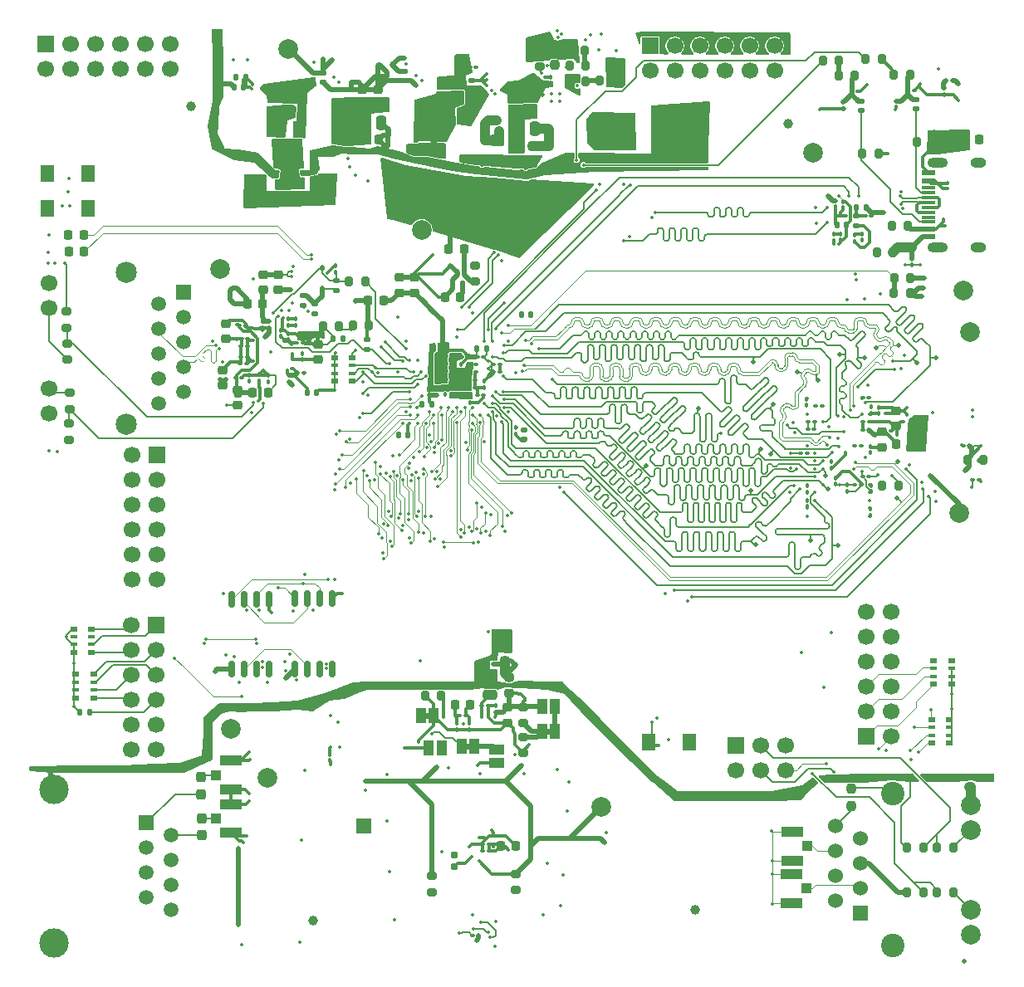
<source format=gbr>
G04 #@! TF.GenerationSoftware,KiCad,Pcbnew,9.0.3-9.0.3-0~ubuntu24.04.1*
G04 #@! TF.CreationDate,2025-07-25T17:12:13+02:00*
G04 #@! TF.ProjectId,acoustic-carrier-board,61636f75-7374-4696-932d-636172726965,rev?*
G04 #@! TF.SameCoordinates,Original*
G04 #@! TF.FileFunction,Copper,L6,Bot*
G04 #@! TF.FilePolarity,Positive*
%FSLAX46Y46*%
G04 Gerber Fmt 4.6, Leading zero omitted, Abs format (unit mm)*
G04 Created by KiCad (PCBNEW 9.0.3-9.0.3-0~ubuntu24.04.1) date 2025-07-25 17:12:13*
%MOMM*%
%LPD*%
G01*
G04 APERTURE LIST*
G04 Aperture macros list*
%AMRoundRect*
0 Rectangle with rounded corners*
0 $1 Rounding radius*
0 $2 $3 $4 $5 $6 $7 $8 $9 X,Y pos of 4 corners*
0 Add a 4 corners polygon primitive as box body*
4,1,4,$2,$3,$4,$5,$6,$7,$8,$9,$2,$3,0*
0 Add four circle primitives for the rounded corners*
1,1,$1+$1,$2,$3*
1,1,$1+$1,$4,$5*
1,1,$1+$1,$6,$7*
1,1,$1+$1,$8,$9*
0 Add four rect primitives between the rounded corners*
20,1,$1+$1,$2,$3,$4,$5,0*
20,1,$1+$1,$4,$5,$6,$7,0*
20,1,$1+$1,$6,$7,$8,$9,0*
20,1,$1+$1,$8,$9,$2,$3,0*%
G04 Aperture macros list end*
G04 #@! TA.AperFunction,EtchedComponent*
%ADD10C,0.000000*%
G04 #@! TD*
G04 #@! TA.AperFunction,SMDPad,CuDef*
%ADD11C,1.000000*%
G04 #@! TD*
G04 #@! TA.AperFunction,ComponentPad*
%ADD12C,2.000000*%
G04 #@! TD*
G04 #@! TA.AperFunction,ComponentPad*
%ADD13R,1.500000X1.500000*%
G04 #@! TD*
G04 #@! TA.AperFunction,ComponentPad*
%ADD14C,1.500000*%
G04 #@! TD*
G04 #@! TA.AperFunction,ComponentPad*
%ADD15C,3.000000*%
G04 #@! TD*
G04 #@! TA.AperFunction,ComponentPad*
%ADD16R,1.700000X1.700000*%
G04 #@! TD*
G04 #@! TA.AperFunction,ComponentPad*
%ADD17C,1.700000*%
G04 #@! TD*
G04 #@! TA.AperFunction,ComponentPad*
%ADD18R,1.524000X1.524000*%
G04 #@! TD*
G04 #@! TA.AperFunction,ComponentPad*
%ADD19C,1.524000*%
G04 #@! TD*
G04 #@! TA.AperFunction,ComponentPad*
%ADD20C,1.999996*%
G04 #@! TD*
G04 #@! TA.AperFunction,ComponentPad*
%ADD21C,2.400046*%
G04 #@! TD*
G04 #@! TA.AperFunction,ComponentPad*
%ADD22R,1.520000X1.520000*%
G04 #@! TD*
G04 #@! TA.AperFunction,ComponentPad*
%ADD23C,1.520000*%
G04 #@! TD*
G04 #@! TA.AperFunction,ComponentPad*
%ADD24C,2.160000*%
G04 #@! TD*
G04 #@! TA.AperFunction,SMDPad,CuDef*
%ADD25R,1.350000X1.800000*%
G04 #@! TD*
G04 #@! TA.AperFunction,SMDPad,CuDef*
%ADD26RoundRect,0.100000X-0.100000X0.130000X-0.100000X-0.130000X0.100000X-0.130000X0.100000X0.130000X0*%
G04 #@! TD*
G04 #@! TA.AperFunction,SMDPad,CuDef*
%ADD27RoundRect,0.250000X-0.250000X-0.475000X0.250000X-0.475000X0.250000X0.475000X-0.250000X0.475000X0*%
G04 #@! TD*
G04 #@! TA.AperFunction,SMDPad,CuDef*
%ADD28C,0.500000*%
G04 #@! TD*
G04 #@! TA.AperFunction,SMDPad,CuDef*
%ADD29RoundRect,0.225000X0.250000X-0.225000X0.250000X0.225000X-0.250000X0.225000X-0.250000X-0.225000X0*%
G04 #@! TD*
G04 #@! TA.AperFunction,SMDPad,CuDef*
%ADD30R,1.000000X1.500000*%
G04 #@! TD*
G04 #@! TA.AperFunction,SMDPad,CuDef*
%ADD31RoundRect,0.100000X0.130000X0.100000X-0.130000X0.100000X-0.130000X-0.100000X0.130000X-0.100000X0*%
G04 #@! TD*
G04 #@! TA.AperFunction,SMDPad,CuDef*
%ADD32RoundRect,0.200000X-0.275000X0.200000X-0.275000X-0.200000X0.275000X-0.200000X0.275000X0.200000X0*%
G04 #@! TD*
G04 #@! TA.AperFunction,SMDPad,CuDef*
%ADD33RoundRect,0.100000X-0.130000X-0.100000X0.130000X-0.100000X0.130000X0.100000X-0.130000X0.100000X0*%
G04 #@! TD*
G04 #@! TA.AperFunction,SMDPad,CuDef*
%ADD34RoundRect,0.225000X-0.225000X-0.250000X0.225000X-0.250000X0.225000X0.250000X-0.225000X0.250000X0*%
G04 #@! TD*
G04 #@! TA.AperFunction,SMDPad,CuDef*
%ADD35RoundRect,0.218750X0.256250X-0.218750X0.256250X0.218750X-0.256250X0.218750X-0.256250X-0.218750X0*%
G04 #@! TD*
G04 #@! TA.AperFunction,SMDPad,CuDef*
%ADD36RoundRect,0.218750X-0.218750X-0.256250X0.218750X-0.256250X0.218750X0.256250X-0.218750X0.256250X0*%
G04 #@! TD*
G04 #@! TA.AperFunction,SMDPad,CuDef*
%ADD37RoundRect,0.237500X0.237500X-0.250000X0.237500X0.250000X-0.237500X0.250000X-0.237500X-0.250000X0*%
G04 #@! TD*
G04 #@! TA.AperFunction,SMDPad,CuDef*
%ADD38C,2.000000*%
G04 #@! TD*
G04 #@! TA.AperFunction,SMDPad,CuDef*
%ADD39RoundRect,0.100000X0.100000X-0.130000X0.100000X0.130000X-0.100000X0.130000X-0.100000X-0.130000X0*%
G04 #@! TD*
G04 #@! TA.AperFunction,SMDPad,CuDef*
%ADD40RoundRect,0.200000X0.200000X0.275000X-0.200000X0.275000X-0.200000X-0.275000X0.200000X-0.275000X0*%
G04 #@! TD*
G04 #@! TA.AperFunction,SMDPad,CuDef*
%ADD41RoundRect,0.218750X-0.256250X0.218750X-0.256250X-0.218750X0.256250X-0.218750X0.256250X0.218750X0*%
G04 #@! TD*
G04 #@! TA.AperFunction,SMDPad,CuDef*
%ADD42R,1.450000X0.600000*%
G04 #@! TD*
G04 #@! TA.AperFunction,SMDPad,CuDef*
%ADD43R,1.450000X0.300000*%
G04 #@! TD*
G04 #@! TA.AperFunction,HeatsinkPad*
%ADD44O,1.600000X1.000000*%
G04 #@! TD*
G04 #@! TA.AperFunction,HeatsinkPad*
%ADD45O,2.100000X1.000000*%
G04 #@! TD*
G04 #@! TA.AperFunction,SMDPad,CuDef*
%ADD46RoundRect,0.140000X0.170000X-0.140000X0.170000X0.140000X-0.170000X0.140000X-0.170000X-0.140000X0*%
G04 #@! TD*
G04 #@! TA.AperFunction,SMDPad,CuDef*
%ADD47RoundRect,0.225000X-0.250000X0.225000X-0.250000X-0.225000X0.250000X-0.225000X0.250000X0.225000X0*%
G04 #@! TD*
G04 #@! TA.AperFunction,SMDPad,CuDef*
%ADD48RoundRect,0.200000X-0.200000X-0.275000X0.200000X-0.275000X0.200000X0.275000X-0.200000X0.275000X0*%
G04 #@! TD*
G04 #@! TA.AperFunction,SMDPad,CuDef*
%ADD49RoundRect,0.135000X0.185000X-0.135000X0.185000X0.135000X-0.185000X0.135000X-0.185000X-0.135000X0*%
G04 #@! TD*
G04 #@! TA.AperFunction,SMDPad,CuDef*
%ADD50RoundRect,0.237500X0.237500X-0.300000X0.237500X0.300000X-0.237500X0.300000X-0.237500X-0.300000X0*%
G04 #@! TD*
G04 #@! TA.AperFunction,SMDPad,CuDef*
%ADD51R,0.800000X0.500000*%
G04 #@! TD*
G04 #@! TA.AperFunction,SMDPad,CuDef*
%ADD52R,0.800000X0.400000*%
G04 #@! TD*
G04 #@! TA.AperFunction,SMDPad,CuDef*
%ADD53RoundRect,0.135000X-0.135000X-0.185000X0.135000X-0.185000X0.135000X0.185000X-0.135000X0.185000X0*%
G04 #@! TD*
G04 #@! TA.AperFunction,SMDPad,CuDef*
%ADD54RoundRect,0.112500X0.112500X-0.187500X0.112500X0.187500X-0.112500X0.187500X-0.112500X-0.187500X0*%
G04 #@! TD*
G04 #@! TA.AperFunction,SMDPad,CuDef*
%ADD55RoundRect,0.160000X0.160000X-0.197500X0.160000X0.197500X-0.160000X0.197500X-0.160000X-0.197500X0*%
G04 #@! TD*
G04 #@! TA.AperFunction,SMDPad,CuDef*
%ADD56RoundRect,0.200000X0.275000X-0.200000X0.275000X0.200000X-0.275000X0.200000X-0.275000X-0.200000X0*%
G04 #@! TD*
G04 #@! TA.AperFunction,SMDPad,CuDef*
%ADD57RoundRect,0.140000X-0.170000X0.140000X-0.170000X-0.140000X0.170000X-0.140000X0.170000X0.140000X0*%
G04 #@! TD*
G04 #@! TA.AperFunction,SMDPad,CuDef*
%ADD58RoundRect,0.225000X0.225000X0.250000X-0.225000X0.250000X-0.225000X-0.250000X0.225000X-0.250000X0*%
G04 #@! TD*
G04 #@! TA.AperFunction,SMDPad,CuDef*
%ADD59RoundRect,0.250000X-1.750000X-1.000000X1.750000X-1.000000X1.750000X1.000000X-1.750000X1.000000X0*%
G04 #@! TD*
G04 #@! TA.AperFunction,SMDPad,CuDef*
%ADD60RoundRect,0.140000X-0.140000X-0.170000X0.140000X-0.170000X0.140000X0.170000X-0.140000X0.170000X0*%
G04 #@! TD*
G04 #@! TA.AperFunction,SMDPad,CuDef*
%ADD61RoundRect,0.140000X0.140000X0.170000X-0.140000X0.170000X-0.140000X-0.170000X0.140000X-0.170000X0*%
G04 #@! TD*
G04 #@! TA.AperFunction,SMDPad,CuDef*
%ADD62RoundRect,0.250000X-0.450000X0.350000X-0.450000X-0.350000X0.450000X-0.350000X0.450000X0.350000X0*%
G04 #@! TD*
G04 #@! TA.AperFunction,SMDPad,CuDef*
%ADD63RoundRect,0.162500X-0.162500X0.650000X-0.162500X-0.650000X0.162500X-0.650000X0.162500X0.650000X0*%
G04 #@! TD*
G04 #@! TA.AperFunction,SMDPad,CuDef*
%ADD64R,1.050000X1.000000*%
G04 #@! TD*
G04 #@! TA.AperFunction,SMDPad,CuDef*
%ADD65R,2.200000X1.050000*%
G04 #@! TD*
G04 #@! TA.AperFunction,SMDPad,CuDef*
%ADD66RoundRect,0.250000X0.475000X-0.250000X0.475000X0.250000X-0.475000X0.250000X-0.475000X-0.250000X0*%
G04 #@! TD*
G04 #@! TA.AperFunction,SMDPad,CuDef*
%ADD67RoundRect,0.135000X0.135000X0.185000X-0.135000X0.185000X-0.135000X-0.185000X0.135000X-0.185000X0*%
G04 #@! TD*
G04 #@! TA.AperFunction,SMDPad,CuDef*
%ADD68R,1.500000X1.000000*%
G04 #@! TD*
G04 #@! TA.AperFunction,SMDPad,CuDef*
%ADD69RoundRect,0.135000X-0.185000X0.135000X-0.185000X-0.135000X0.185000X-0.135000X0.185000X0.135000X0*%
G04 #@! TD*
G04 #@! TA.AperFunction,ViaPad*
%ADD70C,0.350000*%
G04 #@! TD*
G04 #@! TA.AperFunction,ViaPad*
%ADD71C,0.500000*%
G04 #@! TD*
G04 #@! TA.AperFunction,Conductor*
%ADD72C,1.000000*%
G04 #@! TD*
G04 #@! TA.AperFunction,Conductor*
%ADD73C,0.500000*%
G04 #@! TD*
G04 #@! TA.AperFunction,Conductor*
%ADD74C,0.300000*%
G04 #@! TD*
G04 #@! TA.AperFunction,Conductor*
%ADD75C,0.200000*%
G04 #@! TD*
G04 #@! TA.AperFunction,Conductor*
%ADD76C,0.124000*%
G04 #@! TD*
G04 #@! TA.AperFunction,Conductor*
%ADD77C,0.156500*%
G04 #@! TD*
G04 #@! TA.AperFunction,Conductor*
%ADD78C,0.100000*%
G04 #@! TD*
G04 #@! TA.AperFunction,Conductor*
%ADD79C,0.121700*%
G04 #@! TD*
G04 #@! TA.AperFunction,Conductor*
%ADD80C,0.155400*%
G04 #@! TD*
G04 APERTURE END LIST*
D10*
G04 #@! TA.AperFunction,EtchedComponent*
G36*
X90260000Y-125900000D02*
G01*
X89760000Y-125900000D01*
X89760000Y-125300000D01*
X90260000Y-125300000D01*
X90260000Y-125900000D01*
G37*
G04 #@! TD.AperFunction*
G04 #@! TA.AperFunction,EtchedComponent*
G36*
X98510000Y-124400000D02*
G01*
X98010000Y-124400000D01*
X98010000Y-123800000D01*
X98510000Y-123800000D01*
X98510000Y-124400000D01*
G37*
G04 #@! TD.AperFunction*
G04 #@! TA.AperFunction,EtchedComponent*
G36*
X86110000Y-122800000D02*
G01*
X85610000Y-122800000D01*
X85610000Y-122200000D01*
X86110000Y-122200000D01*
X86110000Y-122800000D01*
G37*
G04 #@! TD.AperFunction*
D11*
X122660000Y-62130000D03*
X61770000Y-60280000D03*
X74250000Y-143370000D03*
X113160000Y-142260000D03*
D12*
X64740000Y-76940000D03*
D13*
X57250000Y-133380000D03*
D14*
X59790000Y-134650000D03*
X57250000Y-135920000D03*
X59790000Y-137190000D03*
X57250000Y-138460000D03*
X59790000Y-139730000D03*
X57250000Y-141000000D03*
X59790000Y-142270000D03*
D15*
X47850000Y-129975000D03*
X47850000Y-145675000D03*
D16*
X58250000Y-113220000D03*
D17*
X58250000Y-115760000D03*
X58250000Y-118300000D03*
X58250000Y-120840000D03*
X58250000Y-123380000D03*
X58250000Y-125920000D03*
X55710000Y-113220000D03*
X55710000Y-115760000D03*
X55710000Y-118300000D03*
X55710000Y-120840000D03*
X55710000Y-123380000D03*
X55710000Y-125920000D03*
D16*
X58295000Y-95895000D03*
D17*
X58295000Y-98435000D03*
X58295000Y-100975000D03*
X58295000Y-103515000D03*
X58295000Y-106055000D03*
X58295000Y-108595000D03*
X55755000Y-95895000D03*
X55755000Y-98435000D03*
X55755000Y-100975000D03*
X55755000Y-103515000D03*
X55755000Y-106055000D03*
X55755000Y-108595000D03*
D12*
X125230000Y-65090000D03*
D13*
X79430000Y-133730000D03*
D16*
X47000000Y-54000000D03*
D17*
X47000000Y-56540000D03*
X49540000Y-54000000D03*
X49540000Y-56540000D03*
X52080000Y-54000000D03*
X52080000Y-56540000D03*
X54620000Y-54000000D03*
X54620000Y-56540000D03*
X57160000Y-54000000D03*
X57160000Y-56540000D03*
X59700000Y-54000000D03*
X59700000Y-56540000D03*
D18*
X130005000Y-142630000D03*
D19*
X127465000Y-141370160D03*
X130005000Y-140090000D03*
X127465000Y-138830160D03*
X130005000Y-137550000D03*
X127465000Y-136290160D03*
X130005000Y-135010000D03*
X127465000Y-133750160D03*
D20*
X141254914Y-144815162D03*
X141254914Y-142275162D03*
X141254914Y-134104998D03*
X141254914Y-131564998D03*
D21*
X133304968Y-145940128D03*
X133304968Y-130440032D03*
D16*
X108580000Y-54160000D03*
D17*
X108580000Y-56700000D03*
X111120000Y-54160000D03*
X111120000Y-56700000D03*
X113660000Y-54160000D03*
X113660000Y-56700000D03*
X116200000Y-54160000D03*
X116200000Y-56700000D03*
X118740000Y-54160000D03*
X118740000Y-56700000D03*
X121280000Y-54160000D03*
X121280000Y-56700000D03*
D12*
X140540000Y-79100000D03*
X71720000Y-54490000D03*
X85290000Y-72900000D03*
D16*
X130605000Y-124575000D03*
D17*
X130605000Y-122035000D03*
X130605000Y-119495000D03*
X130605000Y-116955000D03*
X130605000Y-114415000D03*
X130605000Y-111875000D03*
X133145000Y-124575000D03*
X133145000Y-122035000D03*
X133145000Y-119495000D03*
X133145000Y-116955000D03*
X133145000Y-114415000D03*
X133145000Y-111875000D03*
D12*
X65870000Y-123800000D03*
X69570000Y-128830000D03*
D22*
X61050000Y-79270000D03*
D23*
X58510000Y-80440000D03*
X61050000Y-81810000D03*
X58510000Y-82980000D03*
X61050000Y-84350000D03*
X58510000Y-85520000D03*
X61050000Y-86890000D03*
X58510000Y-88060000D03*
X61050000Y-89430000D03*
X58510000Y-90600000D03*
D17*
X47270000Y-78360000D03*
X47270000Y-80900000D03*
X47270000Y-89080000D03*
X47270000Y-91620000D03*
D24*
X55220000Y-92730000D03*
X55220000Y-77250000D03*
D12*
X103600000Y-131800000D03*
D16*
X117310000Y-125470000D03*
D17*
X117310000Y-128010000D03*
X119850000Y-125470000D03*
X119850000Y-128010000D03*
X122390000Y-125470000D03*
X122390000Y-128010000D03*
D25*
X108445000Y-125180000D03*
X112595000Y-125180000D03*
D26*
X70960000Y-83150000D03*
X70960000Y-83790000D03*
D27*
X70805000Y-62595000D03*
X72705000Y-62595000D03*
D28*
X131650000Y-84930000D03*
D29*
X79255000Y-60140000D03*
X79255000Y-58590000D03*
D30*
X90660000Y-125600000D03*
X89360000Y-125600000D03*
D31*
X86920000Y-86570000D03*
X86280000Y-86570000D03*
D25*
X51325000Y-70720000D03*
X47175000Y-70720000D03*
D32*
X49370000Y-92675000D03*
X49370000Y-94325000D03*
D33*
X87770000Y-86560000D03*
X88410000Y-86560000D03*
D34*
X93367500Y-135780000D03*
X94917500Y-135780000D03*
D26*
X72460000Y-82010000D03*
X72460000Y-82650000D03*
D29*
X96400000Y-60855000D03*
X96400000Y-59305000D03*
D28*
X124930000Y-104590000D03*
D31*
X130112250Y-98907750D03*
X129472250Y-98907750D03*
D33*
X87750000Y-88180000D03*
X88390000Y-88180000D03*
D31*
X130957250Y-92507750D03*
X130317250Y-92507750D03*
D35*
X69140000Y-79037500D03*
X69140000Y-77462500D03*
D36*
X140542500Y-63680000D03*
X142117500Y-63680000D03*
D37*
X129060000Y-131712500D03*
X129060000Y-129887500D03*
D33*
X87760000Y-85770000D03*
X88400000Y-85770000D03*
D28*
X121160000Y-90750000D03*
D12*
X141230000Y-83380000D03*
D31*
X73210000Y-84470000D03*
X72570000Y-84470000D03*
D12*
X140080000Y-101800000D03*
D38*
X71830000Y-67370000D03*
D28*
X133900000Y-84710000D03*
D26*
X88860000Y-123260000D03*
X88860000Y-123900000D03*
X128290000Y-70030000D03*
X128290000Y-70670000D03*
D31*
X89610000Y-77520000D03*
X88970000Y-77520000D03*
D39*
X128292500Y-60557500D03*
X128292500Y-59917500D03*
D28*
X113500000Y-91120000D03*
D26*
X71710000Y-83480000D03*
X71710000Y-84120000D03*
D40*
X135085000Y-79370000D03*
X133435000Y-79370000D03*
D39*
X135260000Y-76510000D03*
X135260000Y-75870000D03*
D28*
X130420000Y-85980000D03*
D41*
X94185000Y-118582500D03*
X94185000Y-120157500D03*
D42*
X136985000Y-67120000D03*
X136985000Y-67920000D03*
D43*
X136985000Y-69120000D03*
X136985000Y-70120000D03*
X136985000Y-70620000D03*
X136985000Y-71620000D03*
D42*
X136985000Y-72820000D03*
X136985000Y-73620000D03*
X136985000Y-73620000D03*
X136985000Y-72820000D03*
D43*
X136985000Y-72120000D03*
X136985000Y-71120000D03*
X136985000Y-69620000D03*
X136985000Y-68620000D03*
D42*
X136985000Y-67920000D03*
X136985000Y-67120000D03*
D44*
X142080000Y-66050000D03*
D45*
X137900000Y-66050000D03*
D44*
X142080000Y-74690000D03*
D45*
X137900000Y-74690000D03*
D46*
X135680000Y-60580000D03*
X135680000Y-59620000D03*
D47*
X132192250Y-93532750D03*
X132192250Y-95082750D03*
D31*
X93270000Y-86610000D03*
X92630000Y-86610000D03*
D34*
X88710000Y-121370000D03*
X90260000Y-121370000D03*
D28*
X137720000Y-86000000D03*
D39*
X68742500Y-88305000D03*
X68742500Y-87665000D03*
X131092250Y-99607750D03*
X131092250Y-98967750D03*
D31*
X125352250Y-92497750D03*
X124712250Y-92497750D03*
D39*
X71810000Y-88400000D03*
X71810000Y-87760000D03*
X131092250Y-91617750D03*
X131092250Y-90977750D03*
D47*
X70660000Y-77465000D03*
X70660000Y-79015000D03*
D48*
X100365002Y-56179999D03*
X102015002Y-56179999D03*
D49*
X79730000Y-85130000D03*
X79730000Y-84110000D03*
D32*
X95660000Y-121575000D03*
X95660000Y-123225000D03*
D40*
X134855000Y-72530000D03*
X133205000Y-72530000D03*
D49*
X73240000Y-80630000D03*
X73240000Y-79610000D03*
D39*
X92860000Y-122120000D03*
X92860000Y-121480000D03*
D33*
X87760000Y-87310000D03*
X88400000Y-87310000D03*
D50*
X62810000Y-130472500D03*
X62810000Y-128747500D03*
D46*
X130092500Y-60747500D03*
X130092500Y-59787500D03*
D51*
X137510000Y-119250000D03*
D52*
X137510000Y-118450000D03*
X137510000Y-117650000D03*
D51*
X137510000Y-116850000D03*
X139310000Y-116850000D03*
D52*
X139310000Y-117650000D03*
X139310000Y-118450000D03*
D51*
X139310000Y-119250000D03*
D39*
X67730000Y-88370000D03*
X67730000Y-87730000D03*
D53*
X50470000Y-122140000D03*
X51490000Y-122140000D03*
D54*
X75160000Y-78960000D03*
X75160000Y-76860000D03*
D51*
X51650000Y-113620000D03*
D52*
X51650000Y-114420000D03*
X51650000Y-115220000D03*
D51*
X51650000Y-116020000D03*
X49850000Y-116020000D03*
D52*
X49850000Y-115220000D03*
X49850000Y-114420000D03*
D51*
X49850000Y-113620000D03*
D36*
X133674750Y-94787750D03*
X135249750Y-94787750D03*
D55*
X88600000Y-137887500D03*
X88600000Y-136692500D03*
D29*
X83010000Y-79335000D03*
X83010000Y-77785000D03*
D56*
X90745000Y-78195000D03*
X90745000Y-76545000D03*
D28*
X126500000Y-97980000D03*
D26*
X94930000Y-93100000D03*
X94930000Y-93740000D03*
D39*
X127310000Y-74008000D03*
X127310000Y-73368000D03*
D33*
X66900000Y-84780000D03*
X67540000Y-84780000D03*
D57*
X75255000Y-56905000D03*
X75255000Y-57865000D03*
D33*
X66822500Y-86585000D03*
X67462500Y-86585000D03*
D40*
X79545000Y-78150000D03*
X77895000Y-78150000D03*
X139480000Y-135960000D03*
X137830000Y-135960000D03*
D29*
X65342500Y-84060000D03*
X65342500Y-82510000D03*
D31*
X86880000Y-87410000D03*
X86240000Y-87410000D03*
D40*
X139480000Y-140510000D03*
X137830000Y-140510000D03*
D58*
X81400000Y-80130000D03*
X79850000Y-80130000D03*
D59*
X104987500Y-62850000D03*
X111087500Y-62850000D03*
D39*
X86890000Y-89765000D03*
X86890000Y-89125000D03*
X131902250Y-91657750D03*
X131902250Y-91017750D03*
X91660000Y-88990000D03*
X91660000Y-88350000D03*
D40*
X137445000Y-63920000D03*
X135795000Y-63920000D03*
D57*
X95780000Y-93340000D03*
X95780000Y-94300000D03*
D31*
X90860000Y-87450000D03*
X90220000Y-87450000D03*
D39*
X92630000Y-117220000D03*
X92630000Y-116580000D03*
D26*
X73142500Y-85510000D03*
X73142500Y-86150000D03*
D30*
X97610000Y-124100000D03*
X98910000Y-124100000D03*
D26*
X71730000Y-82010000D03*
X71730000Y-82650000D03*
D28*
X133860000Y-96560000D03*
D31*
X73262500Y-87485000D03*
X72622500Y-87485000D03*
D60*
X90930000Y-85000000D03*
X91890000Y-85000000D03*
D61*
X86310000Y-90700000D03*
X85350000Y-90700000D03*
D48*
X133485000Y-77810000D03*
X135135000Y-77810000D03*
D51*
X78230000Y-85950000D03*
D52*
X78230000Y-86750000D03*
X78230000Y-87550000D03*
D51*
X78230000Y-88350000D03*
X76430000Y-88350000D03*
D52*
X76430000Y-87550000D03*
X76430000Y-86750000D03*
D51*
X76430000Y-85950000D03*
D31*
X124577250Y-95707750D03*
X123937250Y-95707750D03*
X90845000Y-56350000D03*
X90205000Y-56350000D03*
D33*
X91440000Y-121470000D03*
X92080000Y-121470000D03*
D30*
X97610000Y-121500000D03*
X98910000Y-121500000D03*
D40*
X136430000Y-135960000D03*
X134780000Y-135960000D03*
D61*
X87430000Y-84870000D03*
X86470000Y-84870000D03*
D62*
X93040000Y-63820000D03*
X93040000Y-65820000D03*
D29*
X87505000Y-59440000D03*
X87505000Y-57890000D03*
D31*
X86860000Y-85750000D03*
X86220000Y-85750000D03*
X92187500Y-135580000D03*
X91547500Y-135580000D03*
D61*
X128610000Y-72420000D03*
X127650000Y-72420000D03*
D26*
X89320000Y-86640000D03*
X89320000Y-87280000D03*
D56*
X49150000Y-86155000D03*
X49150000Y-84505000D03*
D26*
X90160000Y-123235000D03*
X90160000Y-123875000D03*
D39*
X124592250Y-101147750D03*
X124592250Y-100507750D03*
D63*
X65940000Y-110582500D03*
X67210000Y-110582500D03*
X68480000Y-110582500D03*
X69750000Y-110582500D03*
X69750000Y-117757500D03*
X68480000Y-117757500D03*
X67210000Y-117757500D03*
X65940000Y-117757500D03*
D64*
X124580000Y-135780160D03*
D65*
X123055000Y-137255160D03*
X123055000Y-134305160D03*
D64*
X64317500Y-128520000D03*
D65*
X65842500Y-127045000D03*
X65842500Y-129995000D03*
D28*
X119330000Y-105050000D03*
D61*
X67150000Y-58360000D03*
X66190000Y-58360000D03*
D40*
X133335000Y-75188000D03*
X131685000Y-75188000D03*
D36*
X49252500Y-73410000D03*
X50827500Y-73410000D03*
D47*
X74700000Y-84575000D03*
X74700000Y-86125000D03*
D28*
X127760000Y-105140000D03*
D47*
X94060000Y-121650000D03*
X94060000Y-123200000D03*
D28*
X119850000Y-95310000D03*
D33*
X125482250Y-90847750D03*
X126122250Y-90847750D03*
D31*
X131150000Y-71460000D03*
X130510000Y-71460000D03*
X125322250Y-93257750D03*
X124682250Y-93257750D03*
D26*
X90200000Y-89860000D03*
X90200000Y-90500000D03*
D31*
X90870000Y-86650000D03*
X90230000Y-86650000D03*
D27*
X94955000Y-62615000D03*
X96855000Y-62615000D03*
D26*
X131012250Y-101417750D03*
X131012250Y-102057750D03*
D28*
X135790000Y-86440000D03*
X126730000Y-99330000D03*
D33*
X90980000Y-89800000D03*
X91620000Y-89800000D03*
D39*
X88510000Y-89730000D03*
X88510000Y-89090000D03*
D66*
X92285000Y-120320000D03*
X92285000Y-118420000D03*
D30*
X86510000Y-122500000D03*
X85210000Y-122500000D03*
D26*
X69742500Y-82265000D03*
X69742500Y-82905000D03*
D48*
X130545000Y-55490000D03*
X132195000Y-55490000D03*
D28*
X119130000Y-86400000D03*
D48*
X132237250Y-98987750D03*
X133887250Y-98987750D03*
D39*
X69642500Y-88385000D03*
X69642500Y-87745000D03*
D51*
X51850000Y-118260000D03*
D52*
X51850000Y-119060000D03*
X51850000Y-119860000D03*
D51*
X51850000Y-120660000D03*
X50050000Y-120660000D03*
D52*
X50050000Y-119860000D03*
X50050000Y-119060000D03*
D51*
X50050000Y-118260000D03*
D31*
X90020000Y-85850000D03*
X89380000Y-85850000D03*
D32*
X95660000Y-124635000D03*
X95660000Y-126285000D03*
D67*
X67380000Y-57360000D03*
X66360000Y-57360000D03*
D41*
X64990000Y-87230000D03*
X64990000Y-88805000D03*
D48*
X140950000Y-96350000D03*
X142600000Y-96350000D03*
D26*
X124562250Y-90177750D03*
X124562250Y-90817750D03*
D50*
X62860000Y-134672500D03*
X62860000Y-132947500D03*
D48*
X134805000Y-140510000D03*
X136455000Y-140510000D03*
D29*
X84590000Y-79335000D03*
X84590000Y-77785000D03*
D67*
X77310000Y-84020000D03*
X76290000Y-84020000D03*
D32*
X86330000Y-138825000D03*
X86330000Y-140475000D03*
D39*
X138567500Y-59132500D03*
X138567500Y-58492500D03*
D33*
X89165000Y-122470000D03*
X89805000Y-122470000D03*
D28*
X125750000Y-88240000D03*
D37*
X98840000Y-56100000D03*
X98840000Y-54275000D03*
D26*
X69042500Y-82265000D03*
X69042500Y-82905000D03*
D25*
X51330000Y-67180000D03*
X47180000Y-67180000D03*
D62*
X85580000Y-62600000D03*
X85580000Y-64600000D03*
D31*
X92167500Y-136280000D03*
X91527500Y-136280000D03*
D48*
X78265000Y-82700000D03*
X79915000Y-82700000D03*
D29*
X94820000Y-60885000D03*
X94820000Y-59335000D03*
D39*
X124592250Y-99647750D03*
X124592250Y-99007750D03*
D31*
X129812500Y-58767500D03*
X129172500Y-58767500D03*
D39*
X128010000Y-73988000D03*
X128010000Y-73348000D03*
D31*
X142095000Y-98450000D03*
X141455000Y-98450000D03*
X86895000Y-88160000D03*
X86255000Y-88160000D03*
D35*
X66550000Y-90827500D03*
X66550000Y-89252500D03*
D32*
X49410000Y-89565000D03*
X49410000Y-91215000D03*
D28*
X118860000Y-99480000D03*
D48*
X100365002Y-57779999D03*
X102015002Y-57779999D03*
D33*
X66867500Y-85885000D03*
X67507500Y-85885000D03*
D31*
X135500000Y-58700000D03*
X134860000Y-58700000D03*
D68*
X92960000Y-125950000D03*
X92960000Y-127250000D03*
D61*
X89440000Y-78470000D03*
X88480000Y-78470000D03*
D36*
X49302500Y-75160000D03*
X50877500Y-75160000D03*
D56*
X49110000Y-82915000D03*
X49110000Y-81265000D03*
D31*
X90760000Y-89050000D03*
X90120000Y-89050000D03*
D58*
X69107500Y-80485000D03*
X67557500Y-80485000D03*
D33*
X90980000Y-85870000D03*
X91620000Y-85870000D03*
D29*
X70355000Y-60870000D03*
X70355000Y-59320000D03*
X89005000Y-59440000D03*
X89005000Y-57890000D03*
D33*
X129472250Y-94907750D03*
X130112250Y-94907750D03*
D61*
X130590000Y-70608000D03*
X129630000Y-70608000D03*
D57*
X83567500Y-56735000D03*
X83567500Y-57695000D03*
D69*
X76630000Y-78100000D03*
X76630000Y-79120000D03*
D29*
X80855000Y-60140000D03*
X80855000Y-58590000D03*
D39*
X86100000Y-89730000D03*
X86100000Y-89090000D03*
D40*
X131855000Y-65120000D03*
X130205000Y-65120000D03*
D46*
X129610000Y-72468000D03*
X129610000Y-71508000D03*
D28*
X133790000Y-100280000D03*
D31*
X139387500Y-57687500D03*
X138747500Y-57687500D03*
D28*
X108220000Y-96960000D03*
D33*
X66722500Y-82685000D03*
X67362500Y-82685000D03*
D48*
X103445000Y-57660000D03*
X105095000Y-57660000D03*
D27*
X87655000Y-61265000D03*
X89555000Y-61265000D03*
D48*
X127805000Y-57210000D03*
X129455000Y-57210000D03*
D63*
X72380000Y-110512500D03*
X73650000Y-110512500D03*
X74920000Y-110512500D03*
X76190000Y-110512500D03*
X76190000Y-117687500D03*
X74920000Y-117687500D03*
X73650000Y-117687500D03*
X72380000Y-117687500D03*
D61*
X96420000Y-81570000D03*
X95460000Y-81570000D03*
D26*
X75935000Y-126435000D03*
X75935000Y-127075000D03*
D48*
X75235000Y-82730000D03*
X76885000Y-82730000D03*
D34*
X95045000Y-64370000D03*
X96595000Y-64370000D03*
D39*
X133655000Y-60420000D03*
X133655000Y-59780000D03*
D29*
X93785000Y-116845000D03*
X93785000Y-115295000D03*
D39*
X131052250Y-95627750D03*
X131052250Y-94987750D03*
D31*
X90770000Y-88260000D03*
X90130000Y-88260000D03*
D28*
X120860000Y-95760000D03*
D33*
X66322500Y-87985000D03*
X66962500Y-87985000D03*
D48*
X133430000Y-57100000D03*
X135080000Y-57100000D03*
D39*
X87700000Y-89720000D03*
X87700000Y-89080000D03*
D48*
X126205000Y-55660000D03*
X127855000Y-55660000D03*
D61*
X74580000Y-89500000D03*
X73620000Y-89500000D03*
D39*
X89250000Y-89725000D03*
X89250000Y-89085000D03*
D28*
X127910000Y-85610000D03*
D26*
X127522250Y-98237750D03*
X127522250Y-98877750D03*
D33*
X130242250Y-98087750D03*
X130882250Y-98087750D03*
X66920000Y-84030000D03*
X67560000Y-84030000D03*
D40*
X101930000Y-54620000D03*
X100280000Y-54620000D03*
D31*
X130912250Y-93307750D03*
X130272250Y-93307750D03*
D29*
X71855000Y-60870000D03*
X71855000Y-59320000D03*
D26*
X98490002Y-57339999D03*
X98490002Y-57979999D03*
D39*
X129410000Y-74108000D03*
X129410000Y-73468000D03*
X127032250Y-97212750D03*
X127032250Y-96572750D03*
D36*
X88075000Y-74910000D03*
X89650000Y-74910000D03*
D28*
X123570000Y-87410000D03*
D61*
X83920000Y-93860000D03*
X82960000Y-93860000D03*
D64*
X124530000Y-140080160D03*
D65*
X123005000Y-141555160D03*
X123005000Y-138605160D03*
D48*
X85665000Y-120430000D03*
X87315000Y-120430000D03*
D64*
X64305000Y-132960000D03*
D65*
X65830000Y-131485000D03*
X65830000Y-134435000D03*
D31*
X91090000Y-144860000D03*
X90450000Y-144860000D03*
D51*
X137330000Y-125260000D03*
D52*
X137330000Y-124460000D03*
X137330000Y-123660000D03*
D51*
X137330000Y-122860000D03*
X139130000Y-122860000D03*
D52*
X139130000Y-123660000D03*
X139130000Y-124460000D03*
D51*
X139130000Y-125260000D03*
D33*
X140495000Y-94920000D03*
X141135000Y-94920000D03*
D26*
X127530000Y-69960000D03*
X127530000Y-70600000D03*
D34*
X68095000Y-89500000D03*
X69645000Y-89500000D03*
D29*
X133702250Y-92932750D03*
X133702250Y-91382750D03*
D39*
X130210000Y-73988000D03*
X130210000Y-73348000D03*
X76530000Y-77230000D03*
X76530000Y-76590000D03*
X128702250Y-99597750D03*
X128702250Y-98957750D03*
D58*
X89205000Y-79800000D03*
X87655000Y-79800000D03*
D32*
X94910000Y-138605000D03*
X94910000Y-140255000D03*
D34*
X79355000Y-63720000D03*
X80905000Y-63720000D03*
D32*
X97310000Y-54625000D03*
X97310000Y-56275000D03*
D49*
X74380000Y-81470000D03*
X74380000Y-80450000D03*
D33*
X130242250Y-90027750D03*
X130882250Y-90027750D03*
D57*
X90430000Y-57685000D03*
X90430000Y-58645000D03*
D27*
X79270000Y-61970000D03*
X81170000Y-61970000D03*
D31*
X93270000Y-87380000D03*
X92630000Y-87380000D03*
D30*
X86040000Y-125760000D03*
X87340000Y-125760000D03*
D70*
X71260000Y-84260000D03*
X75550000Y-117170000D03*
X87360000Y-136310000D03*
X124592250Y-98907750D03*
X92320000Y-102010000D03*
X131892250Y-91017750D03*
X121080000Y-138630000D03*
X49420000Y-70480000D03*
X137445000Y-64990000D03*
X90140000Y-56380000D03*
X81780000Y-133230000D03*
X136570000Y-77810000D03*
D71*
X105100000Y-125000000D03*
X90200000Y-119400000D03*
D70*
X104090000Y-134390000D03*
X119930000Y-53490000D03*
X99710000Y-138750000D03*
X69600000Y-119080000D03*
X67750000Y-126170000D03*
X122812250Y-99707750D03*
X90500000Y-142800000D03*
X47250000Y-75180000D03*
X125402250Y-96507750D03*
X68770000Y-111710000D03*
X122942250Y-97197750D03*
D71*
X66500000Y-65200000D03*
D70*
X48960000Y-76330000D03*
X89260000Y-55350000D03*
D71*
X54900000Y-128000000D03*
X74265000Y-121575000D03*
D70*
X82810000Y-97960000D03*
X73710000Y-81200000D03*
X91820000Y-103700000D03*
X137682250Y-99597750D03*
X135060000Y-96860000D03*
X73730000Y-57730000D03*
X81740000Y-128450000D03*
D71*
X100400000Y-120300000D03*
X113320000Y-64960000D03*
D70*
X81130000Y-97090000D03*
X93480000Y-76040000D03*
X94900000Y-93850000D03*
D71*
X75850000Y-120550000D03*
D70*
X92070000Y-87050000D03*
X90960000Y-118400000D03*
X68100000Y-86280000D03*
X127770000Y-94170000D03*
X71430000Y-117860000D03*
D71*
X64600000Y-56500000D03*
D70*
X136280000Y-98710000D03*
X128312250Y-91947750D03*
D71*
X109100000Y-128900000D03*
D70*
X98250000Y-64350000D03*
X81900000Y-101660000D03*
X67730000Y-130440000D03*
X94100000Y-91450000D03*
X72200000Y-76620000D03*
X90510000Y-81420000D03*
X131092250Y-90977750D03*
X85490000Y-103860000D03*
X110162250Y-109977750D03*
D71*
X76100000Y-64900000D03*
D70*
X82900000Y-93850000D03*
X81300000Y-104340000D03*
X65310000Y-116282500D03*
X128290000Y-70670000D03*
X124592250Y-92507750D03*
X76925000Y-125712500D03*
D71*
X64000000Y-62100000D03*
D70*
X99360000Y-99170000D03*
X114850000Y-53400000D03*
X91700000Y-94480000D03*
X92790000Y-114010000D03*
X69042500Y-82905000D03*
X91390000Y-101240000D03*
X128485000Y-59725000D03*
X86380000Y-77400000D03*
X68370000Y-83040000D03*
X91130000Y-134930000D03*
X91320000Y-90260000D03*
X86570649Y-104400873D03*
X121080000Y-141640000D03*
D71*
X135100000Y-128800000D03*
D70*
X85665000Y-120430000D03*
X66130000Y-55600000D03*
D71*
X95400000Y-119370000D03*
D70*
X88500000Y-86650000D03*
X132850000Y-65120000D03*
X84950000Y-101650000D03*
X67770000Y-126960000D03*
X134534016Y-85753256D03*
X129652501Y-59657499D03*
X129590000Y-78030000D03*
X130202250Y-94967750D03*
X82400000Y-95980000D03*
X90150000Y-135830000D03*
X87655000Y-79800000D03*
X92780000Y-146010000D03*
X135140001Y-59389999D03*
X127887640Y-98907750D03*
X126270000Y-119610000D03*
X94630000Y-124090000D03*
X72140000Y-85550000D03*
X142340000Y-94960000D03*
X100340000Y-129240000D03*
X70020000Y-111970000D03*
X87000000Y-94730000D03*
X130430000Y-79990000D03*
X134204613Y-68999358D03*
X76470000Y-108580000D03*
X69190000Y-87200000D03*
X70980000Y-81150000D03*
D71*
X64600000Y-53300000D03*
D70*
X137772250Y-100637750D03*
X83700000Y-91450000D03*
X85160000Y-116880000D03*
D71*
X87800000Y-119400000D03*
D70*
X90913599Y-103371551D03*
X67550000Y-85310000D03*
X70550000Y-58080000D03*
D71*
X121000000Y-130700000D03*
D70*
X89130000Y-144610000D03*
X75675000Y-77315000D03*
X106470000Y-73650000D03*
X80800000Y-87470000D03*
X130992250Y-90037500D03*
X67740000Y-131160000D03*
X67570000Y-55560000D03*
X80480000Y-98430000D03*
X66680000Y-119090000D03*
X124592250Y-94907750D03*
X76643268Y-93790914D03*
X105230000Y-56182500D03*
X79804275Y-89750384D03*
X140680000Y-97500000D03*
X128010000Y-73348000D03*
D71*
X64700000Y-57900000D03*
D70*
X81900000Y-63320000D03*
D71*
X139400000Y-128800000D03*
D70*
X89300000Y-89050000D03*
X127685000Y-72385000D03*
X65800000Y-79300000D03*
X125470000Y-70630000D03*
X93790000Y-58600000D03*
X104390000Y-56800000D03*
X86910000Y-122900000D03*
X68477311Y-115104928D03*
D71*
X90800000Y-66800000D03*
D70*
X134245000Y-59725000D03*
D71*
X77400000Y-120400000D03*
D70*
X90100000Y-89050000D03*
X132192250Y-95082750D03*
D71*
X124400000Y-129900000D03*
D70*
X132690000Y-126030000D03*
X77170000Y-110010000D03*
X82900000Y-81850000D03*
X121010000Y-134260000D03*
X137950000Y-56540000D03*
X76520000Y-97800000D03*
D71*
X111300000Y-130700000D03*
D70*
X69905000Y-85335000D03*
X86900000Y-89050000D03*
X137390000Y-91570000D03*
D71*
X109530000Y-60990000D03*
D70*
X89310000Y-88250000D03*
X86860000Y-97560000D03*
X80970000Y-56070000D03*
X97650000Y-142820000D03*
X134762250Y-91047750D03*
X84490000Y-96140000D03*
X71910000Y-79030000D03*
X66580000Y-79090000D03*
X48680000Y-70480000D03*
X105190000Y-57660000D03*
X85500000Y-97850000D03*
X134357435Y-70698915D03*
D71*
X96200000Y-55500000D03*
X83200000Y-65400000D03*
D70*
X81730000Y-57260000D03*
D71*
X107000000Y-126900000D03*
D70*
X81320000Y-105900000D03*
X87200000Y-98330000D03*
X91220000Y-128350000D03*
X82570000Y-143250000D03*
X130992250Y-98907750D03*
X94900000Y-87468014D03*
X93790000Y-103630000D03*
D71*
X127920000Y-128900000D03*
D70*
X76820000Y-96410000D03*
X69110000Y-117590000D03*
X88500000Y-88250000D03*
X117460000Y-53480000D03*
X69090000Y-116940000D03*
X129610000Y-71500000D03*
D71*
X96500000Y-53600000D03*
D70*
X73090000Y-135180000D03*
D71*
X137500000Y-128800000D03*
D70*
X123990000Y-116000000D03*
D71*
X98000000Y-119400000D03*
D70*
X75975000Y-127417500D03*
X105930000Y-68240000D03*
X130510000Y-71460000D03*
X83700000Y-84250000D03*
D71*
X109020000Y-65510000D03*
X105520000Y-65680000D03*
X97900000Y-66400000D03*
D70*
X67730000Y-87730000D03*
D71*
X78200000Y-64800000D03*
D70*
X89800000Y-94620000D03*
X92735000Y-115410000D03*
X84080000Y-104300000D03*
D71*
X72600000Y-121500000D03*
D70*
X78970000Y-92030000D03*
X87600000Y-105280000D03*
X68120000Y-84170000D03*
D71*
X113990000Y-63490000D03*
D70*
X82900000Y-87450000D03*
X94060000Y-123200000D03*
X132562250Y-91607750D03*
X81650000Y-97740000D03*
D71*
X47500000Y-128000000D03*
D70*
X82670000Y-57730000D03*
X86445000Y-75475000D03*
X121030000Y-137240000D03*
X84760000Y-58240000D03*
X129410000Y-73468000D03*
X123142250Y-92587750D03*
X72040000Y-87080000D03*
D71*
X68400000Y-65500000D03*
X95000000Y-67200000D03*
D70*
X137600000Y-62890000D03*
X94060857Y-102067512D03*
X72460000Y-82650000D03*
D71*
X103300000Y-123100000D03*
X111890000Y-60890000D03*
D70*
X66500000Y-80485000D03*
D71*
X143300000Y-128800000D03*
D70*
X132090000Y-79410000D03*
D71*
X85800000Y-65900000D03*
D70*
X110440000Y-124880000D03*
X99490000Y-141850000D03*
D71*
X79600000Y-119430503D03*
D70*
X88010000Y-127790000D03*
X97850000Y-58040000D03*
X127060000Y-114000000D03*
X82070000Y-104660000D03*
X79340000Y-88390000D03*
X135230000Y-126910000D03*
D71*
X63500000Y-126800000D03*
X93000000Y-119420117D03*
D70*
X81880000Y-63840000D03*
D71*
X64600000Y-59500000D03*
D70*
X72190000Y-111820000D03*
X47280000Y-73410000D03*
X81400000Y-102910000D03*
D71*
X70200000Y-121600000D03*
X85300000Y-119400000D03*
D70*
X130210000Y-73348000D03*
X63183460Y-115081833D03*
D71*
X60920000Y-127940000D03*
D70*
X129560000Y-77460000D03*
X72910000Y-145540000D03*
X98110000Y-137490000D03*
X66280000Y-58345000D03*
X134420000Y-74700000D03*
X71365000Y-116977500D03*
X96285000Y-125425000D03*
X88500000Y-89050000D03*
X130992250Y-102107750D03*
X84210000Y-98500000D03*
D71*
X141900000Y-128800000D03*
D70*
X49370000Y-94325000D03*
X134200000Y-87100000D03*
D71*
X64600000Y-55200000D03*
D70*
X110090000Y-53450000D03*
X127032250Y-96454500D03*
X139265000Y-63680000D03*
X67450000Y-134770000D03*
X67420000Y-111710000D03*
X88500000Y-85850000D03*
X72040000Y-84590000D03*
X138517500Y-58012500D03*
X130772250Y-88747750D03*
X68110000Y-77920000D03*
X49330000Y-67720000D03*
X72130000Y-86160000D03*
X84700000Y-97620000D03*
D71*
X74300000Y-65100000D03*
D70*
X65040000Y-86360000D03*
D71*
X63600000Y-124100000D03*
D70*
X88240000Y-76560000D03*
X122910000Y-95697750D03*
X101170000Y-58220000D03*
X100470000Y-53640000D03*
X67150000Y-135450000D03*
X95730000Y-128350000D03*
X98210000Y-62630000D03*
X130192250Y-92507750D03*
X71740000Y-81150000D03*
X84860000Y-86250000D03*
X135320000Y-74700000D03*
X71600000Y-87230000D03*
X83970000Y-97260000D03*
X128562000Y-71508000D03*
X133232250Y-98017750D03*
D71*
X58200000Y-128000000D03*
X101800000Y-121600000D03*
D70*
X83940000Y-102460000D03*
D71*
X98000000Y-53200000D03*
D70*
X134742250Y-91817750D03*
X92450000Y-123875000D03*
X85010000Y-125140000D03*
D71*
X131750000Y-128770000D03*
D70*
X99090000Y-127950000D03*
X86250000Y-102170000D03*
D71*
X117500000Y-130700000D03*
D70*
X92100000Y-86330000D03*
X86570000Y-95620000D03*
X81870000Y-64360000D03*
X63980000Y-84310000D03*
D71*
X80800000Y-64800000D03*
D70*
X74250000Y-111730000D03*
X88500000Y-87450000D03*
X125510000Y-72250000D03*
X88280000Y-95490000D03*
X92950713Y-91873385D03*
X77980000Y-94290000D03*
X78090000Y-57890000D03*
X124562250Y-90817750D03*
X79740000Y-97960000D03*
X85840000Y-95150000D03*
X86100000Y-93850000D03*
X65050000Y-109990000D03*
X126792250Y-93007750D03*
X73400000Y-108100000D03*
D71*
X50700000Y-128000000D03*
D70*
X84850000Y-91080000D03*
X69140000Y-58470000D03*
X72110000Y-80400000D03*
X66990000Y-145850000D03*
D71*
X97600000Y-59100000D03*
D70*
X76410000Y-99430000D03*
X112392250Y-110797750D03*
D71*
X67200000Y-121700000D03*
D70*
X82920000Y-102320000D03*
X90100000Y-87450000D03*
X92860000Y-143500000D03*
X88890000Y-83830000D03*
X100175000Y-132195000D03*
X94100000Y-84250000D03*
D71*
X64600000Y-122000000D03*
D70*
X130992250Y-100507750D03*
X78050000Y-98760000D03*
X95490000Y-81510000D03*
X126192250Y-90907750D03*
X91640000Y-117310000D03*
D71*
X88400000Y-66400000D03*
D70*
X124592250Y-102107750D03*
X103430000Y-68310000D03*
X75560000Y-117670000D03*
X78540000Y-80180000D03*
X92160000Y-87850000D03*
D71*
X82500000Y-119400000D03*
D70*
X79600000Y-130080000D03*
X90120000Y-103280000D03*
X89270000Y-103460000D03*
X73880000Y-58340000D03*
D71*
X99580000Y-65890000D03*
D70*
X108790000Y-71640000D03*
X127530000Y-71480000D03*
X109300000Y-122700000D03*
X91810000Y-59050000D03*
X130532250Y-96137750D03*
X124592250Y-100507750D03*
X94852500Y-125477500D03*
X128650000Y-80040000D03*
D71*
X74300000Y-66900000D03*
D70*
X136350000Y-65950000D03*
X124592250Y-93254500D03*
X83354327Y-103105621D03*
D71*
X114300000Y-130700000D03*
D70*
X141350000Y-99190000D03*
D71*
X96600000Y-57200000D03*
D70*
X94800000Y-126400000D03*
D71*
X111320000Y-65290000D03*
X64600000Y-64400000D03*
D70*
X69320000Y-83840000D03*
X131822250Y-97877750D03*
X68010000Y-91520000D03*
X82000000Y-138340000D03*
X66195000Y-116425000D03*
X101220000Y-55670000D03*
X92400000Y-134170000D03*
X93820000Y-114000000D03*
D71*
X69900000Y-67000000D03*
X113820000Y-61270000D03*
D70*
X91090000Y-104800000D03*
X97870000Y-57390000D03*
X66810000Y-89900000D03*
X66550000Y-89252500D03*
X66467500Y-82585000D03*
X66330000Y-89890000D03*
X74880000Y-83600000D03*
X88520000Y-89850000D03*
X74430000Y-80400000D03*
X72520000Y-118790000D03*
X86367500Y-81112500D03*
X98480000Y-71220000D03*
X100150000Y-69180000D03*
X76520000Y-85440000D03*
X90100000Y-89850000D03*
X86890000Y-89765000D03*
X85482500Y-80227500D03*
X90860000Y-85850000D03*
X68600000Y-68570000D03*
X71450000Y-118630000D03*
X82232500Y-80112500D03*
X77820000Y-65680000D03*
X71870000Y-116180000D03*
X47250000Y-76300000D03*
X89260000Y-89850000D03*
X94850000Y-74630000D03*
X81780000Y-68680000D03*
X49070000Y-114420000D03*
X86900000Y-87450000D03*
X74910000Y-67610000D03*
X81630000Y-66800000D03*
X77940000Y-66480000D03*
X84070000Y-92670000D03*
X82040000Y-70970000D03*
X97150000Y-72410000D03*
X48150000Y-95500000D03*
X47310000Y-95450000D03*
X86900000Y-86640000D03*
X86870000Y-88250000D03*
X75960000Y-68410000D03*
X127320900Y-74359100D03*
X132380000Y-71180000D03*
X81860000Y-69750000D03*
X94890000Y-117310000D03*
X76410000Y-89260000D03*
X65010000Y-117757500D03*
X74310000Y-83610000D03*
X49850000Y-117120000D03*
X100960000Y-68260000D03*
X130210000Y-73988000D03*
X78550000Y-67330000D03*
X75900000Y-67590000D03*
X49875000Y-121545000D03*
X126710000Y-69456900D03*
X95838534Y-73572844D03*
X49240000Y-69070000D03*
X64260000Y-117940000D03*
X90020000Y-85810000D03*
X99300000Y-70180000D03*
X79820000Y-67910000D03*
X47930000Y-76320000D03*
X92110000Y-113920000D03*
X67540000Y-67910000D03*
X81600000Y-65890000D03*
X65390000Y-90827500D03*
X76630000Y-79120000D03*
X71155000Y-81897500D03*
X74910000Y-68480000D03*
X75160000Y-78990000D03*
X139310000Y-121780000D03*
X89320000Y-86640000D03*
X142337500Y-98587500D03*
X87700000Y-85850000D03*
X68610000Y-67930000D03*
X68655000Y-90360000D03*
X139310000Y-120300000D03*
X81680000Y-67770000D03*
X67560000Y-68560000D03*
X130108750Y-60763750D03*
X103090000Y-64490000D03*
X102450000Y-63680000D03*
X67985000Y-58515000D03*
X76855323Y-57874677D03*
X105370000Y-64530000D03*
X102410000Y-62730000D03*
X82695000Y-56475000D03*
X99180000Y-53300000D03*
X99160000Y-52630000D03*
X83730000Y-56000000D03*
X105170000Y-61160000D03*
X99350000Y-59050000D03*
X74320000Y-55870000D03*
X76320323Y-57339677D03*
X85333750Y-57706250D03*
X102920000Y-61170000D03*
X91911249Y-57020000D03*
X75220000Y-55500000D03*
X104380000Y-64540000D03*
X106240000Y-61180000D03*
X84768750Y-57141250D03*
X82300000Y-56080000D03*
X98520000Y-59020000D03*
X91911249Y-57590000D03*
X92791249Y-59038751D03*
X91911249Y-58158751D03*
X99400000Y-59790000D03*
X106350000Y-64530000D03*
X68040000Y-58080000D03*
X76180000Y-55570000D03*
X98540000Y-59790000D03*
X104130000Y-61130000D03*
X99560000Y-52920000D03*
X102450000Y-61890000D03*
X83550000Y-55380000D03*
X92441249Y-58688751D03*
X134570000Y-76500000D03*
X136130000Y-58040000D03*
X100075001Y-57695000D03*
X136150000Y-76510000D03*
X140055000Y-59700000D03*
X138930000Y-68130000D03*
X136330000Y-79730000D03*
X101290000Y-58900000D03*
X138500000Y-71840000D03*
X130690000Y-58080000D03*
X138680000Y-72480000D03*
X138900000Y-68690000D03*
X100810000Y-58580000D03*
X136450000Y-78850000D03*
X64720000Y-88130000D03*
X70650000Y-65870000D03*
X72690000Y-63840000D03*
X71655000Y-81897500D03*
X72550000Y-65490000D03*
X72010000Y-77700000D03*
X72155000Y-88772500D03*
X72710000Y-64960000D03*
X73142500Y-85510000D03*
X67730000Y-88370000D03*
X72010000Y-77200000D03*
X69642500Y-88385000D03*
X73270000Y-87550000D03*
X65310000Y-88130000D03*
X72700000Y-64440000D03*
X87400000Y-62660000D03*
X87330000Y-63400000D03*
X85020000Y-61230000D03*
X87655000Y-61265000D03*
X85040000Y-60490000D03*
X135680000Y-60630000D03*
X77360000Y-64180000D03*
X76710000Y-60200000D03*
X76600000Y-62640000D03*
X76620000Y-61840000D03*
X76610000Y-60960000D03*
X76590000Y-63510000D03*
X91790000Y-63820000D03*
X96430000Y-60840000D03*
X92980000Y-61760000D03*
X94630000Y-60815000D03*
X91770000Y-62070000D03*
X91770000Y-62690000D03*
X93205000Y-62815000D03*
X69155000Y-81897500D03*
X88835000Y-122610000D03*
X90135000Y-122610000D03*
X92735000Y-122610000D03*
X83540000Y-125760000D03*
X92640000Y-135835000D03*
X94147054Y-136152115D03*
X95120000Y-120250000D03*
X95800000Y-120670000D03*
D71*
X141151000Y-129700000D03*
X140600000Y-147500000D03*
D70*
X73420000Y-128060000D03*
X90400000Y-136850000D03*
X90900000Y-145370000D03*
X75975000Y-122450000D03*
X76740000Y-123180000D03*
X91435000Y-122610000D03*
X91491050Y-125600000D03*
X65580000Y-86660000D03*
X65342500Y-84060000D03*
X66467500Y-84085000D03*
X125892500Y-60650000D03*
X70130000Y-81410000D03*
X133600000Y-60612500D03*
X129410000Y-74108000D03*
X127828900Y-69456900D03*
X127828900Y-74359100D03*
X95525000Y-127535000D03*
X79610000Y-129160000D03*
X103970000Y-135430000D03*
X66590000Y-136020000D03*
X66590000Y-143780000D03*
X91150000Y-137290000D03*
X86860000Y-127710000D03*
X70505000Y-61095000D03*
X71190000Y-62530000D03*
X71955000Y-60890000D03*
X102530000Y-53010000D03*
X103380000Y-54520000D03*
X103610000Y-52940000D03*
X105140000Y-54670000D03*
X102040000Y-53540000D03*
X127855000Y-55660000D03*
X131955000Y-55625000D03*
X78640000Y-98340000D03*
X80890000Y-103910000D03*
X88890000Y-92600000D03*
X89300000Y-104270000D03*
X91260000Y-91850000D03*
X129392250Y-97307750D03*
X90430000Y-103700000D03*
X90910000Y-100810000D03*
X125392250Y-99707750D03*
X92500000Y-91450000D03*
X130537250Y-90582750D03*
X93473912Y-83450000D03*
X70680000Y-109450000D03*
X72380000Y-110512500D03*
X86650000Y-98320000D03*
X88500000Y-91450000D03*
X128332250Y-93527750D03*
X122540485Y-92815985D03*
X98610000Y-88140000D03*
X127822250Y-94987750D03*
X73280000Y-80810000D03*
X89670000Y-103810000D03*
X125125000Y-128375000D03*
X89720000Y-91050000D03*
X95889675Y-84171046D03*
X129392250Y-90907750D03*
X92265000Y-104105000D03*
X90430000Y-93330000D03*
X93710000Y-91070000D03*
X125392250Y-98107750D03*
X93500000Y-103130000D03*
X90460000Y-92650000D03*
X137250000Y-121850000D03*
X126600000Y-127400000D03*
X135130000Y-126040000D03*
X93420000Y-92530000D03*
X123882250Y-99357750D03*
X133292250Y-86267750D03*
X93684250Y-84665750D03*
X129762250Y-88927750D03*
X133492250Y-87147750D03*
X92500000Y-90650000D03*
X126192250Y-98907750D03*
X92500000Y-85850000D03*
X126192250Y-92507750D03*
X136982250Y-100100000D03*
X112852250Y-110367750D03*
X76190000Y-117687500D03*
X66953750Y-120553750D03*
X69750000Y-117757500D03*
X60110000Y-116600000D03*
X136372250Y-99315500D03*
X111090000Y-109690000D03*
X90480000Y-91780000D03*
X94460000Y-101810000D03*
X73650000Y-110512500D03*
X67210000Y-111050000D03*
X93656486Y-85456159D03*
X127702250Y-91897750D03*
X92500000Y-89850000D03*
X123532250Y-97317750D03*
X70640000Y-81700000D03*
X81990000Y-86580000D03*
X95568096Y-87333547D03*
X126636374Y-94823892D03*
X90000000Y-95340000D03*
X90470000Y-91020000D03*
X89300000Y-91450000D03*
X74920000Y-117687500D03*
X68480000Y-117757500D03*
X88280000Y-96000000D03*
X93290000Y-86650000D03*
X130192250Y-98907750D03*
X137150000Y-97950000D03*
X128637552Y-97583052D03*
X124577250Y-95707750D03*
X94940000Y-93060000D03*
X123282250Y-99027750D03*
X91700000Y-90650000D03*
X91860000Y-101760000D03*
X91310000Y-103810000D03*
X83330000Y-103580000D03*
X84900000Y-92690000D03*
X82090000Y-98050000D03*
X83010000Y-95880000D03*
X130192250Y-91707750D03*
X97300000Y-85010000D03*
X126192250Y-97307750D03*
X93680000Y-90230000D03*
X90140000Y-80770000D03*
X93110000Y-75490000D03*
X101800000Y-66300000D03*
X94100000Y-82650000D03*
X127137250Y-95632750D03*
X93660000Y-87830000D03*
X92890000Y-89420000D03*
X126192250Y-96507750D03*
X129014720Y-91340220D03*
X96470000Y-84568120D03*
X129535284Y-96650785D03*
X91260000Y-92610000D03*
X87380000Y-94350600D03*
X67210000Y-117757500D03*
X87360000Y-91830000D03*
X88060000Y-91080000D03*
X73210000Y-108980000D03*
X86310000Y-97610000D03*
X68480000Y-111050000D03*
X99777250Y-99682750D03*
X134652250Y-97307750D03*
X89350000Y-80790000D03*
X92707199Y-75238249D03*
X101090000Y-65800000D03*
X65907500Y-110582500D03*
X88880000Y-91050000D03*
X75790000Y-108570000D03*
X86930000Y-99120000D03*
X125392250Y-100507750D03*
X92070000Y-91830000D03*
X93650000Y-89410000D03*
X115783417Y-93647750D03*
X126866030Y-94099919D03*
X95736319Y-86729050D03*
X68380000Y-114640000D03*
X63330000Y-114630000D03*
X132102250Y-98667750D03*
X94785000Y-140180000D03*
X64370000Y-84672550D03*
X64630000Y-85080000D03*
X86505000Y-140370000D03*
X85210000Y-122500000D03*
X87340000Y-125760000D03*
X90980000Y-127540000D03*
X98910000Y-124100000D03*
X89550000Y-123270000D03*
X86310000Y-124320000D03*
X90250000Y-65850000D03*
X95950000Y-65700000D03*
X94800000Y-65710000D03*
X94810000Y-66420000D03*
X90890000Y-89050000D03*
X90770000Y-88260000D03*
X135309750Y-92967750D03*
X136252250Y-94837750D03*
X90980000Y-89800000D03*
X136352250Y-92147750D03*
X96420000Y-81570000D03*
X95780000Y-93340000D03*
X135352250Y-94817750D03*
X136472250Y-93567750D03*
X141450000Y-91270000D03*
X90860000Y-87450000D03*
X95900000Y-66620000D03*
X135332250Y-93867750D03*
X91540000Y-65580000D03*
X141450000Y-91960000D03*
X91500000Y-66300000D03*
X100075001Y-56345000D03*
X102015002Y-56179999D03*
X68125000Y-90555000D03*
X102015002Y-57779999D03*
X98115000Y-56125000D03*
X97550000Y-56890000D03*
X140320000Y-94870000D03*
X142175000Y-96475000D03*
X133205000Y-72530000D03*
X131570000Y-74900000D03*
X69155000Y-90620000D03*
X88572500Y-136485000D03*
X87535000Y-122610000D03*
X75975000Y-125712500D03*
X92261856Y-145053711D03*
X91310000Y-143520000D03*
X92110000Y-144520000D03*
X90610000Y-144200000D03*
X134150000Y-70271600D03*
X140000000Y-58012500D03*
X82460000Y-97530000D03*
X83086645Y-101860000D03*
X77390000Y-84085000D03*
X79290000Y-91610000D03*
X84080000Y-89430000D03*
X81570000Y-84400000D03*
X84060000Y-86250000D03*
X74400000Y-81600000D03*
X86210000Y-104710000D03*
X84960000Y-98210000D03*
X86290000Y-94500000D03*
X86500000Y-92650000D03*
X81430000Y-106480000D03*
X79430000Y-97510000D03*
X84990000Y-103710000D03*
X84030000Y-96700000D03*
X78150000Y-83085000D03*
X77090000Y-83085000D03*
X79960000Y-98460000D03*
X81890000Y-103040000D03*
X85300000Y-89850000D03*
X77580000Y-94560000D03*
X85615000Y-96085000D03*
X84796994Y-102115497D03*
X86510000Y-91840000D03*
X84310000Y-97910000D03*
X76940000Y-93420000D03*
X84100000Y-90240000D03*
X93690000Y-80370000D03*
X92070000Y-83060000D03*
X91700000Y-84250000D03*
X129860900Y-69456900D03*
X78570000Y-85170000D03*
X82310000Y-105170000D03*
X80570000Y-96660000D03*
X86100000Y-91450000D03*
X84210000Y-104830000D03*
X77560000Y-99200000D03*
X83350000Y-92650000D03*
X128844900Y-69456900D03*
X92860000Y-83010000D03*
X81120000Y-97810000D03*
X82160000Y-102130000D03*
X87300000Y-91090000D03*
X85510000Y-97290000D03*
X85649974Y-102179746D03*
X86600258Y-95145962D03*
X109110000Y-71120000D03*
X126647800Y-70638000D03*
X85060000Y-95560000D03*
X85710000Y-92660000D03*
X83380000Y-98440000D03*
X83960000Y-101870000D03*
X92500000Y-84250000D03*
X106580000Y-68320000D03*
X51325000Y-70720000D03*
X51330000Y-67180000D03*
X74090000Y-75910000D03*
X49160000Y-73370000D03*
X90745000Y-76545000D03*
X87170000Y-65330000D03*
X87100000Y-64680000D03*
X89260000Y-79570000D03*
X84300000Y-64560000D03*
X87700000Y-89720000D03*
X84370000Y-65050000D03*
X90900000Y-86650000D03*
X134130998Y-69468622D03*
X135930000Y-126210000D03*
X127300000Y-128200000D03*
X81190000Y-84910000D03*
X83380000Y-86280000D03*
X84500000Y-87450000D03*
X80570000Y-87010000D03*
X85710000Y-87830000D03*
X79350000Y-87450000D03*
X77210000Y-95890000D03*
X84100000Y-90980000D03*
X88960000Y-83070000D03*
X103110000Y-68880000D03*
X84890000Y-88660000D03*
X79340000Y-89650000D03*
X84120000Y-91830000D03*
X76930000Y-97280000D03*
X83700000Y-85050000D03*
X105930000Y-74060000D03*
X126647800Y-72162000D03*
X80204008Y-87435992D03*
X85270000Y-87450000D03*
X84940000Y-91840000D03*
X76510000Y-98820000D03*
X90569246Y-104820754D03*
X108790000Y-123130000D03*
X135570000Y-123660000D03*
X131850000Y-125870000D03*
X108960000Y-124910000D03*
X87520000Y-104780000D03*
X109460000Y-125500000D03*
X74100000Y-75430000D03*
X49200000Y-75180000D03*
X47180000Y-67180000D03*
X47175000Y-70720000D03*
X112290000Y-125390000D03*
X129392250Y-94907750D03*
X132987250Y-92507750D03*
X125392250Y-90907750D03*
X130992250Y-99707750D03*
X133082250Y-93397750D03*
X130992250Y-92507750D03*
X128542250Y-95607750D03*
X134462250Y-92457750D03*
X124592250Y-101307750D03*
X133752250Y-93857750D03*
X127072250Y-97237750D03*
X124592250Y-99707750D03*
X125392250Y-97307750D03*
X130992250Y-101297750D03*
X130192250Y-97547750D03*
X125402250Y-95687750D03*
X124612250Y-91737750D03*
X130192250Y-90107750D03*
X132419750Y-93305250D03*
X131543250Y-93858750D03*
X131052250Y-95627750D03*
X130992250Y-91707750D03*
X131912250Y-91667750D03*
X123382250Y-93607750D03*
X125392250Y-92507750D03*
X124592250Y-90107750D03*
X90845000Y-56350000D03*
X66360000Y-57360000D03*
X90745000Y-78195000D03*
X142175000Y-63640000D03*
D72*
X134420000Y-74700000D02*
X133823000Y-74700000D01*
D73*
X82670000Y-57730000D02*
X81715000Y-57730000D01*
D74*
X131147250Y-95082750D02*
X131052250Y-94987750D01*
X69750000Y-110582500D02*
X69750000Y-111700000D01*
D75*
X134210000Y-135390000D02*
X134780000Y-135960000D01*
X122910000Y-95697750D02*
X123831500Y-95697750D01*
D74*
X65842500Y-129995000D02*
X65842500Y-131472500D01*
X67150000Y-135450000D02*
X66970000Y-135270000D01*
D75*
X92570000Y-87280000D02*
X92630000Y-87340000D01*
D74*
X65342500Y-82510000D02*
X65718500Y-82134000D01*
D75*
X127465000Y-133750160D02*
X129060000Y-132155160D01*
X89130000Y-144610000D02*
X89380000Y-144610000D01*
D74*
X67362500Y-82485001D02*
X67362500Y-82685000D01*
X68120000Y-84170000D02*
X67700000Y-84170000D01*
D76*
X121030000Y-137330000D02*
X121080000Y-137380000D01*
D72*
X134420000Y-74700000D02*
X135320000Y-74700000D01*
D74*
X87040000Y-79800000D02*
X87655000Y-79800000D01*
D73*
X96400000Y-59305000D02*
X94850000Y-59305000D01*
D74*
X67767500Y-86280000D02*
X67462500Y-86585000D01*
D73*
X78100000Y-57900000D02*
X78090000Y-57890000D01*
D72*
X98250000Y-64350000D02*
X98250000Y-62670000D01*
D74*
X96285000Y-125425000D02*
X95660000Y-126050000D01*
X74675000Y-86150000D02*
X74700000Y-86125000D01*
D76*
X121104840Y-138605160D02*
X121080000Y-138630000D01*
D74*
X65718500Y-82134000D02*
X67011499Y-82134000D01*
D75*
X129060000Y-132155160D02*
X129060000Y-131712500D01*
D73*
X130092500Y-59787500D02*
X129782501Y-59787500D01*
D77*
X142340000Y-94960000D02*
X141605000Y-94960000D01*
D74*
X75975000Y-127417500D02*
X75975000Y-127115000D01*
X88860000Y-123900000D02*
X87910000Y-123900000D01*
D76*
X121080000Y-141640000D02*
X121164840Y-141555160D01*
D73*
X65800000Y-79140000D02*
X66060000Y-78880000D01*
D77*
X124712250Y-92497750D02*
X124712250Y-93227750D01*
D74*
X91547500Y-135580000D02*
X90400000Y-135580000D01*
X127685000Y-72385000D02*
X127650000Y-72420000D01*
X86510000Y-121275000D02*
X85665000Y-120430000D01*
X71260000Y-84260000D02*
X71570000Y-84260000D01*
X86910000Y-122900000D02*
X86510000Y-122500000D01*
D73*
X141140000Y-97040000D02*
X141140000Y-96160000D01*
D74*
X75675000Y-77315000D02*
X76400000Y-76590000D01*
X128290000Y-70670000D02*
X128290000Y-70860000D01*
X95542500Y-126167500D02*
X96285000Y-125425000D01*
D72*
X133823000Y-74700000D02*
X133335000Y-75188000D01*
D74*
X75975000Y-127115000D02*
X75935000Y-127075000D01*
D73*
X69140000Y-58470000D02*
X70175023Y-58470000D01*
D74*
X72040000Y-84590000D02*
X71570000Y-84120000D01*
D73*
X135370001Y-59620000D02*
X135140001Y-59389999D01*
D76*
X123055000Y-134305160D02*
X121055160Y-134305160D01*
D74*
X67285000Y-129995000D02*
X67730000Y-130440000D01*
X87400000Y-77400000D02*
X88240000Y-76560000D01*
X94917500Y-135780000D02*
X93857500Y-134720000D01*
X68194911Y-83040000D02*
X68707501Y-83040000D01*
D73*
X134860000Y-57320000D02*
X135080000Y-57100000D01*
X135140001Y-59389999D02*
X134860000Y-59109999D01*
D75*
X92100000Y-86330000D02*
X91978444Y-86208444D01*
D73*
X134860000Y-58700000D02*
X134860000Y-57320000D01*
D74*
X84975000Y-77400000D02*
X86380000Y-77400000D01*
X71600000Y-87230000D02*
X71600000Y-87550000D01*
D76*
X123005000Y-138605160D02*
X121104840Y-138605160D01*
D73*
X65800000Y-80060000D02*
X66225000Y-80485000D01*
X70355000Y-58445000D02*
X70355000Y-59320000D01*
X70355000Y-58649977D02*
X70355000Y-59320000D01*
X138517500Y-58442500D02*
X138567500Y-58492500D01*
D74*
X69750000Y-111700000D02*
X70020000Y-111970000D01*
D73*
X66060000Y-78880000D02*
X66410000Y-78880000D01*
D76*
X121030000Y-137240000D02*
X121030000Y-137330000D01*
D74*
X67570000Y-82892500D02*
X68047411Y-82892500D01*
D73*
X70675000Y-79030000D02*
X70660000Y-79015000D01*
D74*
X92090000Y-121480000D02*
X92080000Y-121470000D01*
D73*
X140680000Y-97500000D02*
X141140000Y-97040000D01*
X138517500Y-58012500D02*
X138517500Y-57917500D01*
X70175023Y-58470000D02*
X70535023Y-58830000D01*
X78100000Y-58590000D02*
X75980000Y-58590000D01*
D74*
X133337250Y-91017750D02*
X131902250Y-91017750D01*
D75*
X123831500Y-95697750D02*
X123842250Y-95687000D01*
D74*
X132562250Y-91607750D02*
X133477250Y-91607750D01*
D73*
X129455000Y-57210000D02*
X129172500Y-57492500D01*
D74*
X94060000Y-123200000D02*
X93385000Y-123875000D01*
D73*
X78590000Y-80130000D02*
X78540000Y-80180000D01*
D74*
X91547500Y-135580000D02*
X91547500Y-136260000D01*
D73*
X129172500Y-58767500D02*
X129172500Y-59037500D01*
D75*
X70460000Y-88685000D02*
X69645000Y-89500000D01*
X90390000Y-144860000D02*
X90450000Y-144860000D01*
D74*
X131902250Y-91017750D02*
X131892250Y-91017750D01*
D75*
X92300000Y-87280000D02*
X92570000Y-87280000D01*
D73*
X70355000Y-59320000D02*
X70210000Y-59320000D01*
D75*
X92400000Y-86440000D02*
X92400000Y-87280000D01*
D77*
X91890000Y-85000000D02*
X91890000Y-85600000D01*
D74*
X66165000Y-134770000D02*
X67450000Y-134770000D01*
D73*
X60860000Y-128000000D02*
X60920000Y-127940000D01*
D77*
X133887250Y-98672750D02*
X133232250Y-98017750D01*
D74*
X90160000Y-123875000D02*
X88885000Y-123875000D01*
X94630000Y-124090000D02*
X94840000Y-124300000D01*
X136350000Y-66485000D02*
X136985000Y-67120000D01*
X128010000Y-71140000D02*
X128010000Y-71400000D01*
D73*
X71910000Y-79030000D02*
X70675000Y-79030000D01*
X141390000Y-95910000D02*
X141390000Y-95175000D01*
X130880000Y-137550000D02*
X130005000Y-137550000D01*
D74*
X67560000Y-84030000D02*
X67560000Y-86487500D01*
X67011499Y-82134000D02*
X67362500Y-82485001D01*
X72217500Y-87080000D02*
X72622500Y-87485000D01*
D73*
X81900000Y-62700000D02*
X81170000Y-61970000D01*
D74*
X85010000Y-124970000D02*
X85010000Y-125140000D01*
D73*
X88480000Y-78470000D02*
X88480000Y-78975000D01*
D74*
X127990000Y-73368000D02*
X128010000Y-73348000D01*
D73*
X81870000Y-64360000D02*
X81545000Y-64360000D01*
D74*
X91620000Y-89999999D02*
X91620000Y-89800000D01*
X92600000Y-134720000D02*
X92207501Y-134720000D01*
X91320000Y-90260000D02*
X91359999Y-90260000D01*
X92160000Y-87850000D02*
X91660000Y-88350000D01*
D75*
X91928444Y-86208444D02*
X91620000Y-85900000D01*
D72*
X98230000Y-64370000D02*
X98250000Y-64350000D01*
D73*
X79255000Y-58275000D02*
X78880000Y-57900000D01*
D77*
X131612250Y-98087750D02*
X131822250Y-97877750D01*
D72*
X98250000Y-62670000D02*
X98210000Y-62630000D01*
D74*
X92080000Y-122592811D02*
X92687189Y-123200000D01*
D73*
X135260000Y-74760000D02*
X135320000Y-74700000D01*
D74*
X76692500Y-110010000D02*
X76190000Y-110512500D01*
X68047411Y-82892500D02*
X68194911Y-83040000D01*
D73*
X129172500Y-59037500D02*
X128485000Y-59725000D01*
D74*
X95660000Y-126050000D02*
X95660000Y-126285000D01*
X67700000Y-84170000D02*
X67560000Y-84030000D01*
X94630000Y-123750000D02*
X94080000Y-123200000D01*
X130510000Y-71460000D02*
X130470000Y-71500000D01*
X68842501Y-82905000D02*
X69042500Y-82905000D01*
X67685000Y-127045000D02*
X67770000Y-126960000D01*
X94840000Y-125465000D02*
X94852500Y-125477500D01*
X130272250Y-92552750D02*
X130317250Y-92507750D01*
X84590000Y-77785000D02*
X84590000Y-77330000D01*
D73*
X80855000Y-58590000D02*
X80855000Y-56185000D01*
D74*
X65842500Y-127045000D02*
X66875000Y-127045000D01*
X142340000Y-94960000D02*
X140950000Y-96350000D01*
D75*
X135140000Y-130750000D02*
X134210000Y-131680000D01*
D77*
X141605000Y-94960000D02*
X141390000Y-95175000D01*
D73*
X133655000Y-59780000D02*
X134189999Y-59780000D01*
D74*
X86510000Y-122500000D02*
X86510000Y-123470000D01*
D73*
X65800000Y-79300000D02*
X65800000Y-80060000D01*
D74*
X79730000Y-82885000D02*
X79915000Y-82700000D01*
D73*
X69042500Y-83077500D02*
X69042500Y-82905000D01*
D74*
X65842500Y-129995000D02*
X67285000Y-129995000D01*
D75*
X92070000Y-87050000D02*
X92300000Y-87280000D01*
D74*
X95810000Y-94400000D02*
X95450000Y-94400000D01*
D76*
X121080000Y-141640000D02*
X121080000Y-138630000D01*
D74*
X91320000Y-90260000D02*
X91320000Y-90299999D01*
D73*
X72347500Y-87760000D02*
X72622500Y-87485000D01*
X66410000Y-78880000D02*
X67557500Y-80027500D01*
X71365000Y-58830000D02*
X71855000Y-59320000D01*
X81730000Y-57260000D02*
X81730000Y-56830000D01*
D74*
X127530000Y-70600000D02*
X127530000Y-71480000D01*
D75*
X127887640Y-98907750D02*
X127532250Y-98907750D01*
D74*
X72347500Y-87867500D02*
X73620000Y-89140000D01*
X92687189Y-123200000D02*
X94060000Y-123200000D01*
X86380000Y-77400000D02*
X87400000Y-77400000D01*
D73*
X94820000Y-59335000D02*
X94525000Y-59335000D01*
D74*
X67415000Y-131485000D02*
X67740000Y-131160000D01*
X92860000Y-121480000D02*
X92090000Y-121480000D01*
D72*
X96595000Y-64370000D02*
X98230000Y-64370000D01*
D73*
X138517500Y-58012500D02*
X138517500Y-58442500D01*
D77*
X70405000Y-59270000D02*
X70355000Y-59320000D01*
D73*
X128485000Y-59725000D02*
X128292500Y-59917500D01*
X80855000Y-56185000D02*
X80970000Y-56070000D01*
X78100000Y-58590000D02*
X78100000Y-57900000D01*
D74*
X137445000Y-63920000D02*
X137445000Y-63045000D01*
D73*
X81870000Y-64360000D02*
X81870000Y-63350000D01*
D74*
X91359999Y-90260000D02*
X91620000Y-89999999D01*
X73132500Y-86160000D02*
X73142500Y-86150000D01*
X66875000Y-127045000D02*
X67750000Y-126170000D01*
X67560000Y-86487500D02*
X67462500Y-86585000D01*
X91848751Y-135078751D02*
X91547500Y-135380001D01*
D75*
X89390000Y-144600000D02*
X90130000Y-144600000D01*
D74*
X132192250Y-95082750D02*
X131147250Y-95082750D01*
D77*
X85230000Y-90700000D02*
X84850000Y-91080000D01*
D75*
X70460000Y-87780000D02*
X70460000Y-88685000D01*
D74*
X92080000Y-121470000D02*
X92080000Y-122592811D01*
X85025000Y-77785000D02*
X87040000Y-79800000D01*
D73*
X69360000Y-58470000D02*
X69140000Y-58470000D01*
D74*
X134742250Y-91707750D02*
X134422250Y-91387750D01*
X79730000Y-84110000D02*
X79730000Y-82885000D01*
D73*
X141140000Y-96160000D02*
X141390000Y-95910000D01*
X134805000Y-140510000D02*
X133840000Y-140510000D01*
D74*
X69190000Y-87200000D02*
X69190000Y-87217500D01*
D73*
X70175023Y-58470000D02*
X70355000Y-58649977D01*
D75*
X141455000Y-99085000D02*
X141350000Y-99190000D01*
X89380000Y-144610000D02*
X89390000Y-144600000D01*
X92100000Y-86330000D02*
X92290000Y-86330000D01*
D73*
X83592500Y-57720000D02*
X84240000Y-57720000D01*
X94850000Y-59305000D02*
X94820000Y-59335000D01*
D76*
X121030000Y-137090000D02*
X121020000Y-137080000D01*
D74*
X71940000Y-84350000D02*
X72060000Y-84470000D01*
D73*
X70210000Y-59320000D02*
X69360000Y-58470000D01*
X85279883Y-119420117D02*
X85269497Y-119430503D01*
D76*
X121055160Y-134305160D02*
X121010000Y-134260000D01*
D74*
X77170000Y-110010000D02*
X76692500Y-110010000D01*
X130210000Y-73348000D02*
X129530000Y-73348000D01*
D73*
X129652501Y-59657499D02*
X129172500Y-59177499D01*
X65800000Y-79300000D02*
X65800000Y-79140000D01*
D74*
X90400000Y-135580000D02*
X90150000Y-135830000D01*
D73*
X74190000Y-121500000D02*
X74265000Y-121575000D01*
D74*
X65830000Y-134435000D02*
X66165000Y-134770000D01*
X133702250Y-91382750D02*
X133337250Y-91017750D01*
D73*
X129782501Y-59787500D02*
X129652501Y-59657499D01*
D74*
X92490000Y-87520000D02*
X92630000Y-87380000D01*
X67902500Y-86280000D02*
X67507500Y-85885000D01*
D75*
X91620000Y-85900000D02*
X91620000Y-85870000D01*
D74*
X95450000Y-94400000D02*
X94900000Y-93850000D01*
D73*
X88970000Y-77520000D02*
X88970000Y-77290000D01*
D72*
X98195000Y-62615000D02*
X98210000Y-62630000D01*
D73*
X79850000Y-80130000D02*
X79850000Y-82635000D01*
X72500000Y-121600000D02*
X72600000Y-121500000D01*
X81900000Y-63320000D02*
X81900000Y-62700000D01*
X136400000Y-73620000D02*
X135320000Y-74700000D01*
D74*
X68100000Y-86280000D02*
X67767500Y-86280000D01*
X65830000Y-131485000D02*
X67415000Y-131485000D01*
X69042500Y-82905000D02*
X69742500Y-82905000D01*
D73*
X133840000Y-140510000D02*
X130880000Y-137550000D01*
D77*
X124712250Y-93227750D02*
X124682250Y-93257750D01*
D74*
X84590000Y-77785000D02*
X85025000Y-77785000D01*
D73*
X71855000Y-59320000D02*
X70355000Y-59320000D01*
D75*
X135140000Y-128840000D02*
X135140000Y-130750000D01*
D74*
X71570000Y-84120000D02*
X71400000Y-84120000D01*
X94080000Y-123200000D02*
X94060000Y-123200000D01*
X70960000Y-83790000D02*
X71290000Y-84120000D01*
D73*
X67362500Y-82685000D02*
X67362500Y-82792500D01*
X81305000Y-63320000D02*
X80905000Y-63720000D01*
X81715000Y-57730000D02*
X80855000Y-58590000D01*
X78880000Y-57900000D02*
X78100000Y-57900000D01*
D74*
X66970000Y-135270000D02*
X66665000Y-135270000D01*
D73*
X69742500Y-83417500D02*
X69320000Y-83840000D01*
D77*
X127887640Y-98907750D02*
X129472250Y-98907750D01*
D74*
X133707250Y-91387750D02*
X133702250Y-91382750D01*
X69190000Y-87200000D02*
X69190000Y-87292500D01*
D73*
X88480000Y-78010000D02*
X88970000Y-77520000D01*
X105065000Y-57690000D02*
X105095000Y-57660000D01*
D76*
X121164840Y-141555160D02*
X123005000Y-141555160D01*
D74*
X129568000Y-70670000D02*
X129630000Y-70608000D01*
D73*
X81545000Y-64360000D02*
X80905000Y-63720000D01*
D77*
X133887250Y-98987750D02*
X133887250Y-98672750D01*
D74*
X91848751Y-135078751D02*
X91700000Y-134930000D01*
D73*
X71810000Y-87760000D02*
X72347500Y-87760000D01*
D74*
X87910000Y-123900000D02*
X86910000Y-122900000D01*
X76400000Y-76590000D02*
X76530000Y-76590000D01*
X127530000Y-72300000D02*
X127650000Y-72420000D01*
X72140000Y-85550000D02*
X72140000Y-86150000D01*
X133477250Y-91607750D02*
X133702250Y-91382750D01*
X128090000Y-71480000D02*
X128534000Y-71480000D01*
X68100000Y-86280000D02*
X67902500Y-86280000D01*
X93385000Y-123875000D02*
X92450000Y-123875000D01*
X127530000Y-71480000D02*
X127530000Y-72300000D01*
X71400000Y-84120000D02*
X71260000Y-84260000D01*
D73*
X66225000Y-80485000D02*
X67557500Y-80485000D01*
D75*
X135100000Y-128800000D02*
X135140000Y-128840000D01*
D73*
X92265000Y-118400000D02*
X92285000Y-118420000D01*
D76*
X121020000Y-134270000D02*
X121010000Y-134260000D01*
D75*
X90130000Y-144600000D02*
X90390000Y-144860000D01*
D74*
X71600000Y-87550000D02*
X71810000Y-87760000D01*
D75*
X92510000Y-86610000D02*
X92630000Y-86610000D01*
D73*
X70100000Y-121700000D02*
X70200000Y-121600000D01*
D74*
X128010000Y-71400000D02*
X128090000Y-71480000D01*
X129610000Y-71500000D02*
X129610000Y-70628000D01*
X91547500Y-136260000D02*
X91527500Y-136280000D01*
X92207501Y-134720000D02*
X91848751Y-135078751D01*
D73*
X70535023Y-58830000D02*
X71365000Y-58830000D01*
X81900000Y-63320000D02*
X81305000Y-63320000D01*
D74*
X71290000Y-84120000D02*
X71710000Y-84120000D01*
X73142500Y-86150000D02*
X74675000Y-86150000D01*
D73*
X83567500Y-57695000D02*
X82705000Y-57695000D01*
D74*
X92600000Y-134370000D02*
X92400000Y-134170000D01*
D73*
X70550000Y-58080000D02*
X70550000Y-58250000D01*
D77*
X128682250Y-98977750D02*
X128702250Y-98957750D01*
D73*
X80585000Y-57260000D02*
X79255000Y-58590000D01*
D74*
X65842500Y-127045000D02*
X67685000Y-127045000D01*
X66962500Y-87985000D02*
X67202500Y-87745000D01*
X129610000Y-70628000D02*
X129630000Y-70608000D01*
D76*
X121030000Y-137240000D02*
X121030000Y-137090000D01*
D73*
X79255000Y-58590000D02*
X78100000Y-58590000D01*
D74*
X71570000Y-84260000D02*
X71710000Y-84120000D01*
X86510000Y-122500000D02*
X86510000Y-121275000D01*
D73*
X136985000Y-73620000D02*
X136400000Y-73620000D01*
D74*
X95349883Y-119420117D02*
X95400000Y-119370000D01*
D73*
X138517500Y-57917500D02*
X138747500Y-57687500D01*
X79255000Y-58590000D02*
X80855000Y-58590000D01*
D76*
X121189680Y-137240000D02*
X121204840Y-137255160D01*
D73*
X69742500Y-82905000D02*
X69742500Y-83417500D01*
D74*
X134422250Y-91387750D02*
X133707250Y-91387750D01*
D73*
X129172500Y-57492500D02*
X129172500Y-58767500D01*
D74*
X72130000Y-86160000D02*
X73132500Y-86160000D01*
D75*
X92290000Y-86330000D02*
X92400000Y-86440000D01*
D73*
X82705000Y-57695000D02*
X82670000Y-57730000D01*
D74*
X72040000Y-87080000D02*
X72217500Y-87080000D01*
D76*
X121080000Y-137380000D02*
X121080000Y-138630000D01*
D75*
X70425000Y-87745000D02*
X70460000Y-87780000D01*
D74*
X65842500Y-131472500D02*
X65830000Y-131485000D01*
D75*
X92630000Y-87340000D02*
X92630000Y-87380000D01*
D73*
X80855000Y-58135000D02*
X81730000Y-57260000D01*
X81880000Y-63840000D02*
X81880000Y-62680000D01*
X64700000Y-57900000D02*
X64800000Y-58000000D01*
D74*
X67362500Y-82685000D02*
X67570000Y-82892500D01*
D73*
X81880000Y-62680000D02*
X81170000Y-61970000D01*
D74*
X72040000Y-84590000D02*
X72040000Y-84450000D01*
D75*
X141455000Y-98450000D02*
X141455000Y-99085000D01*
D74*
X139265000Y-63680000D02*
X140542500Y-63680000D01*
X88885000Y-123875000D02*
X88860000Y-123900000D01*
D73*
X79850000Y-82635000D02*
X79915000Y-82700000D01*
D74*
X129530000Y-73348000D02*
X129410000Y-73468000D01*
X67202500Y-87745000D02*
X69642500Y-87745000D01*
X127530000Y-71480000D02*
X128090000Y-71480000D01*
X137120000Y-64730000D02*
X136350000Y-65500000D01*
D76*
X121030000Y-137240000D02*
X121189680Y-137240000D01*
D75*
X127532250Y-98907750D02*
X127502250Y-98877750D01*
D73*
X81730000Y-57260000D02*
X80585000Y-57260000D01*
X47500000Y-129625000D02*
X47500000Y-128000000D01*
X79255000Y-58590000D02*
X79255000Y-58275000D01*
X88970000Y-77290000D02*
X88240000Y-76560000D01*
D74*
X130272250Y-93307750D02*
X130272250Y-92552750D01*
X92600000Y-134720000D02*
X92600000Y-134370000D01*
D75*
X69642500Y-87745000D02*
X70425000Y-87745000D01*
D74*
X93857500Y-134720000D02*
X92600000Y-134720000D01*
D77*
X130882250Y-98087750D02*
X131612250Y-98087750D01*
D74*
X127310000Y-73368000D02*
X127990000Y-73368000D01*
D73*
X75980000Y-58590000D02*
X75255000Y-57865000D01*
D74*
X71710000Y-84120000D02*
X71940000Y-84350000D01*
D77*
X91890000Y-85600000D02*
X91620000Y-85870000D01*
D74*
X97850000Y-58040000D02*
X98430001Y-58040000D01*
D73*
X81730000Y-56830000D02*
X80970000Y-56070000D01*
D74*
X69190000Y-87217500D02*
X68742500Y-87665000D01*
D72*
X96855000Y-62615000D02*
X98195000Y-62615000D01*
D73*
X64800000Y-58000000D02*
X65830000Y-58000000D01*
D74*
X84590000Y-77785000D02*
X84975000Y-77400000D01*
X72040000Y-84450000D02*
X71940000Y-84350000D01*
X72460000Y-82650000D02*
X71730000Y-82650000D01*
X94840000Y-124300000D02*
X94840000Y-125465000D01*
X128290000Y-70860000D02*
X128010000Y-71140000D01*
X72060000Y-84470000D02*
X72570000Y-84470000D01*
D73*
X84240000Y-57720000D02*
X84760000Y-58240000D01*
D74*
X130470000Y-71500000D02*
X129610000Y-71500000D01*
D73*
X80855000Y-58590000D02*
X80855000Y-58135000D01*
D76*
X121020000Y-137080000D02*
X121020000Y-134270000D01*
D75*
X134210000Y-131680000D02*
X134210000Y-135390000D01*
D74*
X137440000Y-64730000D02*
X137120000Y-64730000D01*
D75*
X91978444Y-86208444D02*
X91928444Y-86208444D01*
D73*
X83567500Y-57695000D02*
X83592500Y-57720000D01*
X135680000Y-59620000D02*
X135370001Y-59620000D01*
D74*
X84590000Y-77330000D02*
X86445000Y-75475000D01*
D73*
X94525000Y-59335000D02*
X93790000Y-58600000D01*
X92160000Y-87850000D02*
X92630000Y-87380000D01*
D74*
X66665000Y-135270000D02*
X65830000Y-134435000D01*
D73*
X136570000Y-77810000D02*
X135135000Y-77810000D01*
D74*
X86510000Y-123470000D02*
X85010000Y-124970000D01*
D73*
X134860000Y-59109999D02*
X134860000Y-58700000D01*
D74*
X134742250Y-91817750D02*
X134742250Y-91707750D01*
D76*
X121204840Y-137255160D02*
X123055000Y-137255160D01*
D73*
X129172500Y-59177499D02*
X129172500Y-58767500D01*
D74*
X94852500Y-125477500D02*
X95542500Y-126167500D01*
D76*
X72347500Y-87760000D02*
X72347500Y-87867500D01*
D74*
X92450000Y-123875000D02*
X90160000Y-123875000D01*
X136350000Y-65500000D02*
X136350000Y-65950000D01*
D73*
X47850000Y-129975000D02*
X47500000Y-129625000D01*
D74*
X91700000Y-134930000D02*
X91130000Y-134930000D01*
D73*
X134245000Y-59725000D02*
X134860000Y-59109999D01*
X83010000Y-77785000D02*
X84590000Y-77785000D01*
D74*
X72140000Y-86150000D02*
X72130000Y-86160000D01*
X68707501Y-83040000D02*
X68842501Y-82905000D01*
D77*
X49110000Y-76480000D02*
X48960000Y-76330000D01*
D74*
X128534000Y-71480000D02*
X128562000Y-71508000D01*
D73*
X81870000Y-63350000D02*
X81900000Y-63320000D01*
D74*
X91119999Y-90500000D02*
X90200000Y-90500000D01*
D73*
X134189999Y-59780000D02*
X134245000Y-59725000D01*
X67557500Y-80027500D02*
X67557500Y-80485000D01*
X141390000Y-95175000D02*
X141135000Y-94920000D01*
X88480000Y-78470000D02*
X88480000Y-78010000D01*
D74*
X69190000Y-87292500D02*
X69642500Y-87745000D01*
X94630000Y-124090000D02*
X94630000Y-123750000D01*
D77*
X85350000Y-90700000D02*
X85230000Y-90700000D01*
D73*
X65830000Y-58000000D02*
X66190000Y-58360000D01*
D72*
X137445000Y-64725000D02*
X137440000Y-64730000D01*
D74*
X134762250Y-91047750D02*
X134422250Y-91387750D01*
X91320000Y-90299999D02*
X91119999Y-90500000D01*
X132850000Y-65120000D02*
X131855000Y-65120000D01*
X136350000Y-65950000D02*
X136350000Y-66485000D01*
D73*
X70550000Y-58250000D02*
X70355000Y-58445000D01*
D74*
X91547500Y-135380001D02*
X91547500Y-135580000D01*
D75*
X92070000Y-87050000D02*
X92510000Y-86610000D01*
D73*
X135260000Y-75870000D02*
X135260000Y-74760000D01*
X79850000Y-80130000D02*
X78590000Y-80130000D01*
D74*
X73620000Y-89140000D02*
X73620000Y-89500000D01*
D73*
X70355000Y-58445000D02*
X70355000Y-58428000D01*
D74*
X98430001Y-58040000D02*
X98490002Y-57979999D01*
D77*
X49110000Y-81265000D02*
X49110000Y-76480000D01*
D72*
X137445000Y-63920000D02*
X137445000Y-64725000D01*
D74*
X137445000Y-63045000D02*
X137600000Y-62890000D01*
D73*
X88480000Y-78975000D02*
X87655000Y-79800000D01*
D74*
X97880000Y-57380000D02*
X98430001Y-57380000D01*
X98430001Y-57380000D02*
X98440001Y-57390000D01*
X97870000Y-57390000D02*
X97880000Y-57380000D01*
D78*
X98440001Y-57390000D02*
X98490002Y-57339999D01*
D74*
X66622500Y-82585000D02*
X66722500Y-82685000D01*
X66481500Y-89184000D02*
X66481500Y-87736840D01*
X66550000Y-89252500D02*
X66481500Y-89184000D01*
X66467500Y-82585000D02*
X66622500Y-82585000D01*
X66810000Y-89900000D02*
X66340000Y-89900000D01*
X67881311Y-83293500D02*
X67154979Y-83293500D01*
X66340000Y-89900000D02*
X66330000Y-89890000D01*
D73*
X66797500Y-89500000D02*
X68095000Y-89500000D01*
D74*
X66481500Y-87736840D02*
X66969340Y-87249000D01*
X66969340Y-87249000D02*
X67780000Y-87249000D01*
X66481500Y-89184000D02*
X66481500Y-88144000D01*
X66330000Y-89472500D02*
X66330000Y-89890000D01*
X66810000Y-89512500D02*
X66810000Y-89900000D01*
X66481500Y-88144000D02*
X66322500Y-87985000D01*
X68571000Y-86458000D02*
X68571000Y-83983189D01*
X66722500Y-82861021D02*
X66722500Y-82685000D01*
X67780000Y-87249000D02*
X68571000Y-86458000D01*
X67154979Y-83293500D02*
X66722500Y-82861021D01*
D76*
X66797500Y-89500000D02*
X66550000Y-89252500D01*
D74*
X66550000Y-89252500D02*
X66810000Y-89512500D01*
X66550000Y-89252500D02*
X66330000Y-89472500D01*
X68571000Y-83983189D02*
X67881311Y-83293500D01*
D73*
X73240000Y-79610000D02*
X73280000Y-79610000D01*
X87430000Y-82175000D02*
X87430000Y-84870000D01*
D77*
X76430000Y-85950000D02*
X76430000Y-88350000D01*
D73*
X86115000Y-89765000D02*
X86090000Y-89790000D01*
D74*
X127310000Y-74348200D02*
X127320900Y-74359100D01*
D77*
X76290000Y-83785000D02*
X75235000Y-82730000D01*
X76430000Y-85530000D02*
X76430000Y-87550000D01*
D73*
X88075000Y-74910000D02*
X88230000Y-74755000D01*
D77*
X49875000Y-121545000D02*
X50470000Y-122140000D01*
D74*
X74820000Y-89260000D02*
X74580000Y-89500000D01*
D77*
X49850000Y-121520000D02*
X49875000Y-121545000D01*
D73*
X84590000Y-79335000D02*
X85482500Y-80227500D01*
D74*
X68655000Y-90384189D02*
X68655000Y-90360000D01*
D73*
X65010000Y-117757500D02*
X64442500Y-117757500D01*
D77*
X90930000Y-85000000D02*
X90930000Y-85820000D01*
X76270000Y-84020000D02*
X75715000Y-84575000D01*
D74*
X83920000Y-93860000D02*
X83920000Y-92820000D01*
D73*
X93410000Y-117220000D02*
X93785000Y-116845000D01*
X71450000Y-118617500D02*
X71450000Y-118630000D01*
D74*
X83920000Y-92820000D02*
X84070000Y-92670000D01*
D77*
X139310000Y-117650000D02*
X139310000Y-120300000D01*
D74*
X68796000Y-89046600D02*
X68742500Y-88993100D01*
D73*
X72380000Y-117687500D02*
X71450000Y-118617500D01*
D74*
X90020000Y-85850000D02*
X90020000Y-85760000D01*
X71380000Y-83150000D02*
X71710000Y-83480000D01*
D77*
X49070000Y-114598500D02*
X49691500Y-115220000D01*
D74*
X86100000Y-90490000D02*
X86310000Y-90700000D01*
X90020000Y-85940000D02*
X89320000Y-86640000D01*
D77*
X49691500Y-113620000D02*
X49070000Y-114241500D01*
X74880000Y-83085000D02*
X75235000Y-82730000D01*
D74*
X86100000Y-89730000D02*
X86100000Y-90490000D01*
D75*
X90020000Y-85850000D02*
X90020000Y-85810000D01*
D73*
X94425000Y-116845000D02*
X94890000Y-117310000D01*
D77*
X49070000Y-114241500D02*
X49070000Y-114420000D01*
D76*
X139310000Y-125080000D02*
X139130000Y-125260000D01*
D73*
X74430000Y-80400000D02*
X74380000Y-80450000D01*
D74*
X72419999Y-83480000D02*
X73210000Y-84270001D01*
D77*
X139310000Y-121780000D02*
X139310000Y-125080000D01*
D73*
X90860000Y-85850000D02*
X90020000Y-85850000D01*
X86890000Y-89765000D02*
X86115000Y-89765000D01*
D74*
X127310000Y-74008000D02*
X127310000Y-74348200D01*
D72*
X93785000Y-118182500D02*
X94185000Y-118582500D01*
D77*
X90930000Y-85820000D02*
X90980000Y-85870000D01*
D74*
X71710000Y-83480000D02*
X72419999Y-83480000D01*
X70960000Y-83150000D02*
X71080000Y-83030000D01*
D77*
X49850000Y-117120000D02*
X49850000Y-121520000D01*
X76290000Y-84020000D02*
X76270000Y-84020000D01*
X139310000Y-120300000D02*
X139310000Y-121780000D01*
D74*
X90020000Y-85810000D02*
X90120000Y-85710000D01*
D73*
X93785000Y-116845000D02*
X94425000Y-116845000D01*
X86367500Y-81112500D02*
X87430000Y-82175000D01*
D74*
X68742500Y-88993100D02*
X68742500Y-88305000D01*
D73*
X75160000Y-78990000D02*
X75160000Y-79670000D01*
X75160000Y-78960000D02*
X75160000Y-78990000D01*
D74*
X70960000Y-83150000D02*
X71380000Y-83150000D01*
D77*
X86310000Y-89940000D02*
X86100000Y-89730000D01*
X49691500Y-115220000D02*
X49850000Y-115220000D01*
D75*
X65390000Y-90827500D02*
X66550000Y-90827500D01*
D77*
X76410000Y-88370000D02*
X76430000Y-88350000D01*
D73*
X92630000Y-117220000D02*
X93410000Y-117220000D01*
D76*
X127400000Y-69960000D02*
X127530000Y-69960000D01*
D77*
X76520000Y-85440000D02*
X76430000Y-85530000D01*
D73*
X127213100Y-69960000D02*
X126710000Y-69456900D01*
X94185000Y-118582500D02*
X94185000Y-118015000D01*
D77*
X74880000Y-83600000D02*
X74880000Y-83085000D01*
X76290000Y-84020000D02*
X76290000Y-83785000D01*
X49850000Y-113620000D02*
X49691500Y-113620000D01*
X75160000Y-78960000D02*
X76470000Y-78960000D01*
X76470000Y-78960000D02*
X76630000Y-79120000D01*
X49850000Y-115220000D02*
X49850000Y-117120000D01*
D73*
X85482500Y-80232500D02*
X86362500Y-81112500D01*
X86362500Y-81112500D02*
X86367500Y-81112500D01*
X73280000Y-79610000D02*
X73540000Y-79610000D01*
D74*
X76410000Y-89260000D02*
X74820000Y-89260000D01*
X68796000Y-90219000D02*
X68796000Y-89046600D01*
X90020000Y-85850000D02*
X90020000Y-85940000D01*
X90020000Y-85760000D02*
X89720000Y-85460000D01*
X89450000Y-85190000D02*
X87980000Y-85190000D01*
D73*
X73540000Y-79610000D02*
X74380000Y-80450000D01*
X82232500Y-80112500D02*
X82215000Y-80130000D01*
D77*
X75715000Y-84575000D02*
X74700000Y-84575000D01*
D74*
X89720000Y-85460000D02*
X89450000Y-85190000D01*
D77*
X76410000Y-89260000D02*
X76410000Y-88370000D01*
D73*
X131162000Y-71180000D02*
X130590000Y-70608000D01*
D74*
X68655000Y-90360000D02*
X68796000Y-90219000D01*
D73*
X127530000Y-69960000D02*
X127213100Y-69960000D01*
X88230000Y-74755000D02*
X88230000Y-73270000D01*
X82215000Y-80130000D02*
X81400000Y-80130000D01*
X85482500Y-80227500D02*
X85482500Y-80232500D01*
D74*
X71080000Y-81972500D02*
X71155000Y-81897500D01*
D77*
X49070000Y-114420000D02*
X49070000Y-114598500D01*
D73*
X94185000Y-118015000D02*
X94890000Y-117310000D01*
X75160000Y-79670000D02*
X74430000Y-80400000D01*
D74*
X71080000Y-83030000D02*
X71080000Y-81972500D01*
D73*
X132380000Y-71180000D02*
X131162000Y-71180000D01*
X64442500Y-117757500D02*
X64260000Y-117940000D01*
X84590000Y-79335000D02*
X83010000Y-79335000D01*
D74*
X73210000Y-84270001D02*
X73210000Y-84470000D01*
D73*
X65940000Y-117757500D02*
X65010000Y-117757500D01*
X82232500Y-80112500D02*
X83010000Y-79335000D01*
D72*
X93785000Y-116845000D02*
X93785000Y-118182500D01*
D75*
X130108750Y-60763750D02*
X130092500Y-60747500D01*
X130100000Y-65800000D02*
X130100000Y-60772500D01*
X133100000Y-70076068D02*
X133100000Y-68800000D01*
X135240000Y-71310000D02*
X135240000Y-71300000D01*
X136965000Y-72120000D02*
X136050000Y-72120000D01*
X130100000Y-60772500D02*
X130108750Y-60763750D01*
X135240000Y-71300000D02*
X134323932Y-71300000D01*
X136050000Y-72120000D02*
X135240000Y-71310000D01*
X134323932Y-71300000D02*
X133100000Y-70076068D01*
X133100000Y-68800000D02*
X130100000Y-65800000D01*
D74*
X68030000Y-58010000D02*
X67380000Y-57360000D01*
X90430000Y-57685000D02*
X91246249Y-57685000D01*
X90430000Y-57685000D02*
X91816249Y-57685000D01*
D73*
X83000000Y-55380000D02*
X83550000Y-55380000D01*
D74*
X67150000Y-57590000D02*
X67380000Y-57360000D01*
D73*
X82955000Y-56735000D02*
X83567500Y-56735000D01*
D74*
X91246249Y-57685000D02*
X91911249Y-57020000D01*
D73*
X75255000Y-56495000D02*
X76180000Y-55570000D01*
D74*
X91437498Y-57685000D02*
X91911249Y-58158751D01*
D73*
X75255000Y-56905000D02*
X75255000Y-56495000D01*
D74*
X67380000Y-58130000D02*
X67150000Y-58360000D01*
D73*
X82695000Y-56475000D02*
X82955000Y-56735000D01*
D74*
X67150000Y-58360000D02*
X67150000Y-57590000D01*
D73*
X75255000Y-55535000D02*
X75220000Y-55500000D01*
X75255000Y-56905000D02*
X75255000Y-55535000D01*
D74*
X67380000Y-57360000D02*
X67380000Y-58130000D01*
D73*
X75255000Y-56905000D02*
X74205000Y-56905000D01*
D74*
X68040000Y-58080000D02*
X68030000Y-58070000D01*
D73*
X74205000Y-56905000D02*
X71750000Y-54450000D01*
D74*
X91816249Y-57685000D02*
X91911249Y-57590000D01*
X90430000Y-57685000D02*
X91437498Y-57685000D01*
X67150000Y-58360000D02*
X67830000Y-58360000D01*
D73*
X82300000Y-56080000D02*
X82695000Y-56475000D01*
D74*
X68030000Y-58070000D02*
X68030000Y-58010000D01*
D73*
X82300000Y-56080000D02*
X83000000Y-55380000D01*
D74*
X67830000Y-58360000D02*
X67985000Y-58515000D01*
D73*
X136965000Y-72820000D02*
X135145000Y-72820000D01*
D74*
X137900000Y-72650000D02*
X137730000Y-72820000D01*
D73*
X136330000Y-79730000D02*
X136320000Y-79740000D01*
D74*
X137201000Y-68156000D02*
X136965000Y-67920000D01*
X130002500Y-58767500D02*
X130690000Y-58080000D01*
D73*
X135940000Y-78840000D02*
X135410000Y-79370000D01*
D74*
X138680000Y-72480000D02*
X138070000Y-72480000D01*
X136812500Y-59132500D02*
X135940000Y-58260000D01*
D77*
X135260000Y-76510000D02*
X134580000Y-76510000D01*
D73*
X135620000Y-79740000D02*
X135250000Y-79370000D01*
D74*
X138567500Y-59132500D02*
X139487500Y-59132500D01*
D73*
X136450000Y-78850000D02*
X136440000Y-78840000D01*
D74*
X137730000Y-72820000D02*
X136965000Y-72820000D01*
D73*
X135145000Y-72820000D02*
X134855000Y-72530000D01*
D74*
X137622000Y-67920000D02*
X136965000Y-67920000D01*
X138070000Y-72480000D02*
X137900000Y-72650000D01*
X129812500Y-58767500D02*
X130002500Y-58767500D01*
X136130000Y-58070000D02*
X135940000Y-58260000D01*
X139487500Y-59132500D02*
X140055000Y-59700000D01*
X138930000Y-68130000D02*
X138904000Y-68156000D01*
X138500000Y-72050000D02*
X137900000Y-72650000D01*
X138567500Y-59132500D02*
X136812500Y-59132500D01*
X138500000Y-71840000D02*
X138500000Y-72050000D01*
D77*
X134580000Y-76510000D02*
X134570000Y-76500000D01*
D74*
X138496000Y-68690000D02*
X138488000Y-68698000D01*
D73*
X135410000Y-79370000D02*
X135085000Y-79370000D01*
D74*
X135940000Y-58260000D02*
X135500000Y-58700000D01*
D73*
X135250000Y-79370000D02*
X135085000Y-79370000D01*
D74*
X138488000Y-68698000D02*
X138400000Y-68698000D01*
X138400000Y-68698000D02*
X137622000Y-67920000D01*
X138900000Y-68690000D02*
X138496000Y-68690000D01*
X138904000Y-68156000D02*
X137201000Y-68156000D01*
D73*
X136440000Y-78840000D02*
X135940000Y-78840000D01*
D74*
X136130000Y-58040000D02*
X136130000Y-58070000D01*
D77*
X136150000Y-76510000D02*
X135260000Y-76510000D01*
D73*
X136320000Y-79740000D02*
X135620000Y-79740000D01*
X64990000Y-88805000D02*
X64990000Y-88400000D01*
D77*
X71485000Y-77465000D02*
X70660000Y-77465000D01*
D73*
X69140000Y-77462500D02*
X70657500Y-77462500D01*
X64990000Y-88805000D02*
X64990000Y-88450000D01*
D77*
X71990000Y-77680000D02*
X71700000Y-77680000D01*
X72010000Y-77200000D02*
X71750000Y-77200000D01*
D73*
X71810000Y-88400000D02*
X71810000Y-88427500D01*
D77*
X72010000Y-77700000D02*
X71990000Y-77680000D01*
D73*
X64990000Y-88450000D02*
X65310000Y-88130000D01*
X64990000Y-88400000D02*
X64720000Y-88130000D01*
D77*
X71750000Y-77200000D02*
X71485000Y-77465000D01*
D74*
X71730000Y-82010000D02*
X72460000Y-82010000D01*
D73*
X71810000Y-88427500D02*
X72155000Y-88772500D01*
D77*
X71700000Y-77680000D02*
X71485000Y-77465000D01*
D73*
X70657500Y-77462500D02*
X70660000Y-77465000D01*
D75*
X136965000Y-69120000D02*
X136208000Y-69120000D01*
X135680000Y-60630000D02*
X135680000Y-60580000D01*
X136208000Y-69120000D02*
X135680000Y-68592000D01*
X135680000Y-68592000D02*
X135680000Y-60580000D01*
D72*
X91770000Y-62070000D02*
X92080000Y-61760000D01*
X91770000Y-62070000D02*
X91770000Y-62690000D01*
X93205000Y-62815000D02*
X93205000Y-63655000D01*
X91790000Y-63820000D02*
X91790000Y-62710000D01*
X92080000Y-61760000D02*
X92980000Y-61760000D01*
X91790000Y-63820000D02*
X93040000Y-63820000D01*
X93205000Y-63655000D02*
X93040000Y-63820000D01*
X91790000Y-62710000D02*
X91770000Y-62690000D01*
D73*
X69107500Y-80485000D02*
X69107500Y-79070000D01*
X69249000Y-82265000D02*
X69742500Y-82265000D01*
X69155000Y-82171000D02*
X69249000Y-82265000D01*
X69155000Y-81897500D02*
X69155000Y-82171000D01*
X69155000Y-81897500D02*
X69107500Y-81850000D01*
X69107500Y-81850000D02*
X69107500Y-80485000D01*
X69107500Y-79070000D02*
X69140000Y-79037500D01*
D74*
X88975000Y-122470000D02*
X89165000Y-122470000D01*
X88835000Y-122610000D02*
X88860000Y-122635000D01*
X88835000Y-122610000D02*
X88975000Y-122470000D01*
X88835000Y-122610000D02*
X88710000Y-122485000D01*
X88710000Y-122485000D02*
X88710000Y-121370000D01*
X88860000Y-122635000D02*
X88860000Y-123260000D01*
X89805000Y-122470000D02*
X89805000Y-121825000D01*
X89995000Y-122470000D02*
X90135000Y-122610000D01*
X89805000Y-121825000D02*
X90260000Y-121370000D01*
X90160000Y-122635000D02*
X90135000Y-122610000D01*
X90160000Y-123235000D02*
X90160000Y-122635000D01*
X89805000Y-122470000D02*
X89995000Y-122470000D01*
X86040000Y-125760000D02*
X83540000Y-125760000D01*
X90400000Y-136850000D02*
X89740000Y-137510000D01*
D73*
X91090000Y-145180000D02*
X90900000Y-145370000D01*
X94185000Y-121525000D02*
X94060000Y-121650000D01*
D72*
X141249000Y-129700000D02*
X141254914Y-129705914D01*
D74*
X94147054Y-136152115D02*
X93856007Y-135861068D01*
X92167500Y-136280000D02*
X92167500Y-135600000D01*
D73*
X94210000Y-121500000D02*
X94060000Y-121650000D01*
D74*
X95380000Y-120250000D02*
X95800000Y-120670000D01*
D73*
X97610000Y-121500000D02*
X94210000Y-121500000D01*
D74*
X93286432Y-135861068D02*
X92867500Y-136280000D01*
X93448568Y-135861068D02*
X93367500Y-135780000D01*
D73*
X94185000Y-120157500D02*
X94185000Y-121525000D01*
D74*
X95800000Y-120670000D02*
X95800000Y-120920000D01*
D72*
X141254914Y-129705914D02*
X141254914Y-131564998D01*
D74*
X89740000Y-137510000D02*
X88977500Y-137510000D01*
X88977500Y-137510000D02*
X88600000Y-137887500D01*
X92860000Y-122120000D02*
X92860000Y-122485000D01*
D73*
X92860000Y-122120000D02*
X93590000Y-122120000D01*
X93590000Y-122120000D02*
X94060000Y-121650000D01*
D74*
X92860000Y-122485000D02*
X92735000Y-122610000D01*
X95660000Y-121060000D02*
X95660000Y-121575000D01*
X92187500Y-135580000D02*
X93167500Y-135580000D01*
X92867500Y-136280000D02*
X92167500Y-136280000D01*
X95800000Y-120920000D02*
X95660000Y-121060000D01*
X95027500Y-120157500D02*
X94185000Y-120157500D01*
X95120000Y-120250000D02*
X95380000Y-120250000D01*
X92167500Y-135600000D02*
X92187500Y-135580000D01*
D73*
X91090000Y-144860000D02*
X91090000Y-145180000D01*
D74*
X93856007Y-135861068D02*
X93286432Y-135861068D01*
D72*
X141151000Y-129700000D02*
X141249000Y-129700000D01*
D74*
X95120000Y-120250000D02*
X95027500Y-120157500D01*
X93856007Y-135861068D02*
X93448568Y-135861068D01*
X93167500Y-135580000D02*
X93367500Y-135780000D01*
D73*
X92610000Y-125600000D02*
X92960000Y-125950000D01*
D74*
X91440000Y-121470000D02*
X91440000Y-121165000D01*
X91435000Y-121475000D02*
X91440000Y-121470000D01*
X91440000Y-121165000D02*
X92285000Y-120320000D01*
X91435000Y-122610000D02*
X91435000Y-121475000D01*
D73*
X90660000Y-125600000D02*
X92610000Y-125600000D01*
D74*
X66637500Y-86400000D02*
X65790000Y-86400000D01*
X66900000Y-85852500D02*
X66867500Y-85885000D01*
X66867500Y-86540000D02*
X66822500Y-86585000D01*
X66900000Y-84780000D02*
X66900000Y-85852500D01*
X66920000Y-84030000D02*
X66920000Y-84760000D01*
X65342500Y-84060000D02*
X65372500Y-84030000D01*
X66867500Y-85885000D02*
X66867500Y-86540000D01*
X66822500Y-86585000D02*
X66637500Y-86400000D01*
X64990000Y-87230000D02*
X65635000Y-86585000D01*
X65372500Y-84030000D02*
X66920000Y-84030000D01*
X66920000Y-84760000D02*
X66900000Y-84780000D01*
X65790000Y-86400000D02*
X65580000Y-86610000D01*
X128292500Y-60557500D02*
X125985000Y-60557500D01*
X125985000Y-60557500D02*
X125892500Y-60650000D01*
D73*
X128292500Y-60557500D02*
X128347500Y-60557500D01*
D77*
X72280750Y-79459250D02*
X72080750Y-79459250D01*
X76630000Y-78100000D02*
X76630000Y-77330000D01*
X75160000Y-77336341D02*
X75160000Y-76860000D01*
X75160000Y-76860000D02*
X74880000Y-76860000D01*
X72080750Y-79459250D02*
X70130000Y-81410000D01*
X77895000Y-78150000D02*
X76680000Y-78150000D01*
X76630000Y-78100000D02*
X75923659Y-78100000D01*
X76630000Y-77330000D02*
X76530000Y-77230000D01*
X75923659Y-78100000D02*
X75160000Y-77336341D01*
X76680000Y-78150000D02*
X76630000Y-78100000D01*
X74880000Y-76860000D02*
X72280750Y-79459250D01*
D74*
X129610000Y-72468000D02*
X130328000Y-72468000D01*
X129992000Y-74690000D02*
X129410000Y-74108000D01*
X130490000Y-74690000D02*
X129992000Y-74690000D01*
X130328000Y-72468000D02*
X130960000Y-73100000D01*
X130960000Y-73100000D02*
X130960000Y-74220000D01*
X130960000Y-74220000D02*
X130490000Y-74690000D01*
X128610000Y-73587999D02*
X128209999Y-73988000D01*
D76*
X127828900Y-69456900D02*
X128290000Y-69918000D01*
D74*
X128010000Y-74178000D02*
X127828900Y-74359100D01*
X129013000Y-72017000D02*
X128610000Y-72420000D01*
X128010000Y-73988000D02*
X128010000Y-74178000D01*
X128610000Y-72420000D02*
X128610000Y-73587999D01*
X128489999Y-70030000D02*
X129013000Y-70553001D01*
X128290000Y-70030000D02*
X128489999Y-70030000D01*
X129013000Y-70553001D02*
X129013000Y-72017000D01*
D76*
X128290000Y-69918000D02*
X128290000Y-70030000D01*
D74*
X128209999Y-73988000D02*
X128010000Y-73988000D01*
D73*
X103550000Y-135010000D02*
X101660000Y-135010000D01*
X85410000Y-129160000D02*
X93900000Y-129160000D01*
X86330000Y-131510000D02*
X86330000Y-138825000D01*
X96430000Y-135760000D02*
X96430000Y-137085000D01*
X96430000Y-135760000D02*
X97180000Y-135010000D01*
X103970000Y-135430000D02*
X103550000Y-135010000D01*
X83920000Y-129160000D02*
X83980000Y-129160000D01*
D74*
X91150000Y-137290000D02*
X92465000Y-138605000D01*
X92465000Y-138605000D02*
X94910000Y-138605000D01*
D73*
X83920000Y-129160000D02*
X85410000Y-129160000D01*
X93900000Y-129160000D02*
X95525000Y-127535000D01*
X85410000Y-129160000D02*
X86860000Y-127710000D01*
X96430000Y-131690000D02*
X96430000Y-135760000D01*
X100400000Y-135010000D02*
X100400000Y-135000000D01*
X93900000Y-129160000D02*
X96430000Y-131690000D01*
X79610000Y-129160000D02*
X83920000Y-129160000D01*
X96430000Y-137085000D02*
X94910000Y-138605000D01*
X100400000Y-135000000D02*
X103600000Y-131800000D01*
X97180000Y-135010000D02*
X101660000Y-135010000D01*
X83980000Y-129160000D02*
X86330000Y-131510000D01*
X66590000Y-136020000D02*
X66590000Y-143780000D01*
X127805000Y-55710000D02*
X127855000Y-55660000D01*
X127805000Y-57210000D02*
X127805000Y-55710000D01*
D74*
X133430000Y-56725000D02*
X132195000Y-55490000D01*
X133430000Y-57100000D02*
X133430000Y-56725000D01*
D76*
X79850000Y-100940000D02*
X79850000Y-102220000D01*
X78640000Y-99730000D02*
X79850000Y-100940000D01*
X79850000Y-102220000D02*
X80890000Y-103260000D01*
X80890000Y-103260000D02*
X80890000Y-103910000D01*
X78640000Y-98340000D02*
X78640000Y-99730000D01*
D75*
X137830000Y-134560000D02*
X136430000Y-135960000D01*
D78*
X120408140Y-125470000D02*
X119850000Y-125470000D01*
D75*
X139190000Y-131900000D02*
X134060000Y-126770000D01*
X137830000Y-135960000D02*
X137830000Y-134560000D01*
X139190000Y-133200000D02*
X139190000Y-131900000D01*
D78*
X89300000Y-104270000D02*
X89290000Y-104260000D01*
D75*
X137830000Y-134560000D02*
X139190000Y-133200000D01*
X134060000Y-126770000D02*
X121150000Y-126770000D01*
X121150000Y-126770000D02*
X119850000Y-125470000D01*
D76*
X88890000Y-103860000D02*
X88890000Y-92600000D01*
X89290000Y-104260000D02*
X88890000Y-103860000D01*
D79*
X91621850Y-92759884D02*
X91530000Y-92851734D01*
X93250000Y-98470000D02*
X100774240Y-98470000D01*
X133264961Y-97070201D02*
X131770000Y-97070201D01*
X129629800Y-97070201D02*
X129392251Y-97307750D01*
X134165130Y-100715130D02*
X135093342Y-99786918D01*
X130810000Y-97070201D02*
X130570000Y-97070201D01*
X135093342Y-99786918D02*
X135093342Y-98898582D01*
X126524960Y-108355300D02*
X134165130Y-100715130D01*
X130570000Y-97070201D02*
X130445821Y-97070201D01*
X91260000Y-91850000D02*
X91260000Y-91850024D01*
X91338150Y-96558150D02*
X93250000Y-98470000D01*
X91621850Y-92460116D02*
X91621850Y-92759884D01*
X91260000Y-91850024D02*
X91500000Y-92090024D01*
D77*
X134165130Y-100655130D02*
X134165130Y-100715130D01*
D79*
X131410000Y-97430201D02*
X131170000Y-97430201D01*
X129392251Y-97307750D02*
X129392250Y-97307750D01*
X100774240Y-98470000D02*
X110659540Y-108355300D01*
X110659540Y-108355300D02*
X126524960Y-108355300D01*
X130445821Y-97070201D02*
X129629800Y-97070201D01*
X91338150Y-94201850D02*
X91338150Y-96558150D01*
X91530000Y-92851734D02*
X91530000Y-94010000D01*
X91530000Y-94010000D02*
X91338150Y-94201850D01*
X135093342Y-98898582D02*
X133264961Y-97070201D01*
X91500000Y-92338266D02*
X91621850Y-92460116D01*
D77*
X133790000Y-100280000D02*
X134165130Y-100655130D01*
D79*
X91500000Y-92090024D02*
X91500000Y-92338266D01*
X131770000Y-97070201D02*
G75*
G03*
X131590001Y-97250201I0J-179999D01*
G01*
X131170000Y-97430201D02*
G75*
G02*
X130989999Y-97250201I0J180001D01*
G01*
X131590000Y-97250201D02*
G75*
G02*
X131410000Y-97430200I-180000J1D01*
G01*
X130990000Y-97250201D02*
G75*
G03*
X130810000Y-97070200I-180000J1D01*
G01*
D76*
X90540000Y-103590000D02*
X90430000Y-103700000D01*
X131720000Y-123460000D02*
X130605000Y-124575000D01*
X135730000Y-121600000D02*
X133870000Y-123460000D01*
X90910000Y-100810000D02*
X90900000Y-100820000D01*
X90540000Y-102570000D02*
X90540000Y-103590000D01*
X90900000Y-100820000D02*
X90900000Y-102210000D01*
X133870000Y-123460000D02*
X131720000Y-123460000D01*
X135730000Y-121000000D02*
X135730000Y-121600000D01*
X137560000Y-119170000D02*
X135730000Y-121000000D01*
X90900000Y-102210000D02*
X90540000Y-102570000D01*
D77*
X126362250Y-104378111D02*
X126362250Y-104757750D01*
X125138955Y-105981047D02*
X125054101Y-106065899D01*
X124930000Y-104028111D02*
X124920000Y-104018111D01*
X125633930Y-106136609D02*
X125478367Y-105981046D01*
X124930000Y-104590000D02*
X124930000Y-104028111D01*
X92570000Y-91965840D02*
X92570000Y-91520000D01*
X126622250Y-103418111D02*
X126602250Y-103418111D01*
X123342250Y-107297750D02*
X123342250Y-106527750D01*
X126122250Y-103418111D02*
X121602250Y-103418111D01*
X123342250Y-106527750D02*
X123342250Y-106047750D01*
X94200000Y-97090000D02*
X92890000Y-95780000D01*
X125902630Y-105556781D02*
X126058194Y-105712345D01*
X123702250Y-107537750D02*
X123582250Y-107537750D01*
X123102250Y-104787750D02*
X122982250Y-104787750D01*
X92890000Y-95780000D02*
X92890000Y-92540000D01*
X122742250Y-105027750D02*
X122742250Y-106047750D01*
X121602250Y-104018111D02*
X124920000Y-104018111D01*
X121362250Y-103658111D02*
X121362250Y-103778111D01*
X126362250Y-104258111D02*
X126362250Y-104378111D01*
X101724500Y-97090000D02*
X94200000Y-97090000D01*
X92570000Y-91520000D02*
X92500000Y-91450000D01*
X124971500Y-100798500D02*
X126362250Y-102189250D01*
X126862250Y-103058111D02*
X126862250Y-103178111D01*
X92577500Y-91973340D02*
X92570000Y-91965840D01*
X125054101Y-106065899D02*
X124832250Y-106287750D01*
X122382250Y-106287750D02*
X122000000Y-106287750D01*
X126362250Y-104757750D02*
X125902630Y-105217369D01*
X126602250Y-103418111D02*
X126122250Y-103418111D01*
X92577500Y-92227500D02*
X92577500Y-91973340D01*
X125392250Y-99707750D02*
X124971500Y-100128500D01*
X110922250Y-106287750D02*
X101724500Y-97090000D01*
X126602250Y-102818111D02*
X126622250Y-102818111D01*
X124971500Y-100128500D02*
X124971500Y-100798500D01*
X92890000Y-92540000D02*
X92577500Y-92227500D01*
X122502250Y-106287750D02*
X122382250Y-106287750D01*
X123942250Y-106527750D02*
X123942250Y-107297750D01*
X126058193Y-106051757D02*
X125973342Y-106136609D01*
X124920000Y-104018111D02*
X126122250Y-104018111D01*
X124832250Y-106287750D02*
X124182250Y-106287750D01*
X126362250Y-102189250D02*
X126362250Y-102578111D01*
X122000000Y-106287750D02*
X110922250Y-106287750D01*
X123342250Y-106047750D02*
X123342250Y-105027750D01*
X125478367Y-105981046D02*
G75*
G03*
X125138993Y-105981085I-169667J-169754D01*
G01*
X121602250Y-103418111D02*
G75*
G03*
X121362211Y-103658111I-50J-239989D01*
G01*
X122982250Y-104787750D02*
G75*
G03*
X122742250Y-105027750I-50J-239950D01*
G01*
X126622250Y-102818111D02*
G75*
G02*
X126862289Y-103058111I50J-239989D01*
G01*
X121362250Y-103778111D02*
G75*
G03*
X121602250Y-104018050I239950J11D01*
G01*
X125973342Y-106136609D02*
G75*
G02*
X125633930Y-106136609I-169706J169701D01*
G01*
X123582250Y-107537750D02*
G75*
G02*
X123342250Y-107297750I-50J239950D01*
G01*
X126862250Y-103178111D02*
G75*
G02*
X126622250Y-103418050I-239950J11D01*
G01*
X122742250Y-106047750D02*
G75*
G02*
X122502250Y-106287750I-239950J-50D01*
G01*
X123942250Y-107297750D02*
G75*
G02*
X123702250Y-107537750I-239950J-50D01*
G01*
X126362250Y-102578111D02*
G75*
G03*
X126602250Y-102818050I239950J11D01*
G01*
X126058194Y-105712345D02*
G75*
G02*
X126058243Y-106051806I-169694J-169755D01*
G01*
X126122250Y-104018111D02*
G75*
G02*
X126362289Y-104258111I50J-239989D01*
G01*
X123342250Y-105027750D02*
G75*
G03*
X123102250Y-104787750I-239950J50D01*
G01*
X124182250Y-106287750D02*
G75*
G03*
X123942250Y-106527750I-50J-239950D01*
G01*
X125902630Y-105217369D02*
G75*
G03*
X125902605Y-105556806I169670J-169731D01*
G01*
X137720000Y-86000000D02*
X137160000Y-86000000D01*
X134278718Y-81624808D02*
X134109012Y-81794514D01*
D76*
X94760000Y-82990000D02*
X96910000Y-82990000D01*
D77*
X137160000Y-86000000D02*
X137100000Y-85940000D01*
X135869706Y-84276454D02*
X136060624Y-84085535D01*
D76*
X93473912Y-83450000D02*
X94300000Y-83450000D01*
D77*
X134561563Y-80832850D02*
X134646415Y-80917702D01*
X134957539Y-82643040D02*
X134957540Y-82643040D01*
X136484889Y-84170389D02*
X136732250Y-84417750D01*
X130629250Y-90490750D02*
X130537250Y-90582750D01*
X136343467Y-82954165D02*
X135806066Y-83491567D01*
X135636361Y-83661272D02*
X135445442Y-83852191D01*
X137100000Y-84785500D02*
X137100000Y-85940000D01*
X137100000Y-86700000D02*
X133309250Y-90490750D01*
X134109012Y-81794514D02*
X134109013Y-81794513D01*
X135381803Y-83067303D02*
X135919203Y-82529900D01*
X134646415Y-81257114D02*
X134278718Y-81624808D01*
X134172652Y-82579400D02*
X134533276Y-82218775D01*
X136258615Y-82529901D02*
X136343467Y-82614753D01*
X133748388Y-82494548D02*
X133833240Y-82579400D01*
X136732250Y-84417750D02*
X137100000Y-84785500D01*
D76*
X94300000Y-83450000D02*
X94760000Y-82990000D01*
D77*
X135806067Y-83491567D02*
X135636361Y-83661272D01*
X134957540Y-82643040D02*
X134596915Y-83003664D01*
X134596915Y-83343075D02*
X134681767Y-83427927D01*
X96910000Y-82982500D02*
X99302500Y-80590000D01*
X136400036Y-84085535D02*
X136484889Y-84170389D01*
X135445442Y-84191602D02*
X135530294Y-84276454D01*
X135806066Y-83491567D02*
X135806067Y-83491567D01*
X135410088Y-81681374D02*
X135494940Y-81766226D01*
X135381803Y-83067302D02*
X135381803Y-83067303D01*
X134533276Y-82218775D02*
X134533276Y-82218776D01*
X134109013Y-81794513D02*
X133748388Y-82155137D01*
X135021179Y-83427927D02*
X135381803Y-83067302D01*
X135494940Y-82105638D02*
X134957539Y-82643040D01*
X133309250Y-90490750D02*
X130629250Y-90490750D01*
X99302500Y-80590000D02*
X132904500Y-80590000D01*
X134533276Y-82218776D02*
X135070676Y-81681373D01*
X133854457Y-81200546D02*
X134222151Y-80832849D01*
X132904500Y-80590000D02*
X133515045Y-81200545D01*
X137100000Y-85940000D02*
X137100000Y-86700000D01*
X134222151Y-80832849D02*
G75*
G02*
X134561606Y-80832806I169749J-169751D01*
G01*
X135530294Y-84276454D02*
G75*
G03*
X135869706Y-84276454I169706J169704D01*
G01*
X135070676Y-81681373D02*
G75*
G02*
X135410106Y-81681355I169724J-169727D01*
G01*
X135494940Y-81766226D02*
G75*
G02*
X135494908Y-82105606I-169740J-169674D01*
G01*
X135919203Y-82529900D02*
G75*
G02*
X136258606Y-82529909I169697J-169700D01*
G01*
X136343467Y-82614753D02*
G75*
G02*
X136343508Y-82954206I-169667J-169747D01*
G01*
X134681767Y-83427927D02*
G75*
G03*
X135021179Y-83427927I169706J169704D01*
G01*
X133515045Y-81200545D02*
G75*
G03*
X133854505Y-81200595I169755J169745D01*
G01*
X133833240Y-82579400D02*
G75*
G03*
X134172652Y-82579400I169706J169704D01*
G01*
X134596915Y-83003664D02*
G75*
G03*
X134596884Y-83343106I169685J-169736D01*
G01*
X135445442Y-83852191D02*
G75*
G03*
X135445438Y-84191606I169658J-169709D01*
G01*
X136060624Y-84085535D02*
G75*
G02*
X136400036Y-84085535I169706J-169704D01*
G01*
X133748388Y-82155137D02*
G75*
G03*
X133748430Y-82494505I169712J-169663D01*
G01*
X134646415Y-80917702D02*
G75*
G02*
X134646407Y-81257106I-169715J-169698D01*
G01*
D78*
X87390000Y-97580000D02*
X87390000Y-97000000D01*
X88010000Y-91940000D02*
X88500000Y-91450000D01*
X71317500Y-109450000D02*
X70680000Y-109450000D01*
D77*
X51650000Y-115220000D02*
X51850000Y-115220000D01*
D78*
X88010000Y-94897402D02*
X88010000Y-91940000D01*
X87530000Y-96860000D02*
X87530000Y-95715744D01*
X72380000Y-110512500D02*
X72380000Y-110230000D01*
X87530000Y-95715744D02*
X87540000Y-95705743D01*
X87540000Y-95705743D02*
X87540000Y-95367402D01*
D77*
X52730000Y-114340000D02*
X57130000Y-114340000D01*
D78*
X86650000Y-98320000D02*
X87390000Y-97580000D01*
D77*
X51850000Y-115220000D02*
X52730000Y-114340000D01*
D78*
X72380000Y-110512500D02*
X71317500Y-109450000D01*
X87390000Y-97000000D02*
X87530000Y-96860000D01*
D77*
X57130000Y-114340000D02*
X58250000Y-113220000D01*
D78*
X87540000Y-95367402D02*
X88010000Y-94897402D01*
D77*
X125820939Y-93757000D02*
X124111500Y-93757000D01*
X126050189Y-93527750D02*
X125820939Y-93757000D01*
X128332250Y-93527750D02*
X126050189Y-93527750D01*
X123502250Y-93147750D02*
X122872250Y-93147750D01*
X124111500Y-93757000D02*
X123502250Y-93147750D01*
X122872250Y-93147750D02*
X122540485Y-92815985D01*
X119373587Y-89713587D02*
X118129079Y-90958094D01*
X120816082Y-91156081D02*
X120900935Y-91240935D01*
X118129079Y-91297506D02*
X118213931Y-91382358D01*
X120842250Y-92797250D02*
X120022250Y-92797250D01*
X120816082Y-91093918D02*
X121160000Y-90750000D01*
X120022250Y-93397250D02*
X120842250Y-93397250D01*
X118977605Y-92146032D02*
X119062457Y-92230884D01*
X117080000Y-87760000D02*
X117200000Y-87760000D01*
X116840000Y-88660000D02*
X116840000Y-88420000D01*
X120618096Y-88469081D02*
X119543292Y-89543882D01*
X116240000Y-88350000D02*
X116240000Y-88420000D01*
X121381770Y-88893343D02*
X121466622Y-88978195D01*
X99130000Y-88660000D02*
X115400000Y-88660000D01*
X116240000Y-88660000D02*
X116240000Y-90420000D01*
X121082250Y-92797250D02*
X120842250Y-92797250D01*
X116840000Y-90420000D02*
X116840000Y-88660000D01*
X119119031Y-89119620D02*
X120193832Y-88044816D01*
X117680000Y-88660000D02*
X117800000Y-88660000D01*
X117800000Y-88660000D02*
X118320000Y-88660000D01*
X121082250Y-93997750D02*
X122372670Y-95288170D01*
X120052407Y-90731818D02*
X118977605Y-91806620D01*
X120533244Y-88044817D02*
X120618096Y-88129669D01*
X119797850Y-90137850D02*
X121042356Y-88893341D01*
X126842250Y-95297750D02*
X122363090Y-95297750D01*
X121466622Y-89317607D02*
X120222113Y-90562113D01*
X121082250Y-91422250D02*
X121082250Y-92072250D01*
X120900935Y-91240935D02*
X121082250Y-91422250D01*
X118553343Y-91382358D02*
X119797850Y-90137850D01*
X120816082Y-91156081D02*
X120816082Y-91093918D01*
X115880000Y-88110000D02*
X116000000Y-88110000D01*
X121082250Y-93637250D02*
X121082250Y-93757250D01*
X98610000Y-88140000D02*
X99130000Y-88660000D01*
X118320000Y-88660000D02*
X118779619Y-89119619D01*
X121332250Y-92322250D02*
X121332250Y-92672250D01*
X119543292Y-89543882D02*
X119373587Y-89713587D01*
X121082250Y-93757250D02*
X121082250Y-93997750D01*
X127162250Y-94977750D02*
X126842250Y-95297750D01*
X127822250Y-94987750D02*
X127812250Y-94977750D01*
X116240000Y-88420000D02*
X116240000Y-88660000D01*
X119401869Y-92230884D02*
X120476671Y-91156081D01*
X115640000Y-88420000D02*
X115640000Y-88350000D01*
X119782250Y-93037250D02*
X119782250Y-93157250D01*
X117440000Y-88000000D02*
X117440000Y-88420000D01*
X121207250Y-92797250D02*
X121082250Y-92797250D01*
X120222113Y-90562113D02*
X120052407Y-90731818D01*
X116840000Y-88420000D02*
X116840000Y-88000000D01*
X127812250Y-94977750D02*
X127162250Y-94977750D01*
X116480000Y-90660000D02*
X116600000Y-90660000D01*
X116000000Y-88110000D02*
G75*
G02*
X116240000Y-88350000I0J-240000D01*
G01*
X120022250Y-92797250D02*
G75*
G03*
X119782250Y-93037250I-50J-239950D01*
G01*
X120476671Y-91156081D02*
G75*
G02*
X120816082Y-91156080I169706J-169707D01*
G01*
X117440000Y-88420000D02*
G75*
G03*
X117680000Y-88660000I240000J0D01*
G01*
X119062457Y-92230884D02*
G75*
G03*
X119401869Y-92230884I169706J169704D01*
G01*
X116240000Y-90420000D02*
G75*
G03*
X116480000Y-90660000I240000J0D01*
G01*
X120193832Y-88044816D02*
G75*
G02*
X120533206Y-88044854I169668J-169684D01*
G01*
X118977605Y-91806620D02*
G75*
G03*
X118977631Y-92146006I169695J-169680D01*
G01*
X118129079Y-90958094D02*
G75*
G03*
X118129079Y-91297506I169721J-169706D01*
G01*
X115400000Y-88660000D02*
G75*
G03*
X115640000Y-88420000I0J240000D01*
G01*
X121042356Y-88893341D02*
G75*
G02*
X121381808Y-88893305I169744J-169659D01*
G01*
X121332250Y-92672250D02*
G75*
G02*
X121207250Y-92797250I-125050J50D01*
G01*
X118779619Y-89119619D02*
G75*
G03*
X119119006Y-89119595I169681J169719D01*
G01*
X120618096Y-88129669D02*
G75*
G02*
X120618121Y-88469106I-169696J-169731D01*
G01*
X116840000Y-88000000D02*
G75*
G02*
X117080000Y-87760000I240000J0D01*
G01*
X121466622Y-88978195D02*
G75*
G02*
X121466621Y-89317606I-169722J-169705D01*
G01*
X120842250Y-93397250D02*
G75*
G02*
X121082250Y-93637250I50J-239950D01*
G01*
X121082250Y-92072250D02*
G75*
G03*
X121207250Y-92197250I125050J50D01*
G01*
X121207250Y-92197250D02*
G75*
G02*
X121332250Y-92322250I-50J-125050D01*
G01*
X115640000Y-88350000D02*
G75*
G02*
X115880000Y-88110000I240000J0D01*
G01*
X119782250Y-93157250D02*
G75*
G03*
X120022250Y-93397250I239950J-50D01*
G01*
X117200000Y-87760000D02*
G75*
G02*
X117440000Y-88000000I0J-240000D01*
G01*
X116600000Y-90660000D02*
G75*
G03*
X116840000Y-90420000I0J240000D01*
G01*
X118213931Y-91382358D02*
G75*
G03*
X118553343Y-91382358I169706J169704D01*
G01*
D75*
X130930000Y-130800000D02*
X133490000Y-133360000D01*
X137130000Y-139500000D02*
X135445000Y-139500000D01*
D76*
X89674000Y-102984000D02*
X89250000Y-102560000D01*
X89250000Y-92446640D02*
X89250000Y-92423954D01*
X89670000Y-103810000D02*
X89670000Y-102988000D01*
X89253000Y-92750360D02*
X89253000Y-92449640D01*
D75*
X135445000Y-139500000D02*
X134179000Y-138234000D01*
D76*
X89747033Y-91926921D02*
X89747033Y-91169033D01*
D78*
X89670000Y-102988000D02*
X89674000Y-102984000D01*
D76*
X89250000Y-92423954D02*
X89747033Y-91926921D01*
X89253000Y-92449640D02*
X89250000Y-92446640D01*
X89250000Y-102560000D02*
X89250000Y-92753360D01*
D75*
X133490000Y-137545000D02*
X134179000Y-138234000D01*
X134179000Y-138234000D02*
X136455000Y-140510000D01*
D76*
X89250000Y-92753360D02*
X89253000Y-92750360D01*
D75*
X137830000Y-140510000D02*
X137830000Y-140200000D01*
X133490000Y-133360000D02*
X133490000Y-137545000D01*
X125125000Y-128375000D02*
X127550000Y-130800000D01*
X127550000Y-130800000D02*
X130930000Y-130800000D01*
X137830000Y-140200000D02*
X137130000Y-139500000D01*
D76*
X89747033Y-91169033D02*
X89674000Y-91096000D01*
D78*
X89674000Y-91096000D02*
X89720000Y-91050000D01*
D79*
X126072948Y-82604101D02*
X126310000Y-82604101D01*
X114072948Y-82604101D02*
X114310000Y-82604101D01*
X109072948Y-81841153D02*
X109310000Y-81841153D01*
X133168266Y-84113768D02*
X133322250Y-84267750D01*
X132384957Y-85615048D02*
X132300103Y-85699900D01*
X120072948Y-82604101D02*
X120310000Y-82604101D01*
X105072948Y-81841153D02*
X105310000Y-81841153D01*
X133304195Y-85685758D02*
X133219342Y-85770612D01*
X129332250Y-90907750D02*
X129392250Y-90907750D01*
X132300103Y-85699900D02*
X132300102Y-85699899D01*
X127072948Y-81841153D02*
X127310000Y-81841153D01*
X118072948Y-82604101D02*
X118310000Y-82604101D01*
X95889675Y-84171046D02*
X96240261Y-84171046D01*
X133148630Y-85190784D02*
X133304194Y-85346348D01*
X96611307Y-83800000D02*
X98979110Y-83800000D01*
X123072948Y-81841153D02*
X123310000Y-81841153D01*
X107072948Y-81841153D02*
X107310000Y-81841153D01*
X133322250Y-84677750D02*
X133148630Y-84851371D01*
X129378525Y-82929999D02*
X129378525Y-82548525D01*
X131451575Y-86548428D02*
X130885000Y-87115000D01*
X132879930Y-85770610D02*
X132724367Y-85615047D01*
X122072948Y-82604101D02*
X122310000Y-82604101D01*
X130787500Y-87212501D02*
X130760000Y-87240000D01*
X129262250Y-90837750D02*
X129332250Y-90907750D01*
X128072948Y-82604101D02*
X128310000Y-82604101D01*
X131536429Y-86463576D02*
X131451575Y-86548428D01*
X133000645Y-83946147D02*
X133168266Y-84113768D01*
X132031402Y-86619138D02*
X131875839Y-86463575D01*
X116072948Y-82604101D02*
X116310000Y-82604101D01*
X124072948Y-82604101D02*
X124310000Y-82604101D01*
X129922948Y-81841153D02*
X130160000Y-81841153D01*
X95889675Y-84171046D02*
X95931651Y-84129070D01*
X96240261Y-84171046D02*
X96611307Y-83800000D01*
X119072948Y-81841153D02*
X119310000Y-81841153D01*
X102072948Y-82604101D02*
X102310000Y-82604101D01*
X132300102Y-86039312D02*
X132455666Y-86194876D01*
X129378525Y-82998524D02*
X129378525Y-82929999D01*
X132455667Y-86534286D02*
X132370814Y-86619140D01*
X100175010Y-82604100D02*
X100310000Y-82604101D01*
X98979110Y-83800000D02*
X99709555Y-83069555D01*
X101072948Y-81841153D02*
X101310000Y-81841153D01*
X111072948Y-81841153D02*
X111310000Y-81841153D01*
X131754053Y-83778526D02*
X131921674Y-83946147D01*
X104072948Y-82604101D02*
X104310000Y-82604101D01*
X128772948Y-83067049D02*
X129310000Y-83067049D01*
X113072948Y-81841153D02*
X113310000Y-81841153D01*
X131160000Y-82604101D02*
X131658600Y-82604100D01*
X130922948Y-82604101D02*
X131160000Y-82604101D01*
X115072948Y-81841153D02*
X115310000Y-81841153D01*
X110072948Y-82604101D02*
X110310000Y-82604101D01*
X121072948Y-81841153D02*
X121310000Y-81841153D01*
X129378525Y-82548525D02*
X129378525Y-82385576D01*
X133322250Y-84267750D02*
X133322250Y-84387750D01*
X117072948Y-81841153D02*
X117310000Y-81841153D01*
X133322250Y-84677750D02*
X133727750Y-84677750D01*
X125072948Y-81841153D02*
X125310000Y-81841153D01*
X112072948Y-82604101D02*
X112310000Y-82604101D01*
X129262250Y-88737751D02*
X129262250Y-90837750D01*
X130760000Y-87240000D02*
X129262250Y-88737751D01*
X131658600Y-82604100D02*
X131754053Y-82699554D01*
X133322250Y-84387750D02*
X133322250Y-84677750D01*
X103072948Y-81841153D02*
X103310000Y-81841153D01*
X99709555Y-83069555D02*
X100175010Y-82604100D01*
X108072948Y-82604101D02*
X108310000Y-82604101D01*
X106072948Y-82604101D02*
X106310000Y-82604101D01*
X130885000Y-87115000D02*
X130787500Y-87212501D01*
X100528525Y-82385576D02*
G75*
G02*
X101072948Y-81841225I544375J-24D01*
G01*
X121854423Y-82385576D02*
G75*
G03*
X122072948Y-82604077I218477J-24D01*
G01*
X111854423Y-82385576D02*
G75*
G03*
X112072948Y-82604077I218477J-24D01*
G01*
X131875839Y-86463575D02*
G75*
G03*
X131536395Y-86463541I-169739J-169725D01*
G01*
X103310000Y-81841153D02*
G75*
G02*
X103854447Y-82385576I0J-544447D01*
G01*
X131754053Y-82699554D02*
G75*
G02*
X131754034Y-83469465I-384953J-384946D01*
G01*
X117854423Y-82385576D02*
G75*
G03*
X118072948Y-82604077I218477J-24D01*
G01*
X111310000Y-81841153D02*
G75*
G02*
X111854447Y-82385576I0J-544447D01*
G01*
X130704423Y-82385576D02*
G75*
G03*
X130922948Y-82604077I218477J-24D01*
G01*
X107310000Y-81841153D02*
G75*
G02*
X107854447Y-82385576I0J-544447D01*
G01*
X129310000Y-83067049D02*
G75*
G03*
X129378549Y-82998524I0J68549D01*
G01*
X104310000Y-82604101D02*
G75*
G03*
X104528501Y-82385576I0J218501D01*
G01*
X119310000Y-81841153D02*
G75*
G02*
X119854447Y-82385576I0J-544447D01*
G01*
X108528525Y-82385576D02*
G75*
G02*
X109072948Y-81841225I544375J-24D01*
G01*
X122310000Y-82604101D02*
G75*
G03*
X122528501Y-82385576I0J218501D01*
G01*
X124528525Y-82385576D02*
G75*
G02*
X125072948Y-81841225I544375J-24D01*
G01*
X102528525Y-82385576D02*
G75*
G02*
X103072948Y-81841225I544375J-24D01*
G01*
X124310000Y-82604101D02*
G75*
G03*
X124528501Y-82385576I0J218501D01*
G01*
X118310000Y-82604101D02*
G75*
G03*
X118528501Y-82385576I0J218501D01*
G01*
X125310000Y-81841153D02*
G75*
G02*
X125854447Y-82385576I0J-544447D01*
G01*
X117310000Y-81841153D02*
G75*
G02*
X117854447Y-82385576I0J-544447D01*
G01*
X101310000Y-81841153D02*
G75*
G02*
X101854447Y-82385576I0J-544447D01*
G01*
X108310000Y-82604101D02*
G75*
G03*
X108528501Y-82385576I0J218501D01*
G01*
X107854423Y-82385576D02*
G75*
G03*
X108072948Y-82604077I218477J-24D01*
G01*
X122528525Y-82385576D02*
G75*
G02*
X123072948Y-81841225I544375J-24D01*
G01*
X120310000Y-82604101D02*
G75*
G03*
X120528501Y-82385576I0J218501D01*
G01*
X104528525Y-82385576D02*
G75*
G02*
X105072948Y-81841225I544375J-24D01*
G01*
X129378525Y-82385576D02*
G75*
G02*
X129922948Y-81841225I544375J-24D01*
G01*
X110310000Y-82604101D02*
G75*
G03*
X110528501Y-82385576I0J218501D01*
G01*
X131754053Y-83469485D02*
G75*
G03*
X131754058Y-83778521I154547J-154515D01*
G01*
X132724367Y-85615047D02*
G75*
G03*
X132384994Y-85615085I-169667J-169753D01*
G01*
X126528525Y-82385576D02*
G75*
G02*
X127072948Y-81841225I544375J-24D01*
G01*
X132455666Y-86194876D02*
G75*
G02*
X132455686Y-86534305I-169666J-169724D01*
G01*
X132370814Y-86619140D02*
G75*
G02*
X132031393Y-86619147I-169714J169740D01*
G01*
X106310000Y-82604101D02*
G75*
G03*
X106528501Y-82385576I0J218501D01*
G01*
X133219342Y-85770612D02*
G75*
G02*
X132879893Y-85770647I-169742J169712D01*
G01*
X105310000Y-81841153D02*
G75*
G02*
X105854447Y-82385576I0J-544447D01*
G01*
X118528525Y-82385576D02*
G75*
G02*
X119072948Y-81841225I544375J-24D01*
G01*
X100310000Y-82604101D02*
G75*
G03*
X100528501Y-82385576I0J218501D01*
G01*
X130160000Y-81841153D02*
G75*
G02*
X130704447Y-82385576I0J-544447D01*
G01*
X110528525Y-82385576D02*
G75*
G02*
X111072948Y-81841225I544375J-24D01*
G01*
X115854423Y-82385576D02*
G75*
G03*
X116072948Y-82604077I218477J-24D01*
G01*
X116528525Y-82385576D02*
G75*
G02*
X117072948Y-81841225I544375J-24D01*
G01*
X105854423Y-82385576D02*
G75*
G03*
X106072948Y-82604077I218477J-24D01*
G01*
X112528525Y-82385576D02*
G75*
G02*
X113072948Y-81841225I544375J-24D01*
G01*
X123854423Y-82385576D02*
G75*
G03*
X124072948Y-82604077I218477J-24D01*
G01*
X132230715Y-83946147D02*
G75*
G02*
X133000645Y-83946147I384965J-384964D01*
G01*
X127854423Y-82385576D02*
G75*
G03*
X128072948Y-82604077I218477J-24D01*
G01*
X121310000Y-81841153D02*
G75*
G02*
X121854447Y-82385576I0J-544447D01*
G01*
X123310000Y-81841153D02*
G75*
G02*
X123854447Y-82385576I0J-544447D01*
G01*
X133148630Y-84851371D02*
G75*
G03*
X133148607Y-85190807I169670J-169729D01*
G01*
X128310000Y-82604101D02*
G75*
G02*
X128704399Y-82998524I0J-394399D01*
G01*
X101854423Y-82385576D02*
G75*
G03*
X102072948Y-82604077I218477J-24D01*
G01*
X114528525Y-82385576D02*
G75*
G02*
X115072948Y-81841225I544375J-24D01*
G01*
X113310000Y-81841153D02*
G75*
G02*
X113854447Y-82385576I0J-544447D01*
G01*
X102310000Y-82604101D02*
G75*
G03*
X102528501Y-82385576I0J218501D01*
G01*
X113854423Y-82385576D02*
G75*
G03*
X114072948Y-82604077I218477J-24D01*
G01*
X114310000Y-82604101D02*
G75*
G03*
X114528501Y-82385576I0J218501D01*
G01*
X133304194Y-85346348D02*
G75*
G02*
X133304242Y-85685804I-169694J-169752D01*
G01*
X126310000Y-82604101D02*
G75*
G03*
X126528501Y-82385576I0J218501D01*
G01*
X119854423Y-82385576D02*
G75*
G03*
X120072948Y-82604077I218477J-24D01*
G01*
X131921674Y-83946147D02*
G75*
G03*
X132230715Y-83946148I154521J154522D01*
G01*
X106528525Y-82385576D02*
G75*
G02*
X107072948Y-81841225I544375J-24D01*
G01*
X112310000Y-82604101D02*
G75*
G03*
X112528501Y-82385576I0J218501D01*
G01*
X116310000Y-82604101D02*
G75*
G03*
X116528501Y-82385576I0J218501D01*
G01*
X103854423Y-82385576D02*
G75*
G03*
X104072948Y-82604077I218477J-24D01*
G01*
X109854423Y-82385576D02*
G75*
G03*
X110072948Y-82604077I218477J-24D01*
G01*
X132300102Y-85699899D02*
G75*
G03*
X132300107Y-86039306I169698J-169701D01*
G01*
X115310000Y-81841153D02*
G75*
G02*
X115854447Y-82385576I0J-544447D01*
G01*
X120528525Y-82385576D02*
G75*
G02*
X121072948Y-81841225I544375J-24D01*
G01*
X109310000Y-81841153D02*
G75*
G02*
X109854447Y-82385576I0J-544447D01*
G01*
X125854423Y-82385576D02*
G75*
G03*
X126072948Y-82604077I218477J-24D01*
G01*
X127310000Y-81841153D02*
G75*
G02*
X127854447Y-82385576I0J-544447D01*
G01*
X128704423Y-82998524D02*
G75*
G03*
X128772948Y-83066977I68477J24D01*
G01*
D78*
X90060000Y-95776388D02*
X90360000Y-95476388D01*
X92990000Y-101690000D02*
X90060000Y-98760000D01*
X90360000Y-93400000D02*
X90430000Y-93330000D01*
X92265000Y-103595000D02*
X92990000Y-102870000D01*
X90360000Y-95476388D02*
X90360000Y-93400000D01*
X92265000Y-104105000D02*
X92265000Y-103595000D01*
X92990000Y-102870000D02*
X92990000Y-101690000D01*
X90060000Y-98760000D02*
X90060000Y-95776388D01*
D77*
X112846291Y-99947750D02*
X112846291Y-99187750D01*
X117646291Y-100257750D02*
X117646291Y-100187750D01*
X112246291Y-99947750D02*
X112246291Y-100257750D01*
X109372250Y-99947750D02*
X108912630Y-99488130D01*
X107158998Y-98865869D02*
X107074145Y-98781016D01*
X105992264Y-95789946D02*
X105907411Y-95705093D01*
X108318657Y-98894157D02*
X108537860Y-98674953D01*
X108113595Y-98250689D02*
X107894391Y-98469892D01*
X114646291Y-99947750D02*
X114646291Y-100207750D01*
X111046291Y-99187750D02*
X111046291Y-99947750D01*
X103914500Y-94490000D02*
X103565289Y-94490000D01*
X118006291Y-100497750D02*
X117886291Y-100497750D01*
X112606291Y-98947750D02*
X112486291Y-98947750D01*
X113446291Y-99187750D02*
X113446291Y-99947750D01*
X107894391Y-98469892D02*
X107894391Y-98469891D01*
X117646291Y-99947750D02*
X117646291Y-99187750D01*
X104245706Y-94821206D02*
X103914500Y-94490000D01*
X108007532Y-99714404D02*
X107922679Y-99629551D01*
X103355289Y-94700000D02*
X98030000Y-94700000D01*
X110446291Y-100707750D02*
X110446291Y-100187750D01*
X113806291Y-98947750D02*
X113686291Y-98947750D01*
X108148952Y-99063863D02*
X108318657Y-98894157D01*
X113446291Y-99947750D02*
X113446291Y-100207750D01*
X108537860Y-98335542D02*
X108453007Y-98250689D01*
X115846291Y-99947750D02*
X115846291Y-100207750D01*
X116446291Y-100207750D02*
X116446291Y-99947750D01*
X116446291Y-99947750D02*
X116446291Y-99187750D01*
X107265063Y-97402157D02*
X107045859Y-97621360D01*
X116206291Y-98947750D02*
X116086291Y-98947750D01*
X111046291Y-100187750D02*
X111046291Y-100707750D01*
X107045859Y-97621360D02*
X107045859Y-97621359D01*
X94400000Y-91070000D02*
X93710000Y-91070000D01*
X108573218Y-99488130D02*
X108346942Y-99714403D01*
X118880000Y-99947750D02*
X118486291Y-99947750D01*
X110806291Y-100947750D02*
X110686291Y-100947750D01*
X98030000Y-94700000D02*
X94400000Y-91070000D01*
X119562250Y-99947750D02*
X118880000Y-99947750D01*
X117046291Y-99947750D02*
X117046291Y-100207750D01*
X117406291Y-98947750D02*
X117286291Y-98947750D01*
X107074145Y-98441604D02*
X107470125Y-98045625D01*
X125392250Y-98107750D02*
X125362250Y-98077750D01*
X117046291Y-99187750D02*
X117046291Y-99947750D01*
X111646291Y-99947750D02*
X111646291Y-99187750D01*
X104719467Y-94856561D02*
X104669969Y-94906058D01*
X117646291Y-100187750D02*
X117646291Y-99947750D01*
X114046291Y-100207750D02*
X114046291Y-99947750D01*
X106416531Y-96553625D02*
X106197327Y-96772828D01*
X110086291Y-99947750D02*
X109372250Y-99947750D01*
X114046291Y-99947750D02*
X114046291Y-99187750D01*
X105348795Y-95924296D02*
X105348795Y-95924295D01*
X112006291Y-100497750D02*
X111886291Y-100497750D01*
X107689328Y-97487010D02*
X107604475Y-97402157D01*
X107045859Y-97621359D02*
X106649878Y-98017337D01*
X111406291Y-98947750D02*
X111286291Y-98947750D01*
X121432250Y-98077750D02*
X119562250Y-99947750D01*
X106310466Y-98017337D02*
X106225613Y-97932484D01*
X104330558Y-94906058D02*
X104245706Y-94821206D01*
X114406291Y-100447750D02*
X114286291Y-100447750D01*
X112246291Y-99187750D02*
X112246291Y-99947750D01*
X105143732Y-94941414D02*
X105058879Y-94856561D01*
X107894391Y-98469891D02*
X107498410Y-98865869D01*
X118860000Y-99927750D02*
X118880000Y-99947750D01*
X106621593Y-97197093D02*
X106840796Y-96977889D01*
X105461934Y-97168805D02*
X105377081Y-97083952D01*
X105773061Y-96348561D02*
X105992264Y-96129357D01*
X106197327Y-96772827D02*
X105801346Y-97168805D01*
X107470125Y-98045625D02*
X107689328Y-97826421D01*
X106225613Y-97593072D02*
X106621593Y-97197093D01*
X106197327Y-96772828D02*
X106197327Y-96772827D01*
X115246291Y-99947750D02*
X115246291Y-99187750D01*
X104613402Y-96320273D02*
X104528549Y-96235420D01*
X115006291Y-98947750D02*
X114886291Y-98947750D01*
X118246291Y-100187750D02*
X118246291Y-100257750D01*
X125362250Y-98077750D02*
X121432250Y-98077750D01*
X114646291Y-99187750D02*
X114646291Y-99947750D01*
X111046291Y-99947750D02*
X111046291Y-100187750D01*
X111646291Y-100257750D02*
X111646291Y-99947750D01*
X112846291Y-100207750D02*
X112846291Y-99947750D01*
X105567999Y-95705093D02*
X105348795Y-95924296D01*
X105348795Y-95924295D02*
X104952814Y-96320273D01*
X105094234Y-95330323D02*
X105143732Y-95280825D01*
X115606291Y-100447750D02*
X115486291Y-100447750D01*
X113206291Y-100447750D02*
X113086291Y-100447750D01*
X118860000Y-99480000D02*
X118860000Y-99927750D01*
X104924529Y-95500029D02*
X105094234Y-95330323D01*
X106840796Y-96638478D02*
X106755943Y-96553625D01*
X115846291Y-99187750D02*
X115846291Y-99947750D01*
X107922679Y-99290139D02*
X108148952Y-99063863D01*
X105377081Y-96744540D02*
X105773061Y-96348561D01*
X103565289Y-94490000D02*
X103355289Y-94700000D01*
X110206291Y-99947750D02*
X110086291Y-99947750D01*
X115246291Y-100207750D02*
X115246291Y-99947750D01*
X116806291Y-100447750D02*
X116686291Y-100447750D01*
X104528549Y-95896008D02*
X104924529Y-95500029D01*
X111286291Y-98947750D02*
G75*
G03*
X111046350Y-99187750I9J-239950D01*
G01*
X111646291Y-99187750D02*
G75*
G03*
X111406291Y-98947709I-239991J50D01*
G01*
X112486291Y-98947750D02*
G75*
G03*
X112246350Y-99187750I9J-239950D01*
G01*
X112846291Y-99187750D02*
G75*
G03*
X112606291Y-98947709I-239991J50D01*
G01*
X117046291Y-100207750D02*
G75*
G02*
X116806291Y-100447791I-239991J-50D01*
G01*
X108346942Y-99714403D02*
G75*
G02*
X108007496Y-99714441I-169742J169703D01*
G01*
X106649878Y-98017337D02*
G75*
G02*
X106310466Y-98017337I-169706J169701D01*
G01*
X105907411Y-95705093D02*
G75*
G03*
X105567999Y-95705093I-169706J-169704D01*
G01*
X105143732Y-95280825D02*
G75*
G03*
X105143752Y-94941395I-169732J169725D01*
G01*
X104669969Y-94906058D02*
G75*
G02*
X104330559Y-94906058I-169705J169703D01*
G01*
X114646291Y-100207750D02*
G75*
G02*
X114406291Y-100447791I-239991J-50D01*
G01*
X108912630Y-99488130D02*
G75*
G03*
X108573218Y-99488130I-169706J-169701D01*
G01*
X114886291Y-98947750D02*
G75*
G03*
X114646350Y-99187750I9J-239950D01*
G01*
X106840796Y-96977889D02*
G75*
G03*
X106840780Y-96638495I-169696J169689D01*
G01*
X106755943Y-96553625D02*
G75*
G03*
X106416531Y-96553625I-169706J-169704D01*
G01*
X111886291Y-100497750D02*
G75*
G02*
X111646350Y-100257750I9J239950D01*
G01*
X107604475Y-97402157D02*
G75*
G03*
X107265063Y-97402157I-169706J-169704D01*
G01*
X105992264Y-96129357D02*
G75*
G03*
X105992216Y-95789995I-169664J169657D01*
G01*
X108537860Y-98674953D02*
G75*
G03*
X108537908Y-98335494I-169660J169753D01*
G01*
X110446291Y-100187750D02*
G75*
G03*
X110206291Y-99947709I-239991J50D01*
G01*
X115486291Y-100447750D02*
G75*
G02*
X115246350Y-100207750I9J239950D01*
G01*
X116446291Y-99187750D02*
G75*
G03*
X116206291Y-98947709I-239991J50D01*
G01*
X117286291Y-98947750D02*
G75*
G03*
X117046350Y-99187750I9J-239950D01*
G01*
X110686291Y-100947750D02*
G75*
G02*
X110446350Y-100707750I9J239950D01*
G01*
X107689328Y-97826421D02*
G75*
G03*
X107689344Y-97486995I-169728J169721D01*
G01*
X114046291Y-99187750D02*
G75*
G03*
X113806291Y-98947709I-239991J50D01*
G01*
X113446291Y-100207750D02*
G75*
G02*
X113206291Y-100447791I-239991J-50D01*
G01*
X113686291Y-98947750D02*
G75*
G03*
X113446350Y-99187750I9J-239950D01*
G01*
X118246291Y-100257750D02*
G75*
G02*
X118006291Y-100497791I-239991J-50D01*
G01*
X106225613Y-97932484D02*
G75*
G02*
X106225635Y-97593094I169687J169684D01*
G01*
X104952814Y-96320273D02*
G75*
G02*
X104613402Y-96320273I-169706J169701D01*
G01*
X104528549Y-96235420D02*
G75*
G02*
X104528535Y-95895994I169751J169720D01*
G01*
X112246291Y-100257750D02*
G75*
G02*
X112006291Y-100497791I-239991J-50D01*
G01*
X107074145Y-98781016D02*
G75*
G02*
X107074135Y-98441594I169755J169716D01*
G01*
X116086291Y-98947750D02*
G75*
G03*
X115846350Y-99187750I9J-239950D01*
G01*
X116686291Y-100447750D02*
G75*
G02*
X116446350Y-100207750I9J239950D01*
G01*
X108453007Y-98250689D02*
G75*
G03*
X108113595Y-98250689I-169706J-169704D01*
G01*
X111046291Y-100707750D02*
G75*
G02*
X110806291Y-100947791I-239991J-50D01*
G01*
X107498410Y-98865869D02*
G75*
G02*
X107158998Y-98865869I-169706J169701D01*
G01*
X115846291Y-100207750D02*
G75*
G02*
X115606291Y-100447791I-239991J-50D01*
G01*
X117646291Y-99187750D02*
G75*
G03*
X117406291Y-98947709I-239991J50D01*
G01*
X117886291Y-100497750D02*
G75*
G02*
X117646350Y-100257750I9J239950D01*
G01*
X105801346Y-97168805D02*
G75*
G02*
X105461934Y-97168805I-169706J169701D01*
G01*
X107922679Y-99629551D02*
G75*
G02*
X107922634Y-99290094I169721J169751D01*
G01*
X115246291Y-99187750D02*
G75*
G03*
X115006291Y-98947709I-239991J50D01*
G01*
X105058879Y-94856561D02*
G75*
G03*
X104719467Y-94856561I-169706J-169704D01*
G01*
X114286291Y-100447750D02*
G75*
G02*
X114046350Y-100207750I9J239950D01*
G01*
X113086291Y-100447750D02*
G75*
G02*
X112846350Y-100207750I9J239950D01*
G01*
X118486291Y-99947750D02*
G75*
G03*
X118246350Y-100187750I9J-239950D01*
G01*
X105377081Y-97083952D02*
G75*
G02*
X105377035Y-96744494I169719J169752D01*
G01*
D76*
X137250000Y-121850000D02*
X137250000Y-122780000D01*
D78*
X90781000Y-93475389D02*
X90781000Y-92971000D01*
X90290000Y-98240000D02*
X90290000Y-95830644D01*
X93500000Y-101450000D02*
X90290000Y-98240000D01*
X90781000Y-92971000D02*
X90460000Y-92650000D01*
D76*
X137250000Y-122780000D02*
X137330000Y-122860000D01*
D78*
X90290000Y-95830644D02*
X90561000Y-95559645D01*
X90561000Y-93695389D02*
X90781000Y-93475389D01*
X90561000Y-95559645D02*
X90561000Y-93695389D01*
X93500000Y-103130000D02*
X93500000Y-101450000D01*
D76*
X126600000Y-127400000D02*
X124110000Y-127400000D01*
X136710000Y-124460000D02*
X135130000Y-126040000D01*
X137330000Y-124460000D02*
X136750000Y-124460000D01*
X124110000Y-127400000D02*
X123500000Y-128010000D01*
X123500000Y-128010000D02*
X122390000Y-128010000D01*
D77*
X122902250Y-100327750D02*
X123872250Y-99357750D01*
X114240515Y-105467750D02*
X114240515Y-104707750D01*
X93662500Y-92742500D02*
X93662500Y-95732500D01*
X120075542Y-103823864D02*
X119905836Y-103654158D01*
X114480515Y-103707750D02*
X114600515Y-103707750D01*
X113040515Y-104707750D02*
X113040515Y-103947750D01*
X114840515Y-104707750D02*
X114840515Y-105467750D01*
X114840515Y-103947750D02*
X114840515Y-104707750D01*
X93420000Y-92530000D02*
X93450000Y-92530000D01*
X119194500Y-105050000D02*
X118852250Y-104707750D01*
X117240515Y-103947750D02*
X117240515Y-104707750D01*
X119828060Y-102727851D02*
X120160401Y-103060192D01*
X93450000Y-92530000D02*
X93662500Y-92742500D01*
X113040515Y-105467750D02*
X113040515Y-104707750D01*
X115440515Y-104707750D02*
X115440515Y-103947750D01*
X112680515Y-105707750D02*
X112800515Y-105707750D01*
X112440515Y-103947750D02*
X112440515Y-104707750D01*
X120499811Y-103060193D02*
X120584663Y-102975338D01*
X114240515Y-104707750D02*
X114240515Y-103947750D01*
X119403794Y-102812704D02*
X119488648Y-102727851D01*
X113640515Y-103947750D02*
X113640515Y-104707750D01*
X118080515Y-104707750D02*
X118200515Y-104707750D01*
X117240515Y-104947750D02*
X117240515Y-105467750D01*
X123872250Y-99357750D02*
X123882250Y-99357750D01*
X116040515Y-104707750D02*
X116040515Y-105467750D01*
X111840515Y-104947750D02*
X111840515Y-104707750D01*
X120930000Y-102630000D02*
X122902250Y-100657750D01*
X119330000Y-105050000D02*
X119194500Y-105050000D01*
X115080515Y-105707750D02*
X115200515Y-105707750D01*
X116040515Y-103947750D02*
X116040515Y-104707750D01*
X122902250Y-100657750D02*
X122902250Y-100327750D01*
X118852250Y-104707750D02*
X119311869Y-104248130D01*
X116280515Y-105707750D02*
X116400515Y-105707750D01*
X120443238Y-104191560D02*
X120075542Y-103823864D01*
X112080515Y-103707750D02*
X112200515Y-103707750D01*
X111840515Y-104707750D02*
X111840515Y-103947750D01*
X112440515Y-104707750D02*
X112440515Y-105467750D01*
X116880515Y-103707750D02*
X117000515Y-103707750D01*
X116640515Y-104707750D02*
X116640515Y-103947750D01*
X117240515Y-104707750D02*
X117240515Y-104947750D01*
X110122250Y-104707750D02*
X111000515Y-104707750D01*
X115680515Y-103707750D02*
X115800515Y-103707750D01*
X94380000Y-96450000D02*
X101864500Y-96450000D01*
X119905839Y-103654161D02*
X119736134Y-103484456D01*
X120358386Y-104615825D02*
X120443238Y-104530972D01*
X111480515Y-105707750D02*
X111600515Y-105707750D01*
X119736134Y-103484456D02*
X119403794Y-103152116D01*
X113280515Y-103707750D02*
X113400515Y-103707750D01*
X116640515Y-105467750D02*
X116640515Y-104707750D01*
X118200515Y-104707750D02*
X118852250Y-104707750D01*
X120584663Y-102975338D02*
X120930000Y-102630000D01*
X117480515Y-105707750D02*
X117600515Y-105707750D01*
X101864500Y-96450000D02*
X110122250Y-104707750D01*
X113880515Y-105707750D02*
X114000515Y-105707750D01*
X115440515Y-105467750D02*
X115440515Y-104707750D01*
X119905836Y-103654158D02*
X119905839Y-103654161D01*
X93662500Y-95732500D02*
X94380000Y-96450000D01*
X117840515Y-105467750D02*
X117840515Y-104947750D01*
X111840515Y-105467750D02*
X111840515Y-104947750D01*
X111240515Y-104947750D02*
X111240515Y-105467750D01*
X113640515Y-104707750D02*
X113640515Y-105467750D01*
X119651280Y-104248130D02*
X120018975Y-104615825D01*
X117240515Y-105467750D02*
G75*
G03*
X117480515Y-105707785I239985J-50D01*
G01*
X113640515Y-105467750D02*
G75*
G03*
X113880515Y-105707785I239985J-50D01*
G01*
X111840515Y-103947750D02*
G75*
G02*
X112080515Y-103707715I239985J50D01*
G01*
X111600515Y-105707750D02*
G75*
G03*
X111840450Y-105467750I-15J239950D01*
G01*
X119403794Y-103152116D02*
G75*
G02*
X119403784Y-102812694I169706J169716D01*
G01*
X112200515Y-103707750D02*
G75*
G02*
X112440450Y-103947750I-15J-239950D01*
G01*
X116040515Y-105467750D02*
G75*
G03*
X116280515Y-105707785I239985J-50D01*
G01*
X117840515Y-104947750D02*
G75*
G02*
X118080515Y-104707715I239985J50D01*
G01*
X113400515Y-103707750D02*
G75*
G02*
X113640450Y-103947750I-15J-239950D01*
G01*
X111240515Y-105467750D02*
G75*
G03*
X111480515Y-105707785I239985J-50D01*
G01*
X117000515Y-103707750D02*
G75*
G02*
X117240450Y-103947750I-15J-239950D01*
G01*
X119311869Y-104248130D02*
G75*
G02*
X119651280Y-104248129I169706J-169707D01*
G01*
X116640515Y-103947750D02*
G75*
G02*
X116880515Y-103707715I239985J50D01*
G01*
X115440515Y-103947750D02*
G75*
G02*
X115680515Y-103707715I239985J50D01*
G01*
X119488648Y-102727851D02*
G75*
G02*
X119828060Y-102727851I169706J-169708D01*
G01*
X117600515Y-105707750D02*
G75*
G03*
X117840450Y-105467750I-15J239950D01*
G01*
X112800515Y-105707750D02*
G75*
G03*
X113040450Y-105467750I-15J239950D01*
G01*
X115800515Y-103707750D02*
G75*
G02*
X116040450Y-103947750I-15J-239950D01*
G01*
X114600515Y-103707750D02*
G75*
G02*
X114840450Y-103947750I-15J-239950D01*
G01*
X111000515Y-104707750D02*
G75*
G02*
X111240450Y-104947750I-15J-239950D01*
G01*
X114840515Y-105467750D02*
G75*
G03*
X115080515Y-105707785I239985J-50D01*
G01*
X120160401Y-103060192D02*
G75*
G03*
X120499804Y-103060187I169699J169692D01*
G01*
X112440515Y-105467750D02*
G75*
G03*
X112680515Y-105707785I239985J-50D01*
G01*
X115200515Y-105707750D02*
G75*
G03*
X115440450Y-105467750I-15J239950D01*
G01*
X120443238Y-104530972D02*
G75*
G03*
X120443204Y-104191594I-169738J169672D01*
G01*
X114240515Y-103947750D02*
G75*
G02*
X114480515Y-103707715I239985J50D01*
G01*
X113040515Y-103947750D02*
G75*
G02*
X113280515Y-103707715I239985J50D01*
G01*
X120018975Y-104615825D02*
G75*
G03*
X120358386Y-104615826I169706J169707D01*
G01*
X116400515Y-105707750D02*
G75*
G03*
X116640450Y-105467750I-15J239950D01*
G01*
X114000515Y-105707750D02*
G75*
G03*
X114240450Y-105467750I-15J239950D01*
G01*
X135790000Y-86440000D02*
X135400000Y-86050000D01*
X135762250Y-85627750D02*
X135762250Y-85302250D01*
X133757250Y-83297250D02*
X133757250Y-82882750D01*
X133302250Y-86277750D02*
X135112250Y-86277750D01*
X132304500Y-81430000D02*
X99820000Y-81430000D01*
X135340000Y-86050000D02*
X135762250Y-85627750D01*
X135400000Y-86050000D02*
X135340000Y-86050000D01*
X99820000Y-81430000D02*
X97950000Y-83300000D01*
X132625878Y-82826180D02*
X132993572Y-82458483D01*
X135112250Y-86277750D02*
X135340000Y-86050000D01*
X132710731Y-83250445D02*
X132625878Y-83165592D01*
X135762250Y-85302250D02*
X133757250Y-83297250D01*
X133417838Y-82882750D02*
X133050141Y-83250444D01*
X133292250Y-86267750D02*
X133302250Y-86277750D01*
X97950000Y-83300000D02*
X95910000Y-83300000D01*
X132637250Y-81762750D02*
X132304500Y-81430000D01*
X95910000Y-83300000D02*
X94544250Y-84665750D01*
X132908721Y-82034221D02*
X132637250Y-81762750D01*
X94544250Y-84665750D02*
X93684250Y-84665750D01*
X132993573Y-82119073D02*
X132908721Y-82034221D01*
X132993572Y-82458483D02*
G75*
G03*
X132993551Y-82119096I-169672J169683D01*
G01*
X133050141Y-83250444D02*
G75*
G02*
X132710696Y-83250481I-169741J169744D01*
G01*
X132625878Y-83165592D02*
G75*
G02*
X132625892Y-82826194I169722J169692D01*
G01*
X133757250Y-82882750D02*
G75*
G03*
X133417838Y-82882750I-169706J-169701D01*
G01*
X131542250Y-87147750D02*
X133492250Y-87147750D01*
X129762250Y-88927750D02*
X131542250Y-87147750D01*
X116526451Y-100747750D02*
X116636451Y-100747750D01*
X92870000Y-90650000D02*
X93305750Y-91085750D01*
X117406451Y-101747750D02*
X117406451Y-101527750D01*
X114876451Y-102747750D02*
X114986451Y-102747750D01*
X113006451Y-101747750D02*
X113006451Y-100967750D01*
X120678806Y-100001194D02*
X120834369Y-100156757D01*
X117076451Y-102747750D02*
X117186451Y-102747750D01*
X121301059Y-99845630D02*
X121223277Y-99767848D01*
X92500000Y-90660000D02*
X92510000Y-90650000D01*
X126730000Y-99330000D02*
X126614500Y-99330000D01*
X92500000Y-90650000D02*
X92500000Y-90660000D01*
X122071500Y-98598500D02*
X122182250Y-98487750D01*
X117406451Y-101527750D02*
X117406451Y-100967750D01*
X92510000Y-90650000D02*
X92870000Y-90650000D01*
X120445461Y-99767850D02*
X120678807Y-100001196D01*
X121715000Y-98965000D02*
X122071500Y-98608500D01*
X111906451Y-101527750D02*
X111906451Y-100967750D01*
X119356514Y-101012359D02*
X119031245Y-100687090D01*
X117626451Y-100747750D02*
X117736451Y-100747750D01*
X103034501Y-95160000D02*
X109622251Y-101747750D01*
X115756451Y-101747750D02*
X115756451Y-102527750D01*
X119745425Y-100623451D02*
X119900988Y-100779014D01*
X114106451Y-102527750D02*
X114106451Y-101747750D01*
X114656451Y-101747750D02*
X114656451Y-102527750D01*
X119900988Y-100779014D02*
X119900987Y-100779013D01*
X120289894Y-100390103D02*
X120289896Y-100390104D01*
X120289896Y-100390104D02*
X120056551Y-100156759D01*
X117956451Y-100967750D02*
X117956451Y-101527750D01*
X120056552Y-99845631D02*
X120134333Y-99767851D01*
X109622251Y-101747750D02*
X111686451Y-101747750D01*
X93305750Y-91085750D02*
X93305750Y-91237446D01*
X120834369Y-100156757D02*
X120912151Y-100234539D01*
X115426451Y-100747750D02*
X115536451Y-100747750D01*
X94480000Y-92411696D02*
X94480000Y-94740000D01*
X94480000Y-94740000D02*
X94900000Y-95160000D01*
X112676451Y-102747750D02*
X112786451Y-102747750D01*
X120445459Y-101012358D02*
X120523240Y-100934576D01*
X121301059Y-99378940D02*
X121715000Y-98965000D01*
X119900987Y-100779013D02*
X120134332Y-101012358D01*
X115206451Y-101747750D02*
X115206451Y-100967750D01*
X116306451Y-102527750D02*
X116306451Y-101747750D01*
X118176451Y-101747750D02*
X118286451Y-101747750D01*
X112456451Y-101527750D02*
X112456451Y-101747750D01*
X116856451Y-101747750D02*
X116856451Y-102527750D01*
X113226451Y-100747750D02*
X113336451Y-100747750D01*
X115976451Y-102747750D02*
X116086451Y-102747750D01*
X113006451Y-102527750D02*
X113006451Y-101747750D01*
X119420155Y-100298181D02*
X119745425Y-100623451D01*
X118932250Y-101747750D02*
X119356514Y-101323485D01*
X122182250Y-98487750D02*
X125772250Y-98487750D01*
X115756451Y-100967750D02*
X115756451Y-101747750D01*
X122071500Y-98608500D02*
X122071500Y-98598500D01*
X116856451Y-100967750D02*
X116856451Y-101747750D01*
X126614500Y-99330000D02*
X126192250Y-98907750D01*
X114326451Y-100747750D02*
X114436451Y-100747750D01*
X113776451Y-102747750D02*
X113886451Y-102747750D01*
X113556451Y-100967750D02*
X113556451Y-101747750D01*
X94900000Y-95160000D02*
X103034501Y-95160000D01*
X120678807Y-100001196D02*
X120678806Y-100001194D01*
X114106451Y-101747750D02*
X114106451Y-100967750D01*
X112456451Y-101747750D02*
X112456451Y-102527750D01*
X112126451Y-100747750D02*
X112236451Y-100747750D01*
X112456451Y-100967750D02*
X112456451Y-101527750D01*
X119031246Y-100375962D02*
X119109027Y-100298182D01*
X116306451Y-101747750D02*
X116306451Y-100967750D01*
X121223277Y-99456721D02*
X121301059Y-99378940D01*
X120523240Y-100623449D02*
X120289894Y-100390103D01*
X115206451Y-102527750D02*
X115206451Y-101747750D01*
X118286451Y-101747750D02*
X118932250Y-101747750D01*
X113556451Y-101747750D02*
X113556451Y-102527750D01*
X121223278Y-100234539D02*
X121301059Y-100156757D01*
X117406451Y-102527750D02*
X117406451Y-101747750D01*
X93305750Y-91237446D02*
X94480000Y-92411696D01*
X125772250Y-98487750D02*
X126192250Y-98907750D01*
X114656451Y-100967750D02*
X114656451Y-101747750D01*
X113886451Y-102747750D02*
G75*
G03*
X114106450Y-102527750I-51J220050D01*
G01*
X116086451Y-102747750D02*
G75*
G03*
X116306450Y-102527750I-51J220050D01*
G01*
X117736451Y-100747750D02*
G75*
G02*
X117956450Y-100967750I-51J-220050D01*
G01*
X115756451Y-102527750D02*
G75*
G03*
X115976451Y-102747749I220049J50D01*
G01*
X111686451Y-101747750D02*
G75*
G03*
X111906450Y-101527750I-51J220050D01*
G01*
X120912151Y-100234539D02*
G75*
G03*
X121223278Y-100234540I155564J155565D01*
G01*
X116856451Y-102527750D02*
G75*
G03*
X117076451Y-102747749I220049J50D01*
G01*
X113006451Y-100967750D02*
G75*
G02*
X113226451Y-100747751I220049J-50D01*
G01*
X113336451Y-100747750D02*
G75*
G02*
X113556450Y-100967750I-51J-220050D01*
G01*
X114436451Y-100747750D02*
G75*
G02*
X114656450Y-100967750I-51J-220050D01*
G01*
X116636451Y-100747750D02*
G75*
G02*
X116856450Y-100967750I-51J-220050D01*
G01*
X114106451Y-100967750D02*
G75*
G02*
X114326451Y-100747751I220049J-50D01*
G01*
X112456451Y-102527750D02*
G75*
G03*
X112676451Y-102747749I220049J50D01*
G01*
X112786451Y-102747750D02*
G75*
G03*
X113006450Y-102527750I-51J220050D01*
G01*
X120134332Y-101012358D02*
G75*
G03*
X120445459Y-101012359I155564J155565D01*
G01*
X119031245Y-100687090D02*
G75*
G02*
X119031219Y-100375936I155555J155590D01*
G01*
X119356514Y-101323485D02*
G75*
G03*
X119356536Y-101012337I-155514J155585D01*
G01*
X114986451Y-102747750D02*
G75*
G03*
X115206450Y-102527750I-51J220050D01*
G01*
X117406451Y-100967750D02*
G75*
G02*
X117626451Y-100747751I220049J-50D01*
G01*
X120523240Y-100934576D02*
G75*
G03*
X120523253Y-100623436I-155540J155576D01*
G01*
X121223277Y-99767848D02*
G75*
G02*
X121223292Y-99456737I155523J155548D01*
G01*
X120134333Y-99767851D02*
G75*
G02*
X120445464Y-99767847I155567J-155549D01*
G01*
X120056551Y-100156759D02*
G75*
G02*
X120056556Y-99845636I155549J155559D01*
G01*
X112236451Y-100747750D02*
G75*
G02*
X112456450Y-100967750I-51J-220050D01*
G01*
X121301059Y-100156757D02*
G75*
G03*
X121301053Y-99845637I-155559J155557D01*
G01*
X111906451Y-100967750D02*
G75*
G02*
X112126451Y-100747751I220049J-50D01*
G01*
X116306451Y-100967750D02*
G75*
G02*
X116526451Y-100747751I220049J-50D01*
G01*
X117186451Y-102747750D02*
G75*
G03*
X117406450Y-102527750I-51J220050D01*
G01*
X119109027Y-100298182D02*
G75*
G02*
X119420164Y-100298172I155573J-155518D01*
G01*
X114656451Y-102527750D02*
G75*
G03*
X114876451Y-102747749I220049J50D01*
G01*
X115206451Y-100967750D02*
G75*
G02*
X115426451Y-100747751I220049J-50D01*
G01*
X113556451Y-102527750D02*
G75*
G03*
X113776451Y-102747749I220049J50D01*
G01*
X117956451Y-101527750D02*
G75*
G03*
X118176451Y-101747749I220049J50D01*
G01*
X115536451Y-100747750D02*
G75*
G02*
X115756450Y-100967750I-51J-220050D01*
G01*
X106422604Y-84890000D02*
X106422604Y-85450000D01*
X105222604Y-85450000D02*
X105222604Y-85910000D01*
X105462604Y-86150000D02*
X105582604Y-86150000D01*
X112975000Y-85660000D02*
X112975000Y-85640000D01*
X105822604Y-85450000D02*
X105822604Y-84890000D01*
X113215000Y-85400000D02*
X113335000Y-85400000D01*
X109422604Y-85450000D02*
X109422604Y-84890000D01*
X92500000Y-85850000D02*
X92940000Y-85850000D01*
X108222604Y-85450000D02*
X108222604Y-84890000D01*
X103062604Y-86150000D02*
X103182604Y-86150000D01*
X109062604Y-86150000D02*
X109182604Y-86150000D01*
X95818437Y-86000000D02*
X100551498Y-86000000D01*
X111800000Y-85450000D02*
X112250000Y-85900000D01*
X93660750Y-86070750D02*
X93890000Y-86300000D01*
X108822604Y-85450000D02*
X108822604Y-85910000D01*
X105822604Y-85910000D02*
X105822604Y-85450000D01*
X104622604Y-85450000D02*
X104622604Y-84890000D01*
X119260000Y-85900000D02*
X119810000Y-85900000D01*
X102222604Y-85690000D02*
X102222604Y-85450000D01*
X106062604Y-84650000D02*
X106182604Y-84650000D01*
X119130000Y-86400000D02*
X119130000Y-86030000D01*
X109422604Y-85910000D02*
X109422604Y-85450000D01*
X112975000Y-85900000D02*
X112975000Y-85660000D01*
X107022604Y-85910000D02*
X107022604Y-85450000D01*
X110622604Y-86110000D02*
X110622604Y-85690000D01*
X107262604Y-84650000D02*
X107382604Y-84650000D01*
X101622604Y-85690000D02*
X101622604Y-86210000D01*
X113935000Y-85900000D02*
X114300000Y-85900000D01*
X106422604Y-85450000D02*
X106422604Y-85910000D01*
X104622604Y-86110000D02*
X104622604Y-85450000D01*
X104862604Y-84650000D02*
X104982604Y-84650000D01*
X107862604Y-86350000D02*
X107982604Y-86350000D01*
X110982604Y-85450000D02*
X111800000Y-85450000D01*
X126532250Y-92507750D02*
X126192250Y-92507750D01*
X103422604Y-85910000D02*
X103422604Y-85450000D01*
X110022604Y-85690000D02*
X110022604Y-86110000D01*
X110022604Y-85450000D02*
X110022604Y-85690000D01*
X102462604Y-84650000D02*
X102582604Y-84650000D01*
X104022604Y-85450000D02*
X104022604Y-86110000D01*
X109662604Y-84650000D02*
X109782604Y-84650000D01*
X93160750Y-86070750D02*
X93660750Y-86070750D01*
X120630000Y-85080000D02*
X125940000Y-85080000D01*
X126972250Y-92067750D02*
X126532250Y-92507750D01*
X108222604Y-86110000D02*
X108222604Y-85450000D01*
X105222604Y-84890000D02*
X105222604Y-85450000D01*
X102222604Y-85450000D02*
X102222604Y-84890000D01*
X108462604Y-84650000D02*
X108582604Y-84650000D01*
X110022604Y-84890000D02*
X110022604Y-85450000D01*
X110862604Y-85450000D02*
X110982604Y-85450000D01*
X95518437Y-86300000D02*
X95818437Y-86000000D01*
X126972250Y-86112250D02*
X126972250Y-92067750D01*
X102222604Y-86210000D02*
X102222604Y-85690000D01*
X113815000Y-85900000D02*
X113935000Y-85900000D01*
X104022604Y-84890000D02*
X104022604Y-85450000D01*
X110262604Y-86350000D02*
X110382604Y-86350000D01*
X101101498Y-85450000D02*
X101382604Y-85450000D01*
X103662604Y-84650000D02*
X103782604Y-84650000D01*
X108822604Y-84890000D02*
X108822604Y-85450000D01*
X107622604Y-85450000D02*
X107622604Y-86110000D01*
X112500000Y-86150000D02*
X112850000Y-86150000D01*
X114300000Y-85900000D02*
X119260000Y-85900000D01*
X93890000Y-86300000D02*
X95518437Y-86300000D01*
X113575000Y-85640000D02*
X113575000Y-85660000D01*
X104262604Y-86350000D02*
X104382604Y-86350000D01*
X102822604Y-85450000D02*
X102822604Y-85910000D01*
X107622604Y-84890000D02*
X107622604Y-85450000D01*
X101862604Y-86450000D02*
X101982604Y-86450000D01*
X125940000Y-85080000D02*
X126972250Y-86112250D01*
X103422604Y-85450000D02*
X103422604Y-84890000D01*
X92940000Y-85850000D02*
X93160750Y-86070750D01*
X100551498Y-86000000D02*
X101101498Y-85450000D01*
X112975000Y-86025000D02*
X112975000Y-85900000D01*
X119130000Y-86030000D02*
X119260000Y-85900000D01*
X107022604Y-85450000D02*
X107022604Y-84890000D01*
X106662604Y-86150000D02*
X106782604Y-86150000D01*
X119810000Y-85900000D02*
X120630000Y-85080000D01*
X102822604Y-84890000D02*
X102822604Y-85450000D01*
X113335000Y-85400000D02*
G75*
G02*
X113575000Y-85640000I0J-240000D01*
G01*
X112375000Y-86025000D02*
G75*
G03*
X112500000Y-86150000I125000J0D01*
G01*
X107622604Y-86110000D02*
G75*
G03*
X107862604Y-86349996I239996J0D01*
G01*
X105582604Y-86150000D02*
G75*
G03*
X105822600Y-85910000I-4J240000D01*
G01*
X102222604Y-84890000D02*
G75*
G02*
X102462604Y-84650004I239996J0D01*
G01*
X110382604Y-86350000D02*
G75*
G03*
X110622600Y-86110000I-4J240000D01*
G01*
X106782604Y-86150000D02*
G75*
G03*
X107022600Y-85910000I-4J240000D01*
G01*
X107382604Y-84650000D02*
G75*
G02*
X107622600Y-84890000I-4J-240000D01*
G01*
X104382604Y-86350000D02*
G75*
G03*
X104622600Y-86110000I-4J240000D01*
G01*
X101622604Y-86210000D02*
G75*
G03*
X101862604Y-86449996I239996J0D01*
G01*
X108822604Y-85910000D02*
G75*
G03*
X109062604Y-86149996I239996J0D01*
G01*
X101382604Y-85450000D02*
G75*
G02*
X101622600Y-85690000I-4J-240000D01*
G01*
X105222604Y-85910000D02*
G75*
G03*
X105462604Y-86149996I239996J0D01*
G01*
X112850000Y-86150000D02*
G75*
G03*
X112975000Y-86025000I0J125000D01*
G01*
X109782604Y-84650000D02*
G75*
G02*
X110022600Y-84890000I-4J-240000D01*
G01*
X103182604Y-86150000D02*
G75*
G03*
X103422600Y-85910000I-4J240000D01*
G01*
X105822604Y-84890000D02*
G75*
G02*
X106062604Y-84650004I239996J0D01*
G01*
X106182604Y-84650000D02*
G75*
G02*
X106422600Y-84890000I-4J-240000D01*
G01*
X101982604Y-86450000D02*
G75*
G03*
X102222600Y-86210000I-4J240000D01*
G01*
X110022604Y-86110000D02*
G75*
G03*
X110262604Y-86349996I239996J0D01*
G01*
X107022604Y-84890000D02*
G75*
G02*
X107262604Y-84650004I239996J0D01*
G01*
X112975000Y-85640000D02*
G75*
G02*
X113215000Y-85400000I240000J0D01*
G01*
X104622604Y-84890000D02*
G75*
G02*
X104862604Y-84650004I239996J0D01*
G01*
X109422604Y-84890000D02*
G75*
G02*
X109662604Y-84650004I239996J0D01*
G01*
X109182604Y-86150000D02*
G75*
G03*
X109422600Y-85910000I-4J240000D01*
G01*
X103422604Y-84890000D02*
G75*
G02*
X103662604Y-84650004I239996J0D01*
G01*
X103782604Y-84650000D02*
G75*
G02*
X104022600Y-84890000I-4J-240000D01*
G01*
X108222604Y-84890000D02*
G75*
G02*
X108462604Y-84650004I239996J0D01*
G01*
X107982604Y-86350000D02*
G75*
G03*
X108222600Y-86110000I-4J240000D01*
G01*
X104022604Y-86110000D02*
G75*
G03*
X104262604Y-86349996I239996J0D01*
G01*
X104982604Y-84650000D02*
G75*
G02*
X105222600Y-84890000I-4J-240000D01*
G01*
X108582604Y-84650000D02*
G75*
G02*
X108822600Y-84890000I-4J-240000D01*
G01*
X110622604Y-85690000D02*
G75*
G02*
X110862604Y-85450004I239996J0D01*
G01*
X102822604Y-85910000D02*
G75*
G03*
X103062604Y-86149996I239996J0D01*
G01*
X106422604Y-85910000D02*
G75*
G03*
X106662604Y-86149996I239996J0D01*
G01*
X112250000Y-85900000D02*
G75*
G02*
X112375000Y-86025000I0J-125000D01*
G01*
X102582604Y-84650000D02*
G75*
G02*
X102822600Y-84890000I-4J-240000D01*
G01*
X113575000Y-85660000D02*
G75*
G03*
X113815000Y-85900000I240000J0D01*
G01*
X128652250Y-110367750D02*
X112852250Y-110367750D01*
X137172250Y-101847750D02*
X128652250Y-110367750D01*
X136982250Y-100100000D02*
X137172250Y-100290000D01*
X137172250Y-100290000D02*
X137172250Y-101847750D01*
D78*
X61100000Y-117590000D02*
X60110000Y-116600000D01*
D77*
X57070000Y-116940000D02*
X58250000Y-115760000D01*
X53170000Y-116940000D02*
X57070000Y-116940000D01*
D78*
X76190000Y-117687500D02*
X76190000Y-118155000D01*
X66953750Y-120553750D02*
X64073750Y-120553750D01*
D77*
X51850000Y-118260000D02*
X53170000Y-116940000D01*
D78*
X61110000Y-117590000D02*
X61100000Y-117590000D01*
X64073750Y-120553750D02*
X61110000Y-117590000D01*
X69750000Y-118365000D02*
X69750000Y-117757500D01*
D77*
X136372250Y-99333568D02*
X136372250Y-99315500D01*
X111100000Y-109700000D02*
X127480000Y-109700000D01*
X127480000Y-109700000D02*
X136472250Y-100707750D01*
X136472250Y-99433568D02*
X136372250Y-99333568D01*
X136472250Y-100707750D02*
X136472250Y-99433568D01*
D78*
X90880000Y-92767402D02*
X90880000Y-92180000D01*
X90870830Y-92776572D02*
X90880000Y-92767402D01*
X94460000Y-101810000D02*
X94460000Y-101797338D01*
X90570000Y-95834900D02*
X90762000Y-95642902D01*
X90570000Y-97907338D02*
X90570000Y-95834900D01*
X90762000Y-93778646D02*
X90982000Y-93558645D01*
X90982000Y-92887744D02*
X90870830Y-92776572D01*
X94460000Y-101797338D02*
X90570000Y-97907338D01*
X90982000Y-93558645D02*
X90982000Y-92887744D01*
X90880000Y-92180000D02*
X90480000Y-91780000D01*
X90762000Y-95642902D02*
X90762000Y-93778646D01*
X67345000Y-111050000D02*
X69275000Y-112980000D01*
X73650000Y-111570000D02*
X73650000Y-110512500D01*
D77*
X52050000Y-119060000D02*
X53839250Y-117270750D01*
D78*
X67210000Y-110582500D02*
X67210000Y-111290000D01*
X69275000Y-112980000D02*
X72240000Y-112980000D01*
D77*
X53839250Y-117270750D02*
X57220750Y-117270750D01*
D78*
X67210000Y-110582500D02*
X67210000Y-111050000D01*
D77*
X51850000Y-119060000D02*
X52050000Y-119060000D01*
D78*
X67210000Y-111050000D02*
X67345000Y-111050000D01*
X72240000Y-112980000D02*
X73650000Y-111570000D01*
D77*
X57220750Y-117270750D02*
X58250000Y-118300000D01*
X123691773Y-83950000D02*
X123891773Y-83950000D01*
X112331773Y-85150000D02*
X112451773Y-85150000D01*
X113891773Y-84910000D02*
X113891773Y-84350000D01*
X112691773Y-84350000D02*
X112691773Y-84150000D01*
X121091773Y-84350000D02*
X121091773Y-84150000D01*
X118691773Y-84910000D02*
X118691773Y-84350000D01*
X116891773Y-84350000D02*
X116891773Y-84910000D01*
X121091773Y-84575000D02*
X121091773Y-84350000D01*
X124091773Y-84350000D02*
X124091773Y-84575000D01*
X115691773Y-84150000D02*
X115691773Y-84350000D01*
X113291773Y-84150000D02*
X113291773Y-84350000D01*
X122291773Y-84350000D02*
X122291773Y-84150000D01*
X112691773Y-84910000D02*
X112691773Y-84590000D01*
X127910000Y-85610000D02*
X128512250Y-85610000D01*
X119291773Y-84350000D02*
X119291773Y-84910000D01*
X124691773Y-84575000D02*
X124691773Y-84350000D01*
X113291773Y-84350000D02*
X113291773Y-84910000D01*
X120716773Y-84800000D02*
X120866773Y-84800000D01*
X93848091Y-85456159D02*
X94108682Y-85195568D01*
X122891773Y-84350000D02*
X122891773Y-84575000D01*
X116291773Y-84910000D02*
X116291773Y-84350000D01*
X121691773Y-84150000D02*
X121691773Y-84350000D01*
X125491773Y-84350000D02*
X125691773Y-84350000D01*
X120491773Y-84150000D02*
X120491773Y-84350000D01*
X96621523Y-85580000D02*
X100120000Y-85580000D01*
X122891773Y-84150000D02*
X122891773Y-84350000D01*
X124691773Y-84350000D02*
X124691773Y-84150000D01*
X101350000Y-84350000D02*
X111851773Y-84350000D01*
X123491773Y-84575000D02*
X123491773Y-84350000D01*
X117491773Y-84910000D02*
X117491773Y-84350000D01*
X116291773Y-84350000D02*
X116291773Y-84150000D01*
X115691773Y-84350000D02*
X115691773Y-84910000D01*
X124091773Y-84150000D02*
X124091773Y-84350000D01*
X128542250Y-86047750D02*
X127605714Y-86984286D01*
X118691773Y-84350000D02*
X118691773Y-84150000D01*
X126287524Y-84350000D02*
X126637524Y-84700000D01*
X114731773Y-85150000D02*
X114851773Y-85150000D01*
X119531773Y-85150000D02*
X119651773Y-85150000D01*
X126637524Y-84700000D02*
X128000000Y-84700000D01*
X115091773Y-84910000D02*
X115091773Y-84350000D01*
X100120000Y-85580000D02*
X101350000Y-84350000D01*
X120091773Y-83950000D02*
X120291773Y-83950000D01*
X128542250Y-85640000D02*
X128542250Y-86047750D01*
X112891773Y-83950000D02*
X113091773Y-83950000D01*
X112691773Y-84590000D02*
X112691773Y-84350000D01*
X119891773Y-84350000D02*
X119891773Y-84150000D01*
X115291773Y-83950000D02*
X115491773Y-83950000D01*
X112091773Y-84590000D02*
X112091773Y-84910000D01*
X96237091Y-85195568D02*
X96621523Y-85580000D01*
X121916773Y-84800000D02*
X122066773Y-84800000D01*
X121691773Y-84350000D02*
X121691773Y-84575000D01*
X118091773Y-84350000D02*
X118091773Y-84910000D01*
X116491773Y-83950000D02*
X116691773Y-83950000D01*
X118891773Y-83950000D02*
X119091773Y-83950000D01*
X125691773Y-84350000D02*
X126287524Y-84350000D01*
X123491773Y-84350000D02*
X123491773Y-84150000D01*
X127605714Y-91801214D02*
X127702250Y-91897750D01*
X113891773Y-84350000D02*
X113891773Y-84150000D01*
X118091773Y-84150000D02*
X118091773Y-84350000D01*
X124891773Y-83950000D02*
X125091773Y-83950000D01*
X122291773Y-84575000D02*
X122291773Y-84350000D01*
X118331773Y-85150000D02*
X118451773Y-85150000D01*
X128000000Y-84700000D02*
X128542250Y-85242250D01*
X121291773Y-83950000D02*
X121491773Y-83950000D01*
X116891773Y-84150000D02*
X116891773Y-84350000D01*
X117131773Y-85150000D02*
X117251773Y-85150000D01*
X117691773Y-83950000D02*
X117891773Y-83950000D01*
X124316773Y-84800000D02*
X124466773Y-84800000D01*
X114091773Y-83950000D02*
X114291773Y-83950000D01*
X119291773Y-84150000D02*
X119291773Y-84350000D01*
X113531773Y-85150000D02*
X113651773Y-85150000D01*
X114491773Y-84350000D02*
X114491773Y-84910000D01*
X115931773Y-85150000D02*
X116051773Y-85150000D01*
X94108682Y-85195568D02*
X96237091Y-85195568D01*
X128512250Y-85610000D02*
X128542250Y-85640000D01*
X117491773Y-84350000D02*
X117491773Y-84150000D01*
X93656486Y-85456159D02*
X93848091Y-85456159D01*
X123116773Y-84800000D02*
X123266773Y-84800000D01*
X120491773Y-84350000D02*
X120491773Y-84575000D01*
X115091773Y-84350000D02*
X115091773Y-84150000D01*
X128542250Y-85242250D02*
X128542250Y-85640000D01*
X122491773Y-83950000D02*
X122691773Y-83950000D01*
X119891773Y-84910000D02*
X119891773Y-84350000D01*
X114491773Y-84150000D02*
X114491773Y-84350000D01*
X127605714Y-86984286D02*
X127605714Y-91801214D01*
X118091773Y-84910000D02*
G75*
G03*
X118331773Y-85150027I240027J0D01*
G01*
X121691773Y-84575000D02*
G75*
G03*
X121916773Y-84800027I225027J0D01*
G01*
X116291773Y-84150000D02*
G75*
G02*
X116491773Y-83949973I200027J0D01*
G01*
X111851773Y-84350000D02*
G75*
G02*
X112091800Y-84590000I27J-240000D01*
G01*
X120866773Y-84800000D02*
G75*
G03*
X121091800Y-84575000I27J225000D01*
G01*
X112451773Y-85150000D02*
G75*
G03*
X112691800Y-84910000I27J240000D01*
G01*
X122066773Y-84800000D02*
G75*
G03*
X122291800Y-84575000I27J225000D01*
G01*
X118691773Y-84150000D02*
G75*
G02*
X118891773Y-83949973I200027J0D01*
G01*
X115691773Y-84910000D02*
G75*
G03*
X115931773Y-85150027I240027J0D01*
G01*
X125291773Y-84150000D02*
G75*
G03*
X125491773Y-84350027I200027J0D01*
G01*
X113651773Y-85150000D02*
G75*
G03*
X113891800Y-84910000I27J240000D01*
G01*
X115491773Y-83950000D02*
G75*
G02*
X115691800Y-84150000I27J-200000D01*
G01*
X113091773Y-83950000D02*
G75*
G02*
X113291800Y-84150000I27J-200000D01*
G01*
X114851773Y-85150000D02*
G75*
G03*
X115091800Y-84910000I27J240000D01*
G01*
X118451773Y-85150000D02*
G75*
G03*
X118691800Y-84910000I27J240000D01*
G01*
X121491773Y-83950000D02*
G75*
G02*
X121691800Y-84150000I27J-200000D01*
G01*
X117251773Y-85150000D02*
G75*
G03*
X117491800Y-84910000I27J240000D01*
G01*
X116051773Y-85150000D02*
G75*
G03*
X116291800Y-84910000I27J240000D01*
G01*
X112091773Y-84910000D02*
G75*
G03*
X112331773Y-85150027I240027J0D01*
G01*
X114291773Y-83950000D02*
G75*
G02*
X114491800Y-84150000I27J-200000D01*
G01*
X122291773Y-84150000D02*
G75*
G02*
X122491773Y-83949973I200027J0D01*
G01*
X119291773Y-84910000D02*
G75*
G03*
X119531773Y-85150027I240027J0D01*
G01*
X114491773Y-84910000D02*
G75*
G03*
X114731773Y-85150027I240027J0D01*
G01*
X122891773Y-84575000D02*
G75*
G03*
X123116773Y-84800027I225027J0D01*
G01*
X123491773Y-84150000D02*
G75*
G02*
X123691773Y-83949973I200027J0D01*
G01*
X125091773Y-83950000D02*
G75*
G02*
X125291800Y-84150000I27J-200000D01*
G01*
X112691773Y-84150000D02*
G75*
G02*
X112891773Y-83949973I200027J0D01*
G01*
X122691773Y-83950000D02*
G75*
G02*
X122891800Y-84150000I27J-200000D01*
G01*
X119651773Y-85150000D02*
G75*
G03*
X119891800Y-84910000I27J240000D01*
G01*
X116691773Y-83950000D02*
G75*
G02*
X116891800Y-84150000I27J-200000D01*
G01*
X119091773Y-83950000D02*
G75*
G02*
X119291800Y-84150000I27J-200000D01*
G01*
X116891773Y-84910000D02*
G75*
G03*
X117131773Y-85150027I240027J0D01*
G01*
X119891773Y-84150000D02*
G75*
G02*
X120091773Y-83949973I200027J0D01*
G01*
X117491773Y-84150000D02*
G75*
G02*
X117691773Y-83949973I200027J0D01*
G01*
X120291773Y-83950000D02*
G75*
G02*
X120491800Y-84150000I27J-200000D01*
G01*
X123891773Y-83950000D02*
G75*
G02*
X124091800Y-84150000I27J-200000D01*
G01*
X115091773Y-84150000D02*
G75*
G02*
X115291773Y-83949973I200027J0D01*
G01*
X113291773Y-84910000D02*
G75*
G03*
X113531773Y-85150027I240027J0D01*
G01*
X113891773Y-84150000D02*
G75*
G02*
X114091773Y-83949973I200027J0D01*
G01*
X117891773Y-83950000D02*
G75*
G02*
X118091800Y-84150000I27J-200000D01*
G01*
X121091773Y-84150000D02*
G75*
G02*
X121291773Y-83949973I200027J0D01*
G01*
X124691773Y-84150000D02*
G75*
G02*
X124891773Y-83949973I200027J0D01*
G01*
X120491773Y-84575000D02*
G75*
G03*
X120716773Y-84800027I225027J0D01*
G01*
X123266773Y-84800000D02*
G75*
G03*
X123491800Y-84575000I27J225000D01*
G01*
X124091773Y-84575000D02*
G75*
G03*
X124316773Y-84800027I225027J0D01*
G01*
X124466773Y-84800000D02*
G75*
G03*
X124691800Y-84575000I27J225000D01*
G01*
X119266902Y-98067750D02*
X119266902Y-98307750D01*
X109666902Y-97457750D02*
X109666902Y-97827750D01*
X112066902Y-97457750D02*
X112066902Y-98067750D01*
X115906902Y-98667750D02*
X116026902Y-98667750D01*
X109666902Y-97827750D02*
X109666902Y-98067750D01*
X109306902Y-97217750D02*
X109426902Y-97217750D01*
X103107903Y-94210000D02*
X102807903Y-94210000D01*
X114466902Y-97457750D02*
X114466902Y-98067750D01*
X119866902Y-98827750D02*
X119866902Y-98307750D01*
X102057903Y-93910000D02*
X102057903Y-94060000D01*
X102057903Y-93685000D02*
X102057903Y-93910000D01*
X107962250Y-97217750D02*
X107792250Y-97217750D01*
X117106902Y-98667750D02*
X117226902Y-98667750D01*
X110866902Y-98067750D02*
X110866902Y-98427750D01*
X118066902Y-97457750D02*
X118066902Y-98067750D01*
X112906902Y-97217750D02*
X113026902Y-97217750D01*
X94620000Y-90650000D02*
X93300000Y-90650000D01*
X102657903Y-93910000D02*
X102657903Y-93685000D01*
X113266902Y-98067750D02*
X113266902Y-98427750D01*
X109906902Y-99067750D02*
X110026902Y-99067750D01*
X102657903Y-94060000D02*
X102657903Y-93910000D01*
X121242232Y-97317750D02*
X122512250Y-97317750D01*
X121213089Y-97346893D02*
X121242232Y-97317750D01*
X97880000Y-93910000D02*
X94620000Y-90650000D01*
X114706902Y-98667750D02*
X114826902Y-98667750D01*
X100707903Y-94210000D02*
X100407903Y-94210000D01*
X118906902Y-97217750D02*
X119026902Y-97217750D01*
X109066902Y-97827750D02*
X109066902Y-97457750D01*
X117706902Y-97217750D02*
X117826902Y-97217750D01*
X123203000Y-97597000D02*
X123482250Y-97317750D01*
X104484500Y-93910000D02*
X104082903Y-93910000D01*
X101232903Y-93460000D02*
X101082903Y-93460000D01*
X110266902Y-98827750D02*
X110266902Y-98067750D01*
X101457903Y-94060000D02*
X101457903Y-93910000D01*
X112666902Y-98427750D02*
X112666902Y-98067750D01*
X111466902Y-98427750D02*
X111466902Y-98067750D01*
X120492232Y-98067750D02*
X120951851Y-97608130D01*
X119506902Y-99067750D02*
X119626902Y-99067750D01*
X115666902Y-98067750D02*
X115666902Y-98427750D01*
X111106902Y-98667750D02*
X111226902Y-98667750D01*
X117466902Y-98067750D02*
X117466902Y-97457750D01*
X120226902Y-98067750D02*
X120492232Y-98067750D01*
X108642250Y-98067750D02*
X107792250Y-97217750D01*
X111466902Y-98067750D02*
X111466902Y-97457750D01*
X103257903Y-93910000D02*
X103257903Y-94060000D01*
X113506902Y-98667750D02*
X113626902Y-98667750D01*
X117466902Y-98427750D02*
X117466902Y-98067750D01*
X118666902Y-98067750D02*
X118666902Y-97457750D01*
X99432903Y-93910000D02*
X99282903Y-93910000D01*
X120951851Y-97608130D02*
X121213089Y-97346893D01*
X119266902Y-98307750D02*
X119266902Y-98827750D01*
X112306902Y-98667750D02*
X112426902Y-98667750D01*
X112066902Y-98067750D02*
X112066902Y-98427750D01*
X100257903Y-93910000D02*
X100257903Y-93685000D01*
X112666902Y-98067750D02*
X112666902Y-97457750D01*
X122512250Y-97317750D02*
X122791500Y-97597000D01*
X108826902Y-98067750D02*
X108642250Y-98067750D01*
X100857903Y-93685000D02*
X100857903Y-93910000D01*
X115066902Y-98427750D02*
X115066902Y-98067750D01*
X101457903Y-93910000D02*
X101457903Y-93685000D01*
X115666902Y-97457750D02*
X115666902Y-98067750D01*
X102432903Y-93460000D02*
X102282903Y-93460000D01*
X101907903Y-94210000D02*
X101607903Y-94210000D01*
X113266902Y-97457750D02*
X113266902Y-98067750D01*
X107792250Y-97217750D02*
X104484500Y-93910000D01*
X103632903Y-93460000D02*
X103482903Y-93460000D01*
X113866902Y-98427750D02*
X113866902Y-98067750D01*
X110506902Y-97217750D02*
X110626902Y-97217750D01*
X98896934Y-93910000D02*
X97880000Y-93910000D01*
X122791500Y-97597000D02*
X123203000Y-97597000D01*
X118306902Y-99067750D02*
X118426902Y-99067750D01*
X116866902Y-97457750D02*
X116866902Y-98067750D01*
X111706902Y-97217750D02*
X111826902Y-97217750D01*
X100257903Y-94060000D02*
X100257903Y-93910000D01*
X118066902Y-98067750D02*
X118066902Y-98827750D01*
X110266902Y-98067750D02*
X110266902Y-97457750D01*
X116506902Y-97217750D02*
X116626902Y-97217750D01*
X115066902Y-98067750D02*
X115066902Y-97457750D01*
X100857903Y-93910000D02*
X100857903Y-94060000D01*
X99282903Y-93910000D02*
X98896934Y-93910000D01*
X116866902Y-98067750D02*
X116866902Y-98427750D01*
X114106902Y-97217750D02*
X114226902Y-97217750D01*
X108220000Y-96960000D02*
X107962250Y-97217750D01*
X110866902Y-97457750D02*
X110866902Y-98067750D01*
X114466902Y-98067750D02*
X114466902Y-98427750D01*
X119266902Y-97457750D02*
X119266902Y-98067750D01*
X93300000Y-90650000D02*
X92500000Y-89850000D01*
X120106902Y-98067750D02*
X120226902Y-98067750D01*
X123482250Y-97317750D02*
X123532250Y-97317750D01*
X118666902Y-98827750D02*
X118666902Y-98067750D01*
X116266902Y-98067750D02*
X116266902Y-97457750D01*
X113866902Y-98067750D02*
X113866902Y-97457750D01*
X116266902Y-98427750D02*
X116266902Y-98067750D01*
X103257903Y-93685000D02*
X103257903Y-93910000D01*
X109666902Y-98067750D02*
X109666902Y-98827750D01*
X100032903Y-93460000D02*
X99882903Y-93460000D01*
X115306902Y-97217750D02*
X115426902Y-97217750D01*
X117226902Y-98667750D02*
G75*
G03*
X117466850Y-98427750I-2J239950D01*
G01*
X103857903Y-93685000D02*
G75*
G03*
X103632903Y-93459997I-225003J0D01*
G01*
X117826902Y-97217750D02*
G75*
G02*
X118066850Y-97457750I-2J-239950D01*
G01*
X115426902Y-97217750D02*
G75*
G02*
X115666850Y-97457750I-2J-239950D01*
G01*
X117466902Y-97457750D02*
G75*
G02*
X117706902Y-97217702I239998J50D01*
G01*
X111226902Y-98667750D02*
G75*
G03*
X111466850Y-98427750I-2J239950D01*
G01*
X104082903Y-93910000D02*
G75*
G02*
X103857900Y-93685000I-3J225000D01*
G01*
X119626902Y-99067750D02*
G75*
G03*
X119866850Y-98827750I-2J239950D01*
G01*
X109066902Y-97457750D02*
G75*
G02*
X109306902Y-97217702I239998J50D01*
G01*
X113266902Y-98427750D02*
G75*
G03*
X113506902Y-98667798I239998J-50D01*
G01*
X112666902Y-97457750D02*
G75*
G02*
X112906902Y-97217702I239998J50D01*
G01*
X116026902Y-98667750D02*
G75*
G03*
X116266850Y-98427750I-2J239950D01*
G01*
X119266902Y-98827750D02*
G75*
G03*
X119506902Y-99067798I239998J-50D01*
G01*
X102282903Y-93460000D02*
G75*
G03*
X102057900Y-93685000I-3J-225000D01*
G01*
X109426902Y-97217750D02*
G75*
G02*
X109666850Y-97457750I-2J-239950D01*
G01*
X119026902Y-97217750D02*
G75*
G02*
X119266850Y-97457750I-2J-239950D01*
G01*
X111826902Y-97217750D02*
G75*
G02*
X112066850Y-97457750I-2J-239950D01*
G01*
X114226902Y-97217750D02*
G75*
G02*
X114466850Y-97457750I-2J-239950D01*
G01*
X101457903Y-93685000D02*
G75*
G03*
X101232903Y-93459997I-225003J0D01*
G01*
X114826902Y-98667750D02*
G75*
G03*
X115066850Y-98427750I-2J239950D01*
G01*
X115066902Y-97457750D02*
G75*
G02*
X115306902Y-97217702I239998J50D01*
G01*
X116866902Y-98427750D02*
G75*
G03*
X117106902Y-98667798I239998J-50D01*
G01*
X119866902Y-98307750D02*
G75*
G02*
X120106902Y-98067702I239998J50D01*
G01*
X118066902Y-98827750D02*
G75*
G03*
X118306902Y-99067798I239998J-50D01*
G01*
X109666902Y-98827750D02*
G75*
G03*
X109906902Y-99067798I239998J-50D01*
G01*
X103257903Y-94060000D02*
G75*
G02*
X103107903Y-94210003I-150003J0D01*
G01*
X114466902Y-98427750D02*
G75*
G03*
X114706902Y-98667798I239998J-50D01*
G01*
X100857903Y-94060000D02*
G75*
G02*
X100707903Y-94210003I-150003J0D01*
G01*
X100407903Y-94210000D02*
G75*
G02*
X100257900Y-94060000I-3J150000D01*
G01*
X99882903Y-93460000D02*
G75*
G03*
X99657900Y-93685000I-3J-225000D01*
G01*
X110866902Y-98427750D02*
G75*
G03*
X111106902Y-98667798I239998J-50D01*
G01*
X112426902Y-98667750D02*
G75*
G03*
X112666850Y-98427750I-2J239950D01*
G01*
X99657903Y-93685000D02*
G75*
G02*
X99432903Y-93910003I-225003J0D01*
G01*
X101082903Y-93460000D02*
G75*
G03*
X100857900Y-93685000I-3J-225000D01*
G01*
X110026902Y-99067750D02*
G75*
G03*
X110266850Y-98827750I-2J239950D01*
G01*
X116266902Y-97457750D02*
G75*
G02*
X116506902Y-97217702I239998J50D01*
G01*
X115666902Y-98427750D02*
G75*
G03*
X115906902Y-98667798I239998J-50D01*
G01*
X113026902Y-97217750D02*
G75*
G02*
X113266850Y-97457750I-2J-239950D01*
G01*
X108826902Y-98067750D02*
G75*
G03*
X109066850Y-97827750I-2J239950D01*
G01*
X110266902Y-97457750D02*
G75*
G02*
X110506902Y-97217702I239998J50D01*
G01*
X112066902Y-98427750D02*
G75*
G03*
X112306902Y-98667798I239998J-50D01*
G01*
X113866902Y-97457750D02*
G75*
G02*
X114106902Y-97217702I239998J50D01*
G01*
X100257903Y-93685000D02*
G75*
G03*
X100032903Y-93459997I-225003J0D01*
G01*
X111466902Y-97457750D02*
G75*
G02*
X111706902Y-97217702I239998J50D01*
G01*
X101607903Y-94210000D02*
G75*
G02*
X101457900Y-94060000I-3J150000D01*
G01*
X118426902Y-99067750D02*
G75*
G03*
X118666850Y-98827750I-2J239950D01*
G01*
X116626902Y-97217750D02*
G75*
G02*
X116866850Y-97457750I-2J-239950D01*
G01*
X118666902Y-97457750D02*
G75*
G02*
X118906902Y-97217702I239998J50D01*
G01*
X113626902Y-98667750D02*
G75*
G03*
X113866850Y-98427750I-2J239950D01*
G01*
X110626902Y-97217750D02*
G75*
G02*
X110866850Y-97457750I-2J-239950D01*
G01*
X103482903Y-93460000D02*
G75*
G03*
X103257900Y-93685000I-3J-225000D01*
G01*
X102807903Y-94210000D02*
G75*
G02*
X102657900Y-94060000I-3J150000D01*
G01*
X102057903Y-94060000D02*
G75*
G02*
X101907903Y-94210003I-150003J0D01*
G01*
X102657903Y-93685000D02*
G75*
G03*
X102432903Y-93459997I-225003J0D01*
G01*
X70460000Y-84320000D02*
X71109538Y-84969538D01*
X74130740Y-85370000D02*
X75894439Y-85370000D01*
X79330000Y-85130000D02*
X79730000Y-85130000D01*
X73730278Y-84969538D02*
X74130740Y-85370000D01*
X70640000Y-81700000D02*
X70460000Y-81880000D01*
X78100000Y-84200000D02*
X78400000Y-84200000D01*
X80230000Y-85130000D02*
X81680000Y-86580000D01*
X79730000Y-85130000D02*
X80230000Y-85130000D01*
X75894439Y-85370000D02*
X76745189Y-84519250D01*
X77780750Y-84519250D02*
X78100000Y-84200000D01*
X81680000Y-86580000D02*
X81990000Y-86580000D01*
X76745189Y-84519250D02*
X77780750Y-84519250D01*
X71109538Y-84969538D02*
X73730278Y-84969538D01*
X70460000Y-81880000D02*
X70460000Y-84320000D01*
X78400000Y-84200000D02*
X79330000Y-85130000D01*
D79*
X121721300Y-92498700D02*
X121721300Y-93867750D01*
X107014249Y-86837050D02*
X107214249Y-86837050D01*
X106777199Y-87868525D02*
X106777199Y-87750000D01*
X110014249Y-87750000D02*
X110214249Y-87750000D01*
D77*
X123490000Y-87320000D02*
X123637180Y-87467180D01*
D79*
X111014249Y-86837050D02*
X111214249Y-86837050D01*
X122609300Y-86680700D02*
X122609300Y-86112175D01*
X115014249Y-86837050D02*
X115214249Y-86837050D01*
X122093555Y-92129289D02*
X121952136Y-92270712D01*
X104777199Y-87868525D02*
X104777199Y-87750000D01*
X103451299Y-87750000D02*
X103451299Y-87868525D01*
X113451299Y-87074100D02*
X113451299Y-87187050D01*
X105895724Y-88312950D02*
X106332774Y-88312950D01*
X124209455Y-88600618D02*
X124068036Y-88742041D01*
X118214249Y-87750000D02*
X119740000Y-87750000D01*
X124271010Y-87247959D02*
X124129588Y-87389380D01*
X121768451Y-92451549D02*
X121721300Y-92498700D01*
X113014249Y-86837050D02*
X113214249Y-86837050D01*
X116777199Y-87187050D02*
X116777199Y-87074100D01*
X116014249Y-87750000D02*
X116214249Y-87750000D01*
X101895724Y-88312950D02*
X102332774Y-88312950D01*
X122112250Y-94457750D02*
X124812496Y-94457750D01*
X121952136Y-92270712D02*
X121771300Y-92451549D01*
X121721300Y-93867750D02*
X121721300Y-94066800D01*
X106777199Y-87750000D02*
X106777199Y-87187050D01*
X124812496Y-94457750D02*
X125252496Y-94897750D01*
X121721300Y-94066800D02*
X122112250Y-94457750D01*
X104777199Y-87424100D02*
X104777199Y-87074100D01*
X110777199Y-87187050D02*
X110777199Y-87074100D01*
X105451299Y-87424100D02*
X105451299Y-87750000D01*
X122609300Y-86793650D02*
X122609300Y-86680700D01*
X115451299Y-87074100D02*
X115451299Y-87187050D01*
X124114875Y-86443650D02*
X125078150Y-86443650D01*
X125482250Y-87327828D02*
X125482249Y-87327827D01*
X102777199Y-87868525D02*
X102777199Y-87750000D01*
X114014249Y-87750000D02*
X114214249Y-87750000D01*
X123031110Y-90856498D02*
X122951242Y-90776630D01*
X98531442Y-87055930D02*
X99225512Y-87750000D01*
X111451299Y-87074100D02*
X111451299Y-87187050D01*
X95568096Y-87333547D02*
X95764637Y-87333547D01*
X102777199Y-87750000D02*
X102777199Y-87424100D01*
X123777825Y-86443650D02*
X124114875Y-86443650D01*
X124068036Y-88742041D02*
X123366350Y-89443728D01*
X121771300Y-92451549D02*
X121768451Y-92451549D01*
X105014249Y-86837050D02*
X105214249Y-86837050D01*
X117451299Y-87074100D02*
X117451299Y-87187050D01*
X103451299Y-87074100D02*
X103451299Y-87424100D01*
X106777199Y-87187050D02*
X106777199Y-87074100D01*
X112014249Y-87750000D02*
X112214249Y-87750000D01*
X123366350Y-89443728D02*
X123366350Y-90856499D01*
X117014249Y-86837050D02*
X117214249Y-86837050D01*
X122013688Y-91714182D02*
X122093555Y-91794049D01*
X107451299Y-87074100D02*
X107451299Y-87187050D01*
X109451299Y-87074100D02*
X109451299Y-87187050D01*
X99225512Y-87750000D02*
X101332774Y-87750000D01*
X125252496Y-94897750D02*
X125653142Y-94897750D01*
X126270232Y-94457750D02*
X126636374Y-94823892D01*
X96043234Y-87054950D02*
X98531442Y-87054950D01*
X122777825Y-85780700D02*
X123114875Y-85780700D01*
X109014249Y-86837050D02*
X109214249Y-86837050D01*
X103451299Y-87424100D02*
X103451299Y-87750000D01*
X118014249Y-87750000D02*
X118214249Y-87750000D01*
X103895724Y-88312950D02*
X104332774Y-88312950D01*
X121846350Y-87356600D02*
X122046350Y-87356600D01*
D77*
X123637180Y-87467180D02*
X124027180Y-87467180D01*
D79*
X108014249Y-87750000D02*
X108214249Y-87750000D01*
X124129588Y-88185511D02*
X124209455Y-88265378D01*
X125482250Y-86847750D02*
X125482250Y-87327828D01*
X105451299Y-87750000D02*
X105451299Y-87868525D01*
X126093142Y-94457750D02*
X126270232Y-94457750D01*
X123366350Y-90856499D02*
X123366349Y-90856498D01*
X119740000Y-87750000D02*
X121046350Y-86443650D01*
X121283400Y-86680700D02*
X121283400Y-86793650D01*
X102777199Y-87424100D02*
X102777199Y-87074100D01*
X122155110Y-90776630D02*
X122013688Y-90918051D01*
X104777199Y-87750000D02*
X104777199Y-87424100D01*
X125653142Y-94897750D02*
X126093142Y-94457750D01*
X95764637Y-87333547D02*
X96043234Y-87054950D01*
X103014249Y-86837050D02*
X103214249Y-86837050D01*
X122609300Y-86112175D02*
X122609300Y-85949225D01*
X125078150Y-86443650D02*
X125482250Y-86847750D01*
X112777199Y-87187050D02*
X112777199Y-87074100D01*
X125147010Y-87327827D02*
X125067142Y-87247959D01*
X108777199Y-87187050D02*
X108777199Y-87074100D01*
X105451299Y-87074100D02*
X105451299Y-87424100D01*
X114777199Y-87187050D02*
X114777199Y-87074100D01*
X105451299Y-87868525D02*
G75*
G03*
X105895724Y-88312901I444401J25D01*
G01*
X116777199Y-87074100D02*
G75*
G02*
X117014249Y-86837099I237001J0D01*
G01*
X103214249Y-86837050D02*
G75*
G02*
X103451350Y-87074100I51J-237050D01*
G01*
X123283400Y-85949225D02*
G75*
G03*
X123777825Y-86443600I494400J25D01*
G01*
X106777199Y-87074100D02*
G75*
G02*
X107014249Y-86837099I237001J0D01*
G01*
X121283400Y-86793650D02*
G75*
G03*
X121846350Y-87356600I562900J-50D01*
G01*
X101332774Y-87750000D02*
G75*
G02*
X101451300Y-87868525I26J-118500D01*
G01*
X102777199Y-87074100D02*
G75*
G02*
X103014249Y-86837099I237001J0D01*
G01*
X115451299Y-87187050D02*
G75*
G03*
X116014249Y-87750001I562901J-50D01*
G01*
X105214249Y-86837050D02*
G75*
G02*
X105451350Y-87074100I51J-237050D01*
G01*
X112777199Y-87074100D02*
G75*
G02*
X113014249Y-86837099I237001J0D01*
G01*
X122013688Y-90918051D02*
G75*
G03*
X122013704Y-91714166I398112J-398049D01*
G01*
X108777199Y-87074100D02*
G75*
G02*
X109014249Y-86837099I237001J0D01*
G01*
X114777199Y-87074100D02*
G75*
G02*
X115014249Y-86837099I237001J0D01*
G01*
X122093555Y-91794049D02*
G75*
G02*
X122093586Y-92129320I-167655J-167651D01*
G01*
X109451299Y-87187050D02*
G75*
G03*
X110014249Y-87750001I562901J-50D01*
G01*
X104332774Y-88312950D02*
G75*
G03*
X104777250Y-87868525I26J444450D01*
G01*
X107451299Y-87187050D02*
G75*
G03*
X108014249Y-87750001I562901J-50D01*
G01*
X122046350Y-87356600D02*
G75*
G03*
X122609300Y-86793650I50J562900D01*
G01*
X109214249Y-86837050D02*
G75*
G02*
X109451350Y-87074100I51J-237050D01*
G01*
X101451299Y-87868525D02*
G75*
G03*
X101895724Y-88312901I444401J25D01*
G01*
X116214249Y-87750000D02*
G75*
G03*
X116777100Y-87187050I-49J562900D01*
G01*
X117214249Y-86837050D02*
G75*
G02*
X117451350Y-87074100I51J-237050D01*
G01*
X114214249Y-87750000D02*
G75*
G03*
X114777100Y-87187050I-49J562900D01*
G01*
X121046350Y-86443650D02*
G75*
G02*
X121283450Y-86680700I50J-237050D01*
G01*
X113451299Y-87187050D02*
G75*
G03*
X114014249Y-87750001I562901J-50D01*
G01*
X108214249Y-87750000D02*
G75*
G03*
X108777100Y-87187050I-49J562900D01*
G01*
X110777199Y-87074100D02*
G75*
G02*
X111014249Y-86837099I237001J0D01*
G01*
X110214249Y-87750000D02*
G75*
G03*
X110777100Y-87187050I-49J562900D01*
G01*
X111214249Y-86837050D02*
G75*
G02*
X111451350Y-87074100I51J-237050D01*
G01*
X113214249Y-86837050D02*
G75*
G02*
X113451350Y-87074100I51J-237050D01*
G01*
X122951242Y-90776630D02*
G75*
G03*
X122155110Y-90776630I-398066J-398067D01*
G01*
X117451299Y-87187050D02*
G75*
G03*
X118014249Y-87750001I562901J-50D01*
G01*
X111451299Y-87187050D02*
G75*
G03*
X112014249Y-87750001I562901J-50D01*
G01*
X106332774Y-88312950D02*
G75*
G03*
X106777250Y-87868525I26J444450D01*
G01*
X112214249Y-87750000D02*
G75*
G03*
X112777100Y-87187050I-49J562900D01*
G01*
X125482249Y-87327827D02*
G75*
G02*
X125147010Y-87327827I-167619J167620D01*
G01*
X123114875Y-85780700D02*
G75*
G02*
X123283400Y-85949225I25J-168500D01*
G01*
X123366349Y-90856498D02*
G75*
G02*
X123031110Y-90856498I-167619J167620D01*
G01*
X104777199Y-87074100D02*
G75*
G02*
X105014249Y-86837099I237001J0D01*
G01*
X107214249Y-86837050D02*
G75*
G02*
X107451350Y-87074100I51J-237050D01*
G01*
X124209455Y-88265378D02*
G75*
G02*
X124209457Y-88600620I-167655J-167622D01*
G01*
X102332774Y-88312950D02*
G75*
G03*
X102777250Y-87868525I26J444450D01*
G01*
X122609300Y-85949225D02*
G75*
G02*
X122777825Y-85780700I168500J25D01*
G01*
X103451299Y-87868525D02*
G75*
G03*
X103895724Y-88312901I444401J25D01*
G01*
X124129588Y-87389380D02*
G75*
G03*
X124129633Y-88185466I398112J-398020D01*
G01*
X115214249Y-86837050D02*
G75*
G02*
X115451350Y-87074100I51J-237050D01*
G01*
X125067142Y-87247959D02*
G75*
G03*
X124271010Y-87247959I-398066J-398067D01*
G01*
D78*
X90160000Y-92846389D02*
X90109000Y-92795389D01*
X90000000Y-95340000D02*
X90000000Y-95020000D01*
X90129000Y-91925389D02*
X90129000Y-91634611D01*
X90109000Y-92504611D02*
X90160000Y-92453611D01*
X90079000Y-93475389D02*
X90079000Y-93184611D01*
X90109000Y-92795389D02*
X90109000Y-92504611D01*
D76*
X131890000Y-118210000D02*
X130605000Y-119495000D01*
D78*
X90129000Y-91634611D02*
X90160000Y-91603611D01*
D76*
X135700000Y-118210000D02*
X131890000Y-118210000D01*
D78*
X90159000Y-94861000D02*
X90159000Y-93555389D01*
X90000000Y-95020000D02*
X90159000Y-94861000D01*
X90160000Y-91956389D02*
X90129000Y-91925389D01*
D76*
X136340000Y-117570000D02*
X135700000Y-118210000D01*
D78*
X90160000Y-93103611D02*
X90160000Y-92846389D01*
X90079000Y-93184611D02*
X90160000Y-93103611D01*
D76*
X130410000Y-119300000D02*
X130605000Y-119495000D01*
D78*
X90430000Y-91020000D02*
X90470000Y-91020000D01*
X90160000Y-92453611D02*
X90160000Y-91956389D01*
X90160000Y-91290000D02*
X90430000Y-91020000D01*
D76*
X137560000Y-117570000D02*
X136340000Y-117570000D01*
D78*
X90159000Y-93555389D02*
X90079000Y-93475389D01*
X90160000Y-91603611D02*
X90160000Y-91290000D01*
X88502114Y-95122114D02*
X88502114Y-92417886D01*
D77*
X58250000Y-120840000D02*
X56950000Y-122140000D01*
D78*
X88640000Y-95640000D02*
X88640000Y-95260000D01*
X89300000Y-91620000D02*
X89300000Y-91450000D01*
X88280000Y-96000000D02*
X88640000Y-95640000D01*
X58290000Y-120880000D02*
X58250000Y-120840000D01*
X88640000Y-95260000D02*
X88502114Y-95122114D01*
D77*
X56950000Y-122140000D02*
X51490000Y-122140000D01*
D78*
X88502114Y-92417886D02*
X89300000Y-91620000D01*
X68480000Y-117757500D02*
X68480000Y-118116695D01*
D77*
X128682250Y-99617750D02*
X128702250Y-99597750D01*
X128702250Y-99597750D02*
X129502250Y-99597750D01*
D74*
X127542250Y-98237750D02*
X127522250Y-98237750D01*
X128637552Y-97583052D02*
X128927552Y-97583052D01*
X128196948Y-97583052D02*
X127542250Y-98237750D01*
X128637552Y-97583052D02*
X128196948Y-97583052D01*
D73*
X140080000Y-101800000D02*
X140080000Y-100880000D01*
D74*
X128927552Y-97583052D02*
X130192250Y-98847750D01*
X93270000Y-87380000D02*
X93270000Y-86610000D01*
D73*
X140080000Y-100880000D02*
X137150000Y-97950000D01*
D77*
X124577250Y-95702750D02*
X124582250Y-95697750D01*
X129502250Y-99597750D02*
X130192250Y-98907750D01*
X124577250Y-95707750D02*
X124577250Y-95702750D01*
D74*
X130192250Y-98847750D02*
X130192250Y-98907750D01*
D77*
X99870000Y-95860000D02*
X99870000Y-96010000D01*
X105185139Y-98610638D02*
X105185139Y-98610639D01*
X95670000Y-96010000D02*
X95670000Y-95860000D01*
X98070000Y-96010000D02*
X98070000Y-95860000D01*
X106457928Y-99883428D02*
X106238724Y-100102631D01*
X103912350Y-97337850D02*
X103693146Y-97557053D01*
X111482250Y-103227750D02*
X111602250Y-103227750D01*
X95220000Y-96160000D02*
X95520000Y-96160000D01*
X101820000Y-95860000D02*
X102120000Y-95860000D01*
X92120365Y-91070365D02*
X92550365Y-91070365D01*
X102894119Y-96659030D02*
X102844621Y-96708527D01*
X104541672Y-98744990D02*
X104626524Y-98829842D01*
X108154980Y-101580480D02*
X107935776Y-101799683D01*
X92550365Y-91070365D02*
X92550750Y-91070750D01*
X104117413Y-96623674D02*
X104202265Y-96708526D01*
X106882191Y-100307691D02*
X107172103Y-100017776D01*
X107511517Y-100017778D02*
X107596369Y-100102630D01*
X103488088Y-96913586D02*
X103488087Y-96913587D01*
X106662991Y-99169252D02*
X106747843Y-99254104D01*
X103268885Y-97132790D02*
X103318382Y-97083292D01*
X106882191Y-100307690D02*
X106882191Y-100307691D01*
X94092500Y-92612500D02*
X94092500Y-94046660D01*
X106033665Y-99459164D02*
X106033665Y-99459165D01*
X94100000Y-95040000D02*
X94615000Y-95555000D01*
X109258065Y-102683565D02*
X109802250Y-103227750D01*
X105609402Y-99034902D02*
X105390198Y-99254105D01*
X94100000Y-94054160D02*
X94100000Y-95040000D01*
X104336613Y-97762112D02*
X104336613Y-97762113D01*
X102120000Y-95860000D02*
X102434500Y-95860000D01*
X98670000Y-95860000D02*
X98670000Y-96010000D01*
X100670000Y-95460000D02*
X100870000Y-95460000D01*
X92720750Y-91070750D02*
X93339250Y-91689250D01*
X94092500Y-94046660D02*
X94100000Y-94054160D01*
X92550750Y-91070750D02*
X92720750Y-91070750D01*
X105390198Y-99593516D02*
X105475050Y-99678368D01*
X108360040Y-102223946D02*
X108579243Y-102004742D01*
X109208569Y-101714830D02*
X109293421Y-101799682D01*
X95870000Y-95460000D02*
X96070000Y-95460000D01*
X111602250Y-103227750D02*
X111830000Y-103227750D01*
X101070000Y-95660000D02*
X101070000Y-95860000D01*
X122812250Y-99027750D02*
X123282250Y-99027750D01*
X93339250Y-91689250D02*
X93339250Y-91859250D01*
X110882250Y-102227750D02*
X111002250Y-102227750D01*
X111830000Y-103227750D02*
X118582250Y-103227750D01*
X100470000Y-95860000D02*
X100470000Y-95660000D01*
X97470000Y-95660000D02*
X97470000Y-95860000D01*
X109173212Y-102598713D02*
X109258065Y-102683565D01*
X91700000Y-90650000D02*
X92120365Y-91070365D01*
X99270000Y-95860000D02*
X99270000Y-95660000D01*
X99870000Y-95660000D02*
X99870000Y-95860000D01*
X107511514Y-101375420D02*
X107730717Y-101156216D01*
X96870000Y-95860000D02*
X96870000Y-95660000D01*
X111242250Y-102467750D02*
X111242250Y-102987750D01*
X106662988Y-100526894D02*
X106882191Y-100307690D01*
X118837250Y-103002750D02*
X122812250Y-99027750D01*
X101220000Y-96160000D02*
X101520000Y-96160000D01*
X104965936Y-98829842D02*
X105185139Y-98610638D01*
X107596369Y-100442042D02*
X107306454Y-100731954D01*
X102844621Y-97047938D02*
X102929473Y-97132790D01*
X96270000Y-95860000D02*
X96270000Y-96010000D01*
X107935776Y-102139094D02*
X108020628Y-102223946D01*
X104760876Y-98186376D02*
X104541672Y-98405579D01*
X96420000Y-96160000D02*
X96720000Y-96160000D01*
X96270000Y-95660000D02*
X96270000Y-95860000D01*
X107087250Y-101290568D02*
X107172102Y-101375420D01*
X108579243Y-102004742D02*
X108579243Y-102004743D01*
X105814465Y-98320726D02*
X105899317Y-98405578D01*
X118807250Y-103002750D02*
X118837250Y-103002750D01*
X98670000Y-95660000D02*
X98670000Y-95860000D01*
X108444895Y-101290568D02*
X108154980Y-101580480D01*
X103488087Y-96913587D02*
X103777999Y-96623672D01*
X102434500Y-95860000D02*
X102894119Y-96319619D01*
X110642250Y-103987750D02*
X110642250Y-103467750D01*
X106747843Y-99593516D02*
X106457928Y-99883428D01*
X103693146Y-97896464D02*
X103777998Y-97981316D01*
X101070000Y-95860000D02*
X101070000Y-96010000D01*
X106033665Y-99459165D02*
X106323577Y-99169250D01*
X107730717Y-101156216D02*
X107730717Y-101156217D01*
X105185139Y-98610639D02*
X105475051Y-98320724D01*
X107730717Y-101156217D02*
X108020629Y-100866302D01*
X104117410Y-97981316D02*
X104336613Y-97762112D01*
X106238724Y-100442042D02*
X106323576Y-100526894D01*
X97070000Y-95460000D02*
X97270000Y-95460000D01*
X100470000Y-96010000D02*
X100470000Y-95860000D01*
X108579243Y-102004743D02*
X108748947Y-101835036D01*
X109293421Y-102139094D02*
X109173211Y-102259301D01*
X104965939Y-97472200D02*
X105050791Y-97557052D01*
X110042250Y-103467750D02*
X110042250Y-103987750D01*
X110642250Y-102987750D02*
X110642250Y-102467750D01*
X96870000Y-96010000D02*
X96870000Y-95860000D01*
X99270000Y-96010000D02*
X99270000Y-95860000D01*
X98070000Y-95860000D02*
X98070000Y-95660000D01*
X105899317Y-98744990D02*
X105609402Y-99034902D01*
X98820000Y-96160000D02*
X99120000Y-96160000D01*
X110642250Y-103467750D02*
X110642250Y-102987750D01*
X108748947Y-101835036D02*
X108869155Y-101714828D01*
X100020000Y-96160000D02*
X100320000Y-96160000D01*
X105050791Y-97896464D02*
X104760876Y-98186376D01*
X97470000Y-95860000D02*
X97470000Y-96010000D01*
X118582250Y-103227750D02*
X118807250Y-103002750D01*
X99470000Y-95460000D02*
X99670000Y-95460000D01*
X105814462Y-99678368D02*
X106033665Y-99459164D01*
X94615000Y-95555000D02*
X94920000Y-95860000D01*
X98270000Y-95460000D02*
X98470000Y-95460000D01*
X93339250Y-91859250D02*
X94092500Y-92612500D01*
X95670000Y-95860000D02*
X95670000Y-95660000D01*
X107306454Y-100731954D02*
X107087250Y-100951157D01*
X108360043Y-100866304D02*
X108444895Y-100951156D01*
X97620000Y-96160000D02*
X97920000Y-96160000D01*
X103318382Y-97083292D02*
X103488088Y-96913586D01*
X104336613Y-97762113D02*
X104626525Y-97472198D01*
X104202265Y-97047938D02*
X103912350Y-97337850D01*
X110282250Y-104227750D02*
X110402250Y-104227750D01*
X107172103Y-100017776D02*
G75*
G02*
X107511508Y-100017787I169697J-169724D01*
G01*
X109293421Y-101799682D02*
G75*
G02*
X109293433Y-102139106I-169721J-169718D01*
G01*
X97920000Y-96160000D02*
G75*
G03*
X98070000Y-96010000I0J150000D01*
G01*
X104626525Y-97472198D02*
G75*
G02*
X104965908Y-97472231I169675J-169702D01*
G01*
X109802250Y-103227750D02*
G75*
G02*
X110042250Y-103467750I50J-239950D01*
G01*
X106323576Y-100526894D02*
G75*
G03*
X106662988Y-100526894I169706J169704D01*
G01*
X111002250Y-102227750D02*
G75*
G02*
X111242250Y-102467750I50J-239950D01*
G01*
X94920000Y-95860000D02*
G75*
G02*
X95070000Y-96010000I0J-150000D01*
G01*
X107087250Y-100951157D02*
G75*
G03*
X107087212Y-101290605I169750J-169743D01*
G01*
X108444895Y-100951156D02*
G75*
G02*
X108444933Y-101290606I-169695J-169744D01*
G01*
X110642250Y-102467750D02*
G75*
G02*
X110882250Y-102227750I239950J50D01*
G01*
X107935776Y-101799683D02*
G75*
G03*
X107935764Y-102139105I169724J-169717D01*
G01*
X108020628Y-102223946D02*
G75*
G03*
X108360040Y-102223946I169706J169704D01*
G01*
X101520000Y-96160000D02*
G75*
G03*
X101670000Y-96010000I0J150000D01*
G01*
X106238724Y-100102631D02*
G75*
G03*
X106238760Y-100442005I169676J-169669D01*
G01*
X105050791Y-97557052D02*
G75*
G02*
X105050833Y-97896506I-169691J-169748D01*
G01*
X99270000Y-95660000D02*
G75*
G02*
X99470000Y-95460000I200000J0D01*
G01*
X99670000Y-95460000D02*
G75*
G02*
X99870000Y-95660000I0J-200000D01*
G01*
X102929473Y-97132790D02*
G75*
G03*
X103268885Y-97132790I169706J169704D01*
G01*
X110042250Y-103987750D02*
G75*
G03*
X110282250Y-104227750I239950J-50D01*
G01*
X106323577Y-99169250D02*
G75*
G02*
X106663008Y-99169235I169723J-169750D01*
G01*
X103777999Y-96623672D02*
G75*
G02*
X104117408Y-96623679I169701J-169728D01*
G01*
X107596369Y-100102630D02*
G75*
G02*
X107596333Y-100442006I-169669J-169670D01*
G01*
X101070000Y-96010000D02*
G75*
G03*
X101220000Y-96160000I150000J0D01*
G01*
X95070000Y-96010000D02*
G75*
G03*
X95220000Y-96160000I150000J0D01*
G01*
X103777998Y-97981316D02*
G75*
G03*
X104117410Y-97981316I169706J169704D01*
G01*
X102844621Y-96708527D02*
G75*
G03*
X102844653Y-97047905I169679J-169673D01*
G01*
X104202265Y-96708526D02*
G75*
G02*
X104202233Y-97047906I-169665J-169674D01*
G01*
X98470000Y-95460000D02*
G75*
G02*
X98670000Y-95660000I0J-200000D01*
G01*
X97470000Y-96010000D02*
G75*
G03*
X97620000Y-96160000I150000J0D01*
G01*
X96720000Y-96160000D02*
G75*
G03*
X96870000Y-96010000I0J150000D01*
G01*
X97270000Y-95460000D02*
G75*
G02*
X97470000Y-95660000I0J-200000D01*
G01*
X98070000Y-95660000D02*
G75*
G02*
X98270000Y-95460000I200000J0D01*
G01*
X108869155Y-101714828D02*
G75*
G02*
X109208608Y-101714791I169745J-169672D01*
G01*
X111242250Y-102987750D02*
G75*
G03*
X111482250Y-103227750I239950J-50D01*
G01*
X100320000Y-96160000D02*
G75*
G03*
X100470000Y-96010000I0J150000D01*
G01*
X100470000Y-95660000D02*
G75*
G02*
X100670000Y-95460000I200000J0D01*
G01*
X105390198Y-99254105D02*
G75*
G03*
X105390208Y-99593505I169702J-169695D01*
G01*
X109173211Y-102259301D02*
G75*
G03*
X109173218Y-102598706I169689J-169699D01*
G01*
X105475050Y-99678368D02*
G75*
G03*
X105814462Y-99678368I169706J169704D01*
G01*
X107172102Y-101375420D02*
G75*
G03*
X107511514Y-101375420I169706J169704D01*
G01*
X96270000Y-96010000D02*
G75*
G03*
X96420000Y-96160000I150000J0D01*
G01*
X101670000Y-96010000D02*
G75*
G02*
X101820000Y-95860000I150000J0D01*
G01*
X110402250Y-104227750D02*
G75*
G03*
X110642250Y-103987750I50J239950D01*
G01*
X106747843Y-99254104D02*
G75*
G02*
X106747833Y-99593506I-169743J-169696D01*
G01*
X102894119Y-96319619D02*
G75*
G02*
X102894095Y-96659006I-169719J-169681D01*
G01*
X105899317Y-98405578D02*
G75*
G02*
X105899333Y-98745006I-169717J-169722D01*
G01*
X99870000Y-96010000D02*
G75*
G03*
X100020000Y-96160000I150000J0D01*
G01*
X104541672Y-98405579D02*
G75*
G03*
X104541656Y-98745005I169728J-169721D01*
G01*
X99120000Y-96160000D02*
G75*
G03*
X99270000Y-96010000I0J150000D01*
G01*
X108020629Y-100866302D02*
G75*
G02*
X108360008Y-100866339I169671J-169698D01*
G01*
X95670000Y-95660000D02*
G75*
G02*
X95870000Y-95460000I200000J0D01*
G01*
X105475051Y-98320724D02*
G75*
G02*
X105814508Y-98320683I169749J-169676D01*
G01*
X98670000Y-96010000D02*
G75*
G03*
X98820000Y-96160000I150000J0D01*
G01*
X103693146Y-97557053D02*
G75*
G03*
X103693104Y-97896505I169754J-169747D01*
G01*
X95520000Y-96160000D02*
G75*
G03*
X95670000Y-96010000I0J150000D01*
G01*
X100870000Y-95460000D02*
G75*
G02*
X101070000Y-95660000I0J-200000D01*
G01*
X96870000Y-95660000D02*
G75*
G02*
X97070000Y-95460000I200000J0D01*
G01*
X104626524Y-98829842D02*
G75*
G03*
X104965936Y-98829842I169706J169704D01*
G01*
X96070000Y-95460000D02*
G75*
G02*
X96270000Y-95660000I0J-200000D01*
G01*
D76*
X137560000Y-118370000D02*
X137450000Y-118480000D01*
X91740000Y-102890000D02*
X91290000Y-103340000D01*
X91290000Y-103340000D02*
X91290000Y-103840000D01*
X91860000Y-101760000D02*
X91740000Y-101880000D01*
X137450000Y-118480000D02*
X136570000Y-118480000D01*
X91740000Y-101880000D02*
X91740000Y-102890000D01*
X131890000Y-120750000D02*
X130605000Y-122035000D01*
X136570000Y-118480000D02*
X134300000Y-120750000D01*
X134300000Y-120750000D02*
X131890000Y-120750000D01*
D78*
X84600000Y-92990000D02*
X84900000Y-92690000D01*
X82540000Y-102790000D02*
X83330000Y-103580000D01*
X83010000Y-95860000D02*
X84600000Y-94270000D01*
X84600000Y-94270000D02*
X84600000Y-92990000D01*
X82540000Y-100500000D02*
X82540000Y-102790000D01*
X82090000Y-98280000D02*
X82430000Y-98620000D01*
X82430000Y-100390000D02*
X82540000Y-100500000D01*
X82090000Y-98050000D02*
X82090000Y-98280000D01*
X83010000Y-95880000D02*
X83010000Y-95860000D01*
X82430000Y-98620000D02*
X82430000Y-100390000D01*
D77*
X129802250Y-92097750D02*
X130192250Y-91707750D01*
X108336775Y-83680000D02*
X108336775Y-83480000D01*
X127902250Y-90232750D02*
X127902250Y-90532750D01*
X128202250Y-91132750D02*
X128202250Y-91287750D01*
X128625020Y-86327872D02*
X128540167Y-86412724D01*
X111136775Y-84080000D02*
X110936775Y-84080000D01*
X105136775Y-84080000D02*
X104936775Y-84080000D01*
X104736775Y-83880000D02*
X104736775Y-83680000D01*
X128202250Y-91287750D02*
X128347250Y-91432750D01*
X110736775Y-83680000D02*
X110736775Y-83480000D01*
X128377250Y-90082750D02*
X128202250Y-90082750D01*
X128202250Y-89482750D02*
X128377250Y-89482750D01*
X102136775Y-83280000D02*
X101936775Y-83280000D01*
X128202250Y-90082750D02*
X128052250Y-90082750D01*
X110736775Y-83880000D02*
X110736775Y-83680000D01*
X129012250Y-92097750D02*
X129802250Y-92097750D01*
X107736775Y-83480000D02*
X107736775Y-83680000D01*
X109936775Y-84080000D02*
X109736775Y-84080000D01*
X124840000Y-83280000D02*
X125040000Y-83280000D01*
X105936775Y-83880000D02*
X105936775Y-83680000D01*
X105336775Y-83680000D02*
X105336775Y-83880000D01*
X126440000Y-83680000D02*
X126440000Y-83880000D01*
X106536775Y-83680000D02*
X106536775Y-83880000D01*
X127040000Y-83680000D02*
X127040000Y-83480000D01*
X127902250Y-89032750D02*
X127902250Y-89332750D01*
X130420000Y-85980000D02*
X129804500Y-85980000D01*
X129742250Y-86257162D02*
X130074591Y-86589503D01*
X126440000Y-83480000D02*
X126440000Y-83680000D01*
X99385225Y-85010000D02*
X97300000Y-85010000D01*
X106336775Y-84080000D02*
X106136775Y-84080000D01*
X107736775Y-83680000D02*
X107736775Y-83880000D01*
X129804500Y-85980000D02*
X129742250Y-85917750D01*
X127240000Y-83280000D02*
X127440000Y-83280000D01*
X107136775Y-83680000D02*
X107136775Y-83480000D01*
X105336775Y-83480000D02*
X105336775Y-83680000D01*
X104536775Y-83280000D02*
X104336775Y-83280000D01*
X104136775Y-83680000D02*
X104136775Y-83880000D01*
X103336775Y-83280000D02*
X103136775Y-83280000D01*
X128554309Y-87105689D02*
X128469457Y-87190542D01*
X103536775Y-83680000D02*
X103536775Y-83480000D01*
X109336775Y-83280000D02*
X109136775Y-83280000D01*
X107136775Y-83880000D02*
X107136775Y-83680000D01*
X125440000Y-83680000D02*
X125640000Y-83680000D01*
X128552250Y-88457750D02*
X128552250Y-88707750D01*
X111536775Y-83680000D02*
X124440000Y-83680000D01*
X129317987Y-86681427D02*
X128978574Y-86342014D01*
X110136775Y-83680000D02*
X110136775Y-83880000D01*
X128540167Y-86752136D02*
X128554309Y-86766278D01*
X130360401Y-83347660D02*
X130445253Y-83432512D01*
X102336775Y-83680000D02*
X102336775Y-83480000D01*
X107536775Y-84080000D02*
X107336775Y-84080000D01*
X106936775Y-83280000D02*
X106736775Y-83280000D01*
X108936775Y-83680000D02*
X108936775Y-83880000D01*
X106536775Y-83480000D02*
X106536775Y-83680000D01*
X129229031Y-84139620D02*
X130020989Y-83347659D01*
X128552250Y-89657750D02*
X128552250Y-89907750D01*
X108936775Y-83480000D02*
X108936775Y-83680000D01*
X105936775Y-83680000D02*
X105936775Y-83480000D01*
X129742250Y-85642250D02*
X129742250Y-85917750D01*
X109536775Y-83680000D02*
X109536775Y-83480000D01*
X102336775Y-83880000D02*
X102336775Y-83680000D01*
X130074590Y-86928915D02*
X129989739Y-87013767D01*
X108336775Y-83880000D02*
X108336775Y-83680000D01*
X100560515Y-83834710D02*
X99385225Y-85010000D01*
X126640000Y-84080000D02*
X126840000Y-84080000D01*
X128202250Y-88882750D02*
X128052250Y-88882750D01*
X128202250Y-87457750D02*
X128202250Y-88107750D01*
X103536775Y-83880000D02*
X103536775Y-83680000D01*
X100715225Y-83680000D02*
X100560515Y-83834710D01*
X110536775Y-83280000D02*
X110336775Y-83280000D01*
X103936775Y-84080000D02*
X103736775Y-84080000D01*
X104736775Y-83680000D02*
X104736775Y-83480000D01*
X128347250Y-91432750D02*
X129012250Y-92097750D01*
X102936775Y-83680000D02*
X102936775Y-83880000D01*
X128052250Y-89482750D02*
X128202250Y-89482750D01*
X129738147Y-84988147D02*
X129742250Y-84992250D01*
X128430000Y-83680000D02*
X128889619Y-84139619D01*
X108136775Y-83280000D02*
X107936775Y-83280000D01*
X102736775Y-84080000D02*
X102536775Y-84080000D01*
X127840000Y-83680000D02*
X128040000Y-83680000D01*
X130445253Y-83771924D02*
X129653292Y-84563882D01*
X108736775Y-84080000D02*
X108536775Y-84080000D01*
X110136775Y-83480000D02*
X110136775Y-83680000D01*
X129653293Y-84903294D02*
X129738147Y-84988147D01*
X102936775Y-83480000D02*
X102936775Y-83680000D01*
X129650327Y-87013767D02*
X129317987Y-86681427D01*
X128469457Y-87190542D02*
X128202250Y-87457750D01*
X127040000Y-83880000D02*
X127040000Y-83680000D01*
X101336775Y-83680000D02*
X100715225Y-83680000D01*
X128377250Y-88882750D02*
X128202250Y-88882750D01*
X105736775Y-83280000D02*
X105536775Y-83280000D01*
X128040000Y-83680000D02*
X128430000Y-83680000D01*
X129742250Y-84992250D02*
X129742250Y-85642250D01*
X109536775Y-83880000D02*
X109536775Y-83680000D01*
X104136775Y-83480000D02*
X104136775Y-83680000D01*
X101536775Y-83680000D02*
X101336775Y-83680000D01*
X128978574Y-86342014D02*
X128964432Y-86327872D01*
X126040000Y-83280000D02*
X126240000Y-83280000D01*
X128202250Y-90832750D02*
X128202250Y-91132750D01*
X127902250Y-90532750D02*
G75*
G03*
X128052250Y-90682750I150050J50D01*
G01*
X104936775Y-84080000D02*
G75*
G02*
X104736800Y-83880000I25J200000D01*
G01*
X130445253Y-83432512D02*
G75*
G02*
X130445235Y-83771906I-169753J-169688D01*
G01*
X128202250Y-88107750D02*
G75*
G03*
X128377250Y-88282750I174950J-50D01*
G01*
X104336775Y-83280000D02*
G75*
G03*
X104136800Y-83480000I25J-200000D01*
G01*
X106536775Y-83880000D02*
G75*
G02*
X106336775Y-84079975I-199975J0D01*
G01*
X128889619Y-84139619D02*
G75*
G03*
X129229006Y-84139595I169681J169719D01*
G01*
X110736775Y-83480000D02*
G75*
G03*
X110536775Y-83280025I-199975J0D01*
G01*
X128552250Y-89907750D02*
G75*
G02*
X128377250Y-90082750I-174950J-50D01*
G01*
X103136775Y-83280000D02*
G75*
G03*
X102936800Y-83480000I25J-200000D01*
G01*
X103536775Y-83480000D02*
G75*
G03*
X103336775Y-83280025I-199975J0D01*
G01*
X128052250Y-90682750D02*
G75*
G02*
X128202250Y-90832750I-50J-150050D01*
G01*
X128052250Y-88882750D02*
G75*
G03*
X127902250Y-89032750I50J-150050D01*
G01*
X107136775Y-83480000D02*
G75*
G03*
X106936775Y-83280025I-199975J0D01*
G01*
X103736775Y-84080000D02*
G75*
G02*
X103536800Y-83880000I25J200000D01*
G01*
X108336775Y-83480000D02*
G75*
G03*
X108136775Y-83280025I-199975J0D01*
G01*
X124640000Y-83480000D02*
G75*
G02*
X124840000Y-83280000I200000J0D01*
G01*
X129742250Y-85917750D02*
G75*
G03*
X129742206Y-86257206I169750J-169750D01*
G01*
X101936775Y-83280000D02*
G75*
G03*
X101736800Y-83480000I25J-200000D01*
G01*
X102936775Y-83880000D02*
G75*
G02*
X102736775Y-84079975I-199975J0D01*
G01*
X105336775Y-83880000D02*
G75*
G02*
X105136775Y-84079975I-199975J0D01*
G01*
X125640000Y-83680000D02*
G75*
G03*
X125840000Y-83480000I0J200000D01*
G01*
X104136775Y-83880000D02*
G75*
G02*
X103936775Y-84079975I-199975J0D01*
G01*
X110936775Y-84080000D02*
G75*
G02*
X110736800Y-83880000I25J200000D01*
G01*
X107936775Y-83280000D02*
G75*
G03*
X107736800Y-83480000I25J-200000D01*
G01*
X126240000Y-83280000D02*
G75*
G02*
X126440000Y-83480000I0J-200000D01*
G01*
X124440000Y-83680000D02*
G75*
G03*
X124640000Y-83480000I0J200000D01*
G01*
X105936775Y-83480000D02*
G75*
G03*
X105736775Y-83280025I-199975J0D01*
G01*
X106736775Y-83280000D02*
G75*
G03*
X106536800Y-83480000I25J-200000D01*
G01*
X108936775Y-83880000D02*
G75*
G02*
X108736775Y-84079975I-199975J0D01*
G01*
X128377250Y-89482750D02*
G75*
G02*
X128552250Y-89657750I50J-174950D01*
G01*
X110136775Y-83880000D02*
G75*
G02*
X109936775Y-84079975I-199975J0D01*
G01*
X105536775Y-83280000D02*
G75*
G03*
X105336800Y-83480000I25J-200000D01*
G01*
X106136775Y-84080000D02*
G75*
G02*
X105936800Y-83880000I25J200000D01*
G01*
X125840000Y-83480000D02*
G75*
G02*
X126040000Y-83280000I200000J0D01*
G01*
X129653292Y-84563882D02*
G75*
G03*
X129653280Y-84903306I169708J-169718D01*
G01*
X107736775Y-83880000D02*
G75*
G02*
X107536775Y-84079975I-199975J0D01*
G01*
X126440000Y-83880000D02*
G75*
G03*
X126640000Y-84080000I200000J0D01*
G01*
X127640000Y-83480000D02*
G75*
G03*
X127840000Y-83680000I200000J0D01*
G01*
X111536775Y-83680000D02*
G75*
G03*
X111336800Y-83880000I25J-200000D01*
G01*
X130074591Y-86589503D02*
G75*
G02*
X130074582Y-86928906I-169691J-169697D01*
G01*
X127440000Y-83280000D02*
G75*
G02*
X127640000Y-83480000I0J-200000D01*
G01*
X130020989Y-83347659D02*
G75*
G02*
X130360406Y-83347654I169711J-169741D01*
G01*
X109536775Y-83480000D02*
G75*
G03*
X109336775Y-83280025I-199975J0D01*
G01*
X128552250Y-88707750D02*
G75*
G02*
X128377250Y-88882750I-174950J-50D01*
G01*
X125040000Y-83280000D02*
G75*
G02*
X125240000Y-83480000I0J-200000D01*
G01*
X109736775Y-84080000D02*
G75*
G02*
X109536800Y-83880000I25J200000D01*
G01*
X104736775Y-83480000D02*
G75*
G03*
X104536775Y-83280025I-199975J0D01*
G01*
X127902250Y-89332750D02*
G75*
G03*
X128052250Y-89482750I150050J50D01*
G01*
X129989739Y-87013767D02*
G75*
G02*
X129650327Y-87013767I-169706J169701D01*
G01*
X128964432Y-86327872D02*
G75*
G03*
X128625020Y-86327872I-169706J-169704D01*
G01*
X128554309Y-86766278D02*
G75*
G02*
X128554326Y-87105705I-169709J-169722D01*
G01*
X126840000Y-84080000D02*
G75*
G03*
X127040000Y-83880000I0J200000D01*
G01*
X128052250Y-90082750D02*
G75*
G03*
X127902250Y-90232750I50J-150050D01*
G01*
X102336775Y-83480000D02*
G75*
G03*
X102136775Y-83280025I-199975J0D01*
G01*
X101736775Y-83480000D02*
G75*
G02*
X101536775Y-83679975I-199975J0D01*
G01*
X125240000Y-83480000D02*
G75*
G03*
X125440000Y-83680000I200000J0D01*
G01*
X128540167Y-86412724D02*
G75*
G03*
X128540197Y-86752106I169733J-169676D01*
G01*
X110336775Y-83280000D02*
G75*
G03*
X110136800Y-83480000I25J-200000D01*
G01*
X128377250Y-88282750D02*
G75*
G02*
X128552250Y-88457750I50J-174950D01*
G01*
X108536775Y-84080000D02*
G75*
G02*
X108336800Y-83880000I25J200000D01*
G01*
X111336775Y-83880000D02*
G75*
G02*
X111136775Y-84079975I-199975J0D01*
G01*
X127040000Y-83480000D02*
G75*
G02*
X127240000Y-83280000I200000J0D01*
G01*
X107336775Y-84080000D02*
G75*
G02*
X107136800Y-83880000I25J200000D01*
G01*
X109136775Y-83280000D02*
G75*
G03*
X108936800Y-83480000I25J-200000D01*
G01*
X102536775Y-84080000D02*
G75*
G02*
X102336800Y-83880000I25J200000D01*
G01*
X109998000Y-96713500D02*
X109998000Y-96193500D01*
X102900000Y-93157750D02*
X103020000Y-93157750D01*
X103260000Y-92917750D02*
X103260000Y-92397750D01*
X106747673Y-95455843D02*
X107179008Y-95024507D01*
X102660000Y-92397750D02*
X102660000Y-92917750D01*
X105906218Y-93751718D02*
X105474882Y-94183053D01*
X112998000Y-96293500D02*
X112998000Y-96713500D01*
X106358768Y-92790055D02*
X106443620Y-92874907D01*
X105899146Y-94607316D02*
X106330481Y-94175980D01*
X104220000Y-93157750D02*
X104870000Y-93157750D01*
X107603272Y-95448772D02*
X107171936Y-95880107D01*
X119558000Y-96237750D02*
X119678000Y-96237750D01*
X113598000Y-96713500D02*
X113598000Y-96293500D01*
X118912250Y-96953500D02*
X119078000Y-96787750D01*
X113838000Y-96053500D02*
X113958000Y-96053500D01*
X117798000Y-96293500D02*
X117798000Y-96713500D01*
X102300000Y-92157750D02*
X102420000Y-92157750D01*
X93680000Y-90230000D02*
X94850000Y-90230000D01*
X104100000Y-93157750D02*
X104220000Y-93157750D01*
X108140672Y-94911370D02*
X107603271Y-95448772D01*
X112638000Y-96053500D02*
X112758000Y-96053500D01*
X101100000Y-92157750D02*
X101220000Y-92157750D01*
X116238000Y-96053500D02*
X116358000Y-96053500D01*
X124671500Y-97687000D02*
X125803000Y-97687000D01*
X106330481Y-94175981D02*
X106867881Y-93638578D01*
X108027535Y-95873035D02*
X108197239Y-95703328D01*
X115038000Y-96053500D02*
X115158000Y-96053500D01*
X108706357Y-96551857D02*
X109108000Y-96953500D01*
X119918000Y-96547750D02*
X119918000Y-97027750D01*
X115398000Y-96293500D02*
X115398000Y-96713500D01*
X101460000Y-92397750D02*
X101460000Y-92917750D01*
X108055820Y-94487106D02*
X108140672Y-94571958D01*
X119318000Y-96547750D02*
X119318000Y-96477750D01*
X108621503Y-96467003D02*
X108706357Y-96551857D01*
X111438000Y-96053500D02*
X111558000Y-96053500D01*
X126500000Y-97980000D02*
X126500000Y-97615500D01*
X105474882Y-94522464D02*
X105559734Y-94607316D01*
X114198000Y-96293500D02*
X114198000Y-96713500D01*
X105651662Y-93157751D02*
X106019356Y-92790054D01*
X107207293Y-93638579D02*
X107292145Y-93723431D01*
X121728000Y-96787750D02*
X122078000Y-96787750D01*
X111198000Y-96713500D02*
X111198000Y-96293500D01*
X117198000Y-96713500D02*
X117198000Y-96293500D01*
X110838000Y-96953500D02*
X110958000Y-96953500D01*
X103860000Y-92397750D02*
X103860000Y-92917750D01*
X122440618Y-96787750D02*
X123772250Y-96787750D01*
X122078000Y-96787750D02*
X122440618Y-96787750D01*
X110598000Y-96193500D02*
X110598000Y-96713500D01*
X107171936Y-96219518D02*
X107256788Y-96304370D01*
X114438000Y-96953500D02*
X114558000Y-96953500D01*
X100860000Y-92917750D02*
X100860000Y-92397750D01*
X94850000Y-90230000D02*
X97777750Y-93157750D01*
X119918000Y-97027750D02*
X119918000Y-97547750D01*
X107292145Y-94062843D02*
X106754744Y-94600245D01*
X110238000Y-95953500D02*
X110358000Y-95953500D01*
X111798000Y-96293500D02*
X111798000Y-96713500D01*
X106330481Y-94175980D02*
X106330481Y-94175981D01*
X101700000Y-93157750D02*
X101820000Y-93157750D01*
X116838000Y-96953500D02*
X116958000Y-96953500D01*
X118038000Y-96953500D02*
X118158000Y-96953500D01*
X120758000Y-96787750D02*
X120878000Y-96787750D01*
X125803000Y-97687000D02*
X126182250Y-97307750D01*
X106075923Y-93582013D02*
X105906217Y-93751719D01*
X107596200Y-96304370D02*
X108027535Y-95873034D01*
X116598000Y-96293500D02*
X116598000Y-96713500D01*
X115638000Y-96953500D02*
X115758000Y-96953500D01*
X102060000Y-92917750D02*
X102060000Y-92397750D01*
X108904347Y-95335633D02*
X108989199Y-95420485D01*
X119918000Y-96477750D02*
X119918000Y-96547750D01*
X117438000Y-96053500D02*
X117558000Y-96053500D01*
X106754744Y-94600245D02*
X106754745Y-94600245D01*
X120518000Y-97547750D02*
X120518000Y-97027750D01*
X118158000Y-96953500D02*
X118912250Y-96953500D01*
X106443620Y-93214319D02*
X106075923Y-93582013D01*
X121128000Y-97037750D02*
X121478000Y-97037750D01*
X108989199Y-95759897D02*
X108621504Y-96127593D01*
X97777750Y-93157750D02*
X100620000Y-93157750D01*
X106754745Y-94600245D02*
X106323409Y-95031580D01*
X103500000Y-92157750D02*
X103620000Y-92157750D01*
X112398000Y-96713500D02*
X112398000Y-96293500D01*
X108197239Y-95703328D02*
X108564935Y-95335632D01*
X106323409Y-95370991D02*
X106408261Y-95455843D01*
X107603271Y-95448772D02*
X107603272Y-95448772D01*
X114798000Y-96713500D02*
X114798000Y-96293500D01*
X126182250Y-97307750D02*
X126192250Y-97307750D01*
X108027535Y-95873034D02*
X108027535Y-95873035D01*
X105906217Y-93751719D02*
X105906218Y-93751718D01*
X107179008Y-95024507D02*
X107179008Y-95024508D01*
X112038000Y-96953500D02*
X112158000Y-96953500D01*
X120158000Y-97787750D02*
X120278000Y-97787750D01*
X123772250Y-96787750D02*
X124671500Y-97687000D01*
X104870000Y-93157750D02*
X105312250Y-93157750D01*
X126500000Y-97615500D02*
X126192250Y-97307750D01*
X107179008Y-95024508D02*
X107716408Y-94487105D01*
X115998000Y-96713500D02*
X115998000Y-96293500D01*
X113238000Y-96953500D02*
X113358000Y-96953500D01*
X109108000Y-96953500D02*
X109758000Y-96953500D01*
X115998000Y-96293500D02*
G75*
G02*
X116238000Y-96053500I240000J0D01*
G01*
X106408261Y-95455843D02*
G75*
G03*
X106747673Y-95455843I169706J169704D01*
G01*
X110358000Y-95953500D02*
G75*
G02*
X110598000Y-96193500I0J-240000D01*
G01*
X109998000Y-96193500D02*
G75*
G02*
X110238000Y-95953500I2400
... [138500 chars truncated]
</source>
